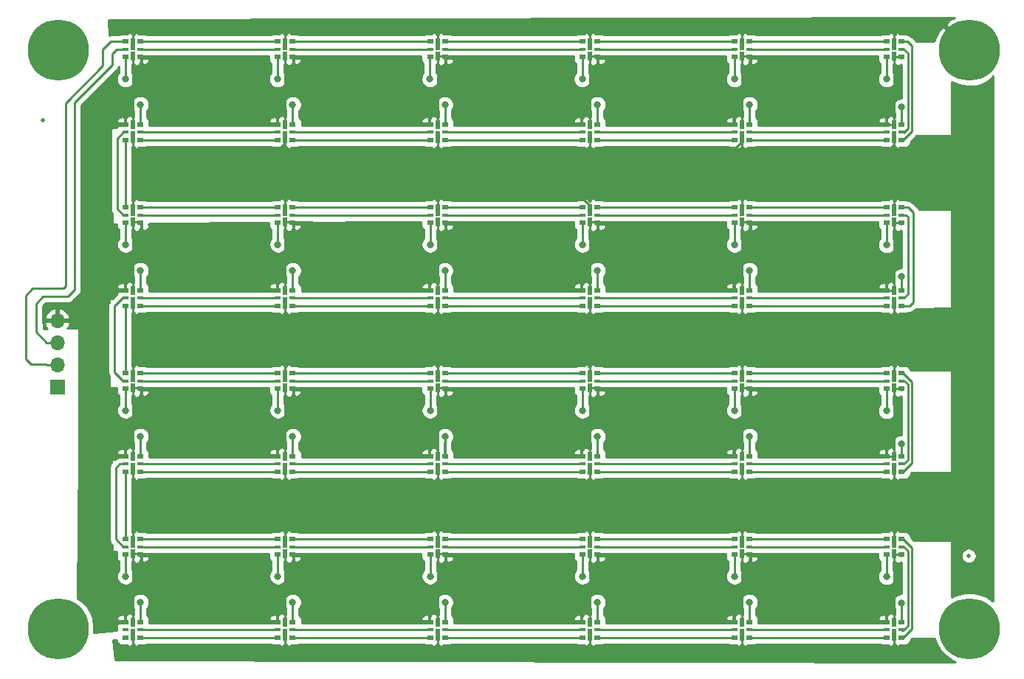
<source format=gbr>
G04 #@! TF.GenerationSoftware,KiCad,Pcbnew,(5.1.4-0-10_14)*
G04 #@! TF.CreationDate,2020-05-02T20:10:57-07:00*
G04 #@! TF.ProjectId,LED_Board_s_,4c45445f-426f-4617-9264-5f735f2e6b69,rev?*
G04 #@! TF.SameCoordinates,Original*
G04 #@! TF.FileFunction,Copper,L1,Top*
G04 #@! TF.FilePolarity,Positive*
%FSLAX46Y46*%
G04 Gerber Fmt 4.6, Leading zero omitted, Abs format (unit mm)*
G04 Created by KiCad (PCBNEW (5.1.4-0-10_14)) date 2020-05-02 20:10:57*
%MOMM*%
%LPD*%
G04 APERTURE LIST*
%ADD10C,7.000000*%
%ADD11C,0.500000*%
%ADD12O,1.700000X1.700000*%
%ADD13R,1.700000X1.700000*%
%ADD14C,0.800000*%
%ADD15R,0.500000X1.480000*%
%ADD16R,0.500000X1.000000*%
%ADD17R,0.800000X0.500000*%
%ADD18R,0.800000X0.300000*%
%ADD19C,0.250000*%
%ADD20C,0.254000*%
G04 APERTURE END LIST*
D10*
X124460001Y-25909999D03*
D11*
X124410000Y-83960000D03*
X18210000Y-33890000D03*
D12*
X19870000Y-56940000D03*
X19870000Y-59480000D03*
X19870000Y-62020000D03*
D13*
X19870000Y-64560000D03*
D10*
X124460001Y-92310001D03*
D14*
X21816154Y-90453846D03*
X19959999Y-89685001D03*
X18103844Y-90453846D03*
X17334999Y-92310001D03*
X18103844Y-94166156D03*
X19959999Y-94935001D03*
X21816154Y-94166156D03*
X22584999Y-92310001D03*
D10*
X19959999Y-92310001D03*
X19959999Y-25909999D03*
D15*
X28560000Y-93037500D03*
D16*
X28560000Y-91617500D03*
D17*
X29410000Y-91547500D03*
X29410000Y-93347500D03*
D18*
X29410000Y-92447500D03*
D17*
X27710000Y-93347500D03*
D18*
X27710000Y-92447500D03*
D17*
X27710000Y-91547500D03*
D15*
X46020000Y-93037500D03*
D16*
X46020000Y-91617500D03*
D17*
X46870000Y-91547500D03*
X46870000Y-93347500D03*
D18*
X46870000Y-92447500D03*
D17*
X45170000Y-93347500D03*
D18*
X45170000Y-92447500D03*
D17*
X45170000Y-91547500D03*
D15*
X63480000Y-93037500D03*
D16*
X63480000Y-91617500D03*
D17*
X64330000Y-91547500D03*
X64330000Y-93347500D03*
D18*
X64330000Y-92447500D03*
D17*
X62630000Y-93347500D03*
D18*
X62630000Y-92447500D03*
D17*
X62630000Y-91547500D03*
D15*
X80940000Y-93037500D03*
D16*
X80940000Y-91617500D03*
D17*
X81790000Y-91547500D03*
X81790000Y-93347500D03*
D18*
X81790000Y-92447500D03*
D17*
X80090000Y-93347500D03*
D18*
X80090000Y-92447500D03*
D17*
X80090000Y-91547500D03*
D15*
X98400000Y-93037500D03*
D16*
X98400000Y-91617500D03*
D17*
X99250000Y-91547500D03*
X99250000Y-93347500D03*
D18*
X99250000Y-92447500D03*
D17*
X97550000Y-93347500D03*
D18*
X97550000Y-92447500D03*
D17*
X97550000Y-91547500D03*
D15*
X115860000Y-93037500D03*
D16*
X115860000Y-91617500D03*
D17*
X116710000Y-91547500D03*
X116710000Y-93347500D03*
D18*
X116710000Y-92447500D03*
D17*
X115010000Y-93347500D03*
D18*
X115010000Y-92447500D03*
D17*
X115010000Y-91547500D03*
D15*
X115860000Y-82332500D03*
D16*
X115860000Y-83752500D03*
D17*
X115010000Y-83822500D03*
X115010000Y-82022500D03*
D18*
X115010000Y-82922500D03*
D17*
X116710000Y-82022500D03*
D18*
X116710000Y-82922500D03*
D17*
X116710000Y-83822500D03*
D15*
X98400000Y-82332500D03*
D16*
X98400000Y-83752500D03*
D17*
X97550000Y-83822500D03*
X97550000Y-82022500D03*
D18*
X97550000Y-82922500D03*
D17*
X99250000Y-82022500D03*
D18*
X99250000Y-82922500D03*
D17*
X99250000Y-83822500D03*
D15*
X80940000Y-82332500D03*
D16*
X80940000Y-83752500D03*
D17*
X80090000Y-83822500D03*
X80090000Y-82022500D03*
D18*
X80090000Y-82922500D03*
D17*
X81790000Y-82022500D03*
D18*
X81790000Y-82922500D03*
D17*
X81790000Y-83822500D03*
D15*
X63480000Y-82332500D03*
D16*
X63480000Y-83752500D03*
D17*
X62630000Y-83822500D03*
X62630000Y-82022500D03*
D18*
X62630000Y-82922500D03*
D17*
X64330000Y-82022500D03*
D18*
X64330000Y-82922500D03*
D17*
X64330000Y-83822500D03*
D15*
X46020000Y-82332500D03*
D16*
X46020000Y-83752500D03*
D17*
X45170000Y-83822500D03*
X45170000Y-82022500D03*
D18*
X45170000Y-82922500D03*
D17*
X46870000Y-82022500D03*
D18*
X46870000Y-82922500D03*
D17*
X46870000Y-83822500D03*
D15*
X28560000Y-82332500D03*
D16*
X28560000Y-83752500D03*
D17*
X27710000Y-83822500D03*
X27710000Y-82022500D03*
D18*
X27710000Y-82922500D03*
D17*
X29410000Y-82022500D03*
D18*
X29410000Y-82922500D03*
D17*
X29410000Y-83822500D03*
D15*
X28560000Y-73987500D03*
D16*
X28560000Y-72567500D03*
D17*
X29410000Y-72497500D03*
X29410000Y-74297500D03*
D18*
X29410000Y-73397500D03*
D17*
X27710000Y-74297500D03*
D18*
X27710000Y-73397500D03*
D17*
X27710000Y-72497500D03*
D15*
X46020000Y-73987500D03*
D16*
X46020000Y-72567500D03*
D17*
X46870000Y-72497500D03*
X46870000Y-74297500D03*
D18*
X46870000Y-73397500D03*
D17*
X45170000Y-74297500D03*
D18*
X45170000Y-73397500D03*
D17*
X45170000Y-72497500D03*
D15*
X63480000Y-73987500D03*
D16*
X63480000Y-72567500D03*
D17*
X64330000Y-72497500D03*
X64330000Y-74297500D03*
D18*
X64330000Y-73397500D03*
D17*
X62630000Y-74297500D03*
D18*
X62630000Y-73397500D03*
D17*
X62630000Y-72497500D03*
D15*
X80940000Y-73987500D03*
D16*
X80940000Y-72567500D03*
D17*
X81790000Y-72497500D03*
X81790000Y-74297500D03*
D18*
X81790000Y-73397500D03*
D17*
X80090000Y-74297500D03*
D18*
X80090000Y-73397500D03*
D17*
X80090000Y-72497500D03*
D15*
X98400000Y-73987500D03*
D16*
X98400000Y-72567500D03*
D17*
X99250000Y-72497500D03*
X99250000Y-74297500D03*
D18*
X99250000Y-73397500D03*
D17*
X97550000Y-74297500D03*
D18*
X97550000Y-73397500D03*
D17*
X97550000Y-72497500D03*
D15*
X115860000Y-73987500D03*
D16*
X115860000Y-72567500D03*
D17*
X116710000Y-72497500D03*
X116710000Y-74297500D03*
D18*
X116710000Y-73397500D03*
D17*
X115010000Y-74297500D03*
D18*
X115010000Y-73397500D03*
D17*
X115010000Y-72497500D03*
D15*
X115860000Y-63282500D03*
D16*
X115860000Y-64702500D03*
D17*
X115010000Y-64772500D03*
X115010000Y-62972500D03*
D18*
X115010000Y-63872500D03*
D17*
X116710000Y-62972500D03*
D18*
X116710000Y-63872500D03*
D17*
X116710000Y-64772500D03*
D15*
X98400000Y-63282500D03*
D16*
X98400000Y-64702500D03*
D17*
X97550000Y-64772500D03*
X97550000Y-62972500D03*
D18*
X97550000Y-63872500D03*
D17*
X99250000Y-62972500D03*
D18*
X99250000Y-63872500D03*
D17*
X99250000Y-64772500D03*
D15*
X80940000Y-63282500D03*
D16*
X80940000Y-64702500D03*
D17*
X80090000Y-64772500D03*
X80090000Y-62972500D03*
D18*
X80090000Y-63872500D03*
D17*
X81790000Y-62972500D03*
D18*
X81790000Y-63872500D03*
D17*
X81790000Y-64772500D03*
D15*
X63480000Y-63282500D03*
D16*
X63480000Y-64702500D03*
D17*
X62630000Y-64772500D03*
X62630000Y-62972500D03*
D18*
X62630000Y-63872500D03*
D17*
X64330000Y-62972500D03*
D18*
X64330000Y-63872500D03*
D17*
X64330000Y-64772500D03*
D15*
X46020000Y-63282500D03*
D16*
X46020000Y-64702500D03*
D17*
X45170000Y-64772500D03*
X45170000Y-62972500D03*
D18*
X45170000Y-63872500D03*
D17*
X46870000Y-62972500D03*
D18*
X46870000Y-63872500D03*
D17*
X46870000Y-64772500D03*
D15*
X28560000Y-63282500D03*
D16*
X28560000Y-64702500D03*
D17*
X27710000Y-64772500D03*
X27710000Y-62972500D03*
D18*
X27710000Y-63872500D03*
D17*
X29410000Y-62972500D03*
D18*
X29410000Y-63872500D03*
D17*
X29410000Y-64772500D03*
D15*
X28560000Y-54937500D03*
D16*
X28560000Y-53517500D03*
D17*
X29410000Y-53447500D03*
X29410000Y-55247500D03*
D18*
X29410000Y-54347500D03*
D17*
X27710000Y-55247500D03*
D18*
X27710000Y-54347500D03*
D17*
X27710000Y-53447500D03*
D15*
X46020000Y-54937500D03*
D16*
X46020000Y-53517500D03*
D17*
X46870000Y-53447500D03*
X46870000Y-55247500D03*
D18*
X46870000Y-54347500D03*
D17*
X45170000Y-55247500D03*
D18*
X45170000Y-54347500D03*
D17*
X45170000Y-53447500D03*
D15*
X63480000Y-54937500D03*
D16*
X63480000Y-53517500D03*
D17*
X64330000Y-53447500D03*
X64330000Y-55247500D03*
D18*
X64330000Y-54347500D03*
D17*
X62630000Y-55247500D03*
D18*
X62630000Y-54347500D03*
D17*
X62630000Y-53447500D03*
D15*
X80940000Y-54937500D03*
D16*
X80940000Y-53517500D03*
D17*
X81790000Y-53447500D03*
X81790000Y-55247500D03*
D18*
X81790000Y-54347500D03*
D17*
X80090000Y-55247500D03*
D18*
X80090000Y-54347500D03*
D17*
X80090000Y-53447500D03*
D15*
X98400000Y-54937500D03*
D16*
X98400000Y-53517500D03*
D17*
X99250000Y-53447500D03*
X99250000Y-55247500D03*
D18*
X99250000Y-54347500D03*
D17*
X97550000Y-55247500D03*
D18*
X97550000Y-54347500D03*
D17*
X97550000Y-53447500D03*
D15*
X115860000Y-54937500D03*
D16*
X115860000Y-53517500D03*
D17*
X116710000Y-53447500D03*
X116710000Y-55247500D03*
D18*
X116710000Y-54347500D03*
D17*
X115010000Y-55247500D03*
D18*
X115010000Y-54347500D03*
D17*
X115010000Y-53447500D03*
D15*
X115860000Y-44232500D03*
D16*
X115860000Y-45652500D03*
D17*
X115010000Y-45722500D03*
X115010000Y-43922500D03*
D18*
X115010000Y-44822500D03*
D17*
X116710000Y-43922500D03*
D18*
X116710000Y-44822500D03*
D17*
X116710000Y-45722500D03*
D15*
X98400000Y-44232500D03*
D16*
X98400000Y-45652500D03*
D17*
X97550000Y-45722500D03*
X97550000Y-43922500D03*
D18*
X97550000Y-44822500D03*
D17*
X99250000Y-43922500D03*
D18*
X99250000Y-44822500D03*
D17*
X99250000Y-45722500D03*
D15*
X80940000Y-44232500D03*
D16*
X80940000Y-45652500D03*
D17*
X80090000Y-45722500D03*
X80090000Y-43922500D03*
D18*
X80090000Y-44822500D03*
D17*
X81790000Y-43922500D03*
D18*
X81790000Y-44822500D03*
D17*
X81790000Y-45722500D03*
D15*
X63480000Y-44232500D03*
D16*
X63480000Y-45652500D03*
D17*
X62630000Y-45722500D03*
X62630000Y-43922500D03*
D18*
X62630000Y-44822500D03*
D17*
X64330000Y-43922500D03*
D18*
X64330000Y-44822500D03*
D17*
X64330000Y-45722500D03*
D15*
X46020000Y-44232500D03*
D16*
X46020000Y-45652500D03*
D17*
X45170000Y-45722500D03*
X45170000Y-43922500D03*
D18*
X45170000Y-44822500D03*
D17*
X46870000Y-43922500D03*
D18*
X46870000Y-44822500D03*
D17*
X46870000Y-45722500D03*
D15*
X28560000Y-44232500D03*
D16*
X28560000Y-45652500D03*
D17*
X27710000Y-45722500D03*
X27710000Y-43922500D03*
D18*
X27710000Y-44822500D03*
D17*
X29410000Y-43922500D03*
D18*
X29410000Y-44822500D03*
D17*
X29410000Y-45722500D03*
D15*
X28560000Y-35887500D03*
D16*
X28560000Y-34467500D03*
D17*
X29410000Y-34397500D03*
X29410000Y-36197500D03*
D18*
X29410000Y-35297500D03*
D17*
X27710000Y-36197500D03*
D18*
X27710000Y-35297500D03*
D17*
X27710000Y-34397500D03*
D15*
X46020000Y-35887500D03*
D16*
X46020000Y-34467500D03*
D17*
X46870000Y-34397500D03*
X46870000Y-36197500D03*
D18*
X46870000Y-35297500D03*
D17*
X45170000Y-36197500D03*
D18*
X45170000Y-35297500D03*
D17*
X45170000Y-34397500D03*
D15*
X63480000Y-35887500D03*
D16*
X63480000Y-34467500D03*
D17*
X64330000Y-34397500D03*
X64330000Y-36197500D03*
D18*
X64330000Y-35297500D03*
D17*
X62630000Y-36197500D03*
D18*
X62630000Y-35297500D03*
D17*
X62630000Y-34397500D03*
D15*
X80940000Y-35887500D03*
D16*
X80940000Y-34467500D03*
D17*
X81790000Y-34397500D03*
X81790000Y-36197500D03*
D18*
X81790000Y-35297500D03*
D17*
X80090000Y-36197500D03*
D18*
X80090000Y-35297500D03*
D17*
X80090000Y-34397500D03*
D15*
X98400000Y-35887500D03*
D16*
X98400000Y-34467500D03*
D17*
X99250000Y-34397500D03*
X99250000Y-36197500D03*
D18*
X99250000Y-35297500D03*
D17*
X97550000Y-36197500D03*
D18*
X97550000Y-35297500D03*
D17*
X97550000Y-34397500D03*
D15*
X115860000Y-35887500D03*
D16*
X115860000Y-34467500D03*
D17*
X116710000Y-34397500D03*
X116710000Y-36197500D03*
D18*
X116710000Y-35297500D03*
D17*
X115010000Y-36197500D03*
D18*
X115010000Y-35297500D03*
D17*
X115010000Y-34397500D03*
D15*
X115860000Y-25182500D03*
D16*
X115860000Y-26602500D03*
D17*
X115010000Y-26672500D03*
X115010000Y-24872500D03*
D18*
X115010000Y-25772500D03*
D17*
X116710000Y-24872500D03*
D18*
X116710000Y-25772500D03*
D17*
X116710000Y-26672500D03*
D15*
X98400000Y-25182500D03*
D16*
X98400000Y-26602500D03*
D17*
X97550000Y-26672500D03*
X97550000Y-24872500D03*
D18*
X97550000Y-25772500D03*
D17*
X99250000Y-24872500D03*
D18*
X99250000Y-25772500D03*
D17*
X99250000Y-26672500D03*
D15*
X80940000Y-25182500D03*
D16*
X80940000Y-26602500D03*
D17*
X80090000Y-26672500D03*
X80090000Y-24872500D03*
D18*
X80090000Y-25772500D03*
D17*
X81790000Y-24872500D03*
D18*
X81790000Y-25772500D03*
D17*
X81790000Y-26672500D03*
D15*
X63480000Y-25182500D03*
D16*
X63480000Y-26602500D03*
D17*
X62630000Y-26672500D03*
X62630000Y-24872500D03*
D18*
X62630000Y-25772500D03*
D17*
X64330000Y-24872500D03*
D18*
X64330000Y-25772500D03*
D17*
X64330000Y-26672500D03*
D15*
X46020000Y-25182500D03*
D16*
X46020000Y-26602500D03*
D17*
X45170000Y-26672500D03*
X45170000Y-24872500D03*
D18*
X45170000Y-25772500D03*
D17*
X46870000Y-24872500D03*
D18*
X46870000Y-25772500D03*
D17*
X46870000Y-26672500D03*
D15*
X28560000Y-25182500D03*
D16*
X28560000Y-26602500D03*
D17*
X27710000Y-26672500D03*
X27710000Y-24872500D03*
D18*
X27710000Y-25772500D03*
D17*
X29410000Y-24872500D03*
D18*
X29410000Y-25772500D03*
D17*
X29410000Y-26672500D03*
D14*
X27900000Y-23150000D03*
X31400000Y-23150000D03*
X34900000Y-23150000D03*
X38400000Y-23150000D03*
X41900000Y-23150000D03*
X45400000Y-23150000D03*
X48900000Y-23150000D03*
X52400000Y-23150000D03*
X55900000Y-23150000D03*
X59400000Y-23150000D03*
X62900000Y-23150000D03*
X66400000Y-23150000D03*
X69900000Y-23150000D03*
X73400000Y-23150000D03*
X76900000Y-23150000D03*
X80400000Y-23150000D03*
X83900000Y-23150000D03*
X87400000Y-23150000D03*
X90900000Y-23150000D03*
X94400000Y-23150000D03*
X97900000Y-23150000D03*
X101400000Y-23150000D03*
X104900000Y-23150000D03*
X108400000Y-23150000D03*
X111900000Y-23150000D03*
X115400000Y-23150000D03*
X118900000Y-23150000D03*
X27520000Y-95250000D03*
X31020000Y-95250000D03*
X34520000Y-95250000D03*
X38020000Y-95250000D03*
X41520000Y-95250000D03*
X45020000Y-95250000D03*
X48520000Y-95250000D03*
X52020000Y-95250000D03*
X55520000Y-95250000D03*
X59020000Y-95250000D03*
X62520000Y-95250000D03*
X66020000Y-95250000D03*
X69520000Y-95250000D03*
X73020000Y-95250000D03*
X76520000Y-95250000D03*
X80020000Y-95250000D03*
X83520000Y-95250000D03*
X87020000Y-95250000D03*
X90520000Y-95250000D03*
X94020000Y-95250000D03*
X97520000Y-95250000D03*
X101020000Y-95250000D03*
X104520000Y-95250000D03*
X108020000Y-95250000D03*
X111520000Y-95250000D03*
X115020000Y-95250000D03*
X118520000Y-95250000D03*
X33430000Y-38650000D03*
X43930000Y-38650000D03*
X61430000Y-38650000D03*
X40430000Y-38650000D03*
X54430000Y-38650000D03*
X47430000Y-38650000D03*
X36930000Y-38650000D03*
X57930000Y-38650000D03*
X50930000Y-38650000D03*
X29930000Y-38650000D03*
X124430000Y-41650000D03*
X113930000Y-41650000D03*
X110430000Y-41650000D03*
X106930000Y-41650000D03*
X120930000Y-41650000D03*
X117430000Y-41650000D03*
X99930000Y-41650000D03*
X89430000Y-41650000D03*
X85930000Y-41650000D03*
X82430000Y-41650000D03*
X92930000Y-41650000D03*
X103430000Y-41650000D03*
X96430000Y-41650000D03*
X89430000Y-38650000D03*
X103430000Y-38650000D03*
X61430000Y-41650000D03*
X113930000Y-38650000D03*
X92930000Y-38650000D03*
X54430000Y-41650000D03*
X99930000Y-38650000D03*
X75430000Y-38650000D03*
X68430000Y-38650000D03*
X50930000Y-41650000D03*
X33430000Y-41650000D03*
X64930000Y-38650000D03*
X117430000Y-38650000D03*
X43930000Y-41650000D03*
X29930000Y-41650000D03*
X106930000Y-38650000D03*
X110430000Y-38650000D03*
X78930000Y-38650000D03*
X40430000Y-41650000D03*
X47430000Y-41650000D03*
X71930000Y-38650000D03*
X36930000Y-41650000D03*
X85930000Y-38650000D03*
X124430000Y-38650000D03*
X96430000Y-38650000D03*
X57930000Y-41650000D03*
X120930000Y-38650000D03*
X82430000Y-38650000D03*
X75430000Y-41650000D03*
X68430000Y-41650000D03*
X71930000Y-41650000D03*
X78930000Y-41650000D03*
X64930000Y-41650000D03*
X33720000Y-57950000D03*
X44220000Y-57950000D03*
X61720000Y-57950000D03*
X40720000Y-57950000D03*
X54720000Y-57950000D03*
X47720000Y-57950000D03*
X37220000Y-57950000D03*
X58220000Y-57950000D03*
X51220000Y-57950000D03*
X30220000Y-57950000D03*
X124720000Y-60950000D03*
X114220000Y-60950000D03*
X110720000Y-60950000D03*
X107220000Y-60950000D03*
X121220000Y-60950000D03*
X117720000Y-60950000D03*
X100220000Y-60950000D03*
X89720000Y-60950000D03*
X86220000Y-60950000D03*
X82720000Y-60950000D03*
X93220000Y-60950000D03*
X103720000Y-60950000D03*
X96720000Y-60950000D03*
X89720000Y-57950000D03*
X103720000Y-57950000D03*
X61720000Y-60950000D03*
X114220000Y-57950000D03*
X93220000Y-57950000D03*
X54720000Y-60950000D03*
X100220000Y-57950000D03*
X75720000Y-57950000D03*
X68720000Y-57950000D03*
X51220000Y-60950000D03*
X33720000Y-60950000D03*
X65220000Y-57950000D03*
X117720000Y-57950000D03*
X44220000Y-60950000D03*
X30220000Y-60950000D03*
X107220000Y-57950000D03*
X110720000Y-57950000D03*
X79220000Y-57950000D03*
X40720000Y-60950000D03*
X47720000Y-60950000D03*
X72220000Y-57950000D03*
X37220000Y-60950000D03*
X86220000Y-57950000D03*
X124720000Y-57950000D03*
X96720000Y-57950000D03*
X58220000Y-60950000D03*
X121220000Y-57950000D03*
X82720000Y-57950000D03*
X75720000Y-60950000D03*
X68720000Y-60950000D03*
X72220000Y-60950000D03*
X79220000Y-60950000D03*
X65220000Y-60950000D03*
X34590000Y-76670000D03*
X45090000Y-76670000D03*
X62590000Y-76670000D03*
X41590000Y-76670000D03*
X55590000Y-76670000D03*
X48590000Y-76670000D03*
X38090000Y-76670000D03*
X59090000Y-76670000D03*
X52090000Y-76670000D03*
X31090000Y-76670000D03*
X125590000Y-79670000D03*
X115090000Y-79670000D03*
X111590000Y-79670000D03*
X108090000Y-79670000D03*
X122090000Y-79670000D03*
X118590000Y-79670000D03*
X101090000Y-79670000D03*
X90590000Y-79670000D03*
X87090000Y-79670000D03*
X83590000Y-79670000D03*
X94090000Y-79670000D03*
X104590000Y-79670000D03*
X97590000Y-79670000D03*
X90590000Y-76670000D03*
X104590000Y-76670000D03*
X62590000Y-79670000D03*
X115090000Y-76670000D03*
X94090000Y-76670000D03*
X55590000Y-79670000D03*
X101090000Y-76670000D03*
X76590000Y-76670000D03*
X69590000Y-76670000D03*
X52090000Y-79670000D03*
X34590000Y-79670000D03*
X66090000Y-76670000D03*
X118590000Y-76670000D03*
X45090000Y-79670000D03*
X31090000Y-79670000D03*
X108090000Y-76670000D03*
X111590000Y-76670000D03*
X80090000Y-76670000D03*
X41590000Y-79670000D03*
X48590000Y-79670000D03*
X73090000Y-76670000D03*
X38090000Y-79670000D03*
X87090000Y-76670000D03*
X125590000Y-76670000D03*
X97590000Y-76670000D03*
X59090000Y-79670000D03*
X122090000Y-76670000D03*
X83590000Y-76670000D03*
X76590000Y-79670000D03*
X69590000Y-79670000D03*
X73090000Y-79670000D03*
X80090000Y-79670000D03*
X66090000Y-79670000D03*
X116710000Y-32430000D03*
X116710000Y-51920000D03*
X116710000Y-89360000D03*
X116710000Y-71080000D03*
X29410000Y-32150000D03*
X46870000Y-32150000D03*
X64330000Y-32150000D03*
X81790000Y-32150000D03*
X99250000Y-32150000D03*
X29410000Y-51200000D03*
X46870000Y-51200000D03*
X64330000Y-51200000D03*
X81790000Y-51200000D03*
X99250000Y-51200000D03*
X29410000Y-70250000D03*
X46870000Y-70250000D03*
X64330000Y-70250000D03*
X81790000Y-70250000D03*
X99250000Y-70250000D03*
X29410000Y-89300000D03*
X46870000Y-89300000D03*
X64330000Y-89300000D03*
X81790000Y-89300000D03*
X99250000Y-89300000D03*
X27710000Y-48200000D03*
X45170000Y-48200000D03*
X62630000Y-48200000D03*
X80090000Y-48200000D03*
X97550000Y-48200000D03*
X27710000Y-67250000D03*
X45170000Y-67250000D03*
X62630000Y-67250000D03*
X80090000Y-67250000D03*
X97550000Y-67250000D03*
X27710000Y-86300000D03*
X45170000Y-86300000D03*
X62630000Y-86300000D03*
X80090000Y-86300000D03*
X97550000Y-86300000D03*
X27690000Y-29210000D03*
X45150000Y-29210000D03*
X62610000Y-29210000D03*
X80070000Y-29210000D03*
X97530000Y-29210000D03*
X114990000Y-29210000D03*
X114990000Y-48260000D03*
X114990000Y-67310000D03*
X114990000Y-86360000D03*
D19*
X63480000Y-35887500D02*
X63480000Y-39120000D01*
X80940000Y-36877500D02*
X80940000Y-35887500D01*
X46020000Y-35887500D02*
X46020000Y-36582502D01*
X28560000Y-37760000D02*
X28560000Y-36877500D01*
X80940000Y-93037500D02*
X80940000Y-95380000D01*
X98400000Y-24192500D02*
X98390000Y-24182500D01*
X98400000Y-25182500D02*
X98400000Y-24192500D01*
X98390000Y-24182500D02*
X98390000Y-23310000D01*
X98400000Y-93037500D02*
X98400000Y-94890000D01*
X115860000Y-93037500D02*
X115860000Y-95050000D01*
X63480000Y-94027500D02*
X63470000Y-94037500D01*
X63480000Y-93037500D02*
X63480000Y-94027500D01*
X46020000Y-93037500D02*
X46020000Y-95150000D01*
X28560000Y-93037500D02*
X28560000Y-94027500D01*
X28560000Y-94027500D02*
X28560000Y-95180000D01*
X46020000Y-54937500D02*
X46020000Y-63282500D01*
X98400000Y-55927500D02*
X98400000Y-63282500D01*
X98400000Y-54937500D02*
X98400000Y-55927500D01*
X115860000Y-54937500D02*
X115860000Y-63282500D01*
X115860000Y-73987500D02*
X115860000Y-82332500D01*
X98400000Y-73987500D02*
X98400000Y-82332500D01*
X63480000Y-73987500D02*
X63480000Y-82332500D01*
X46020000Y-73987500D02*
X46020000Y-82332500D01*
X28560000Y-73987500D02*
X28560000Y-82332500D01*
X80940000Y-54937500D02*
X80940000Y-62975001D01*
X63480000Y-54937500D02*
X63480000Y-63282500D01*
X28560000Y-54937500D02*
X28560000Y-63282500D01*
X80940000Y-73987500D02*
X80940000Y-82332500D01*
X28560000Y-35887500D02*
X28560000Y-44232500D01*
X46020000Y-35887500D02*
X46020000Y-44232500D01*
X63480000Y-35887500D02*
X63480000Y-44232500D01*
X46020000Y-23350000D02*
X46020000Y-24192500D01*
X45707498Y-23037498D02*
X46020000Y-23350000D01*
X46020000Y-24192500D02*
X46020000Y-25182500D01*
X29990000Y-23037498D02*
X45707498Y-23037498D01*
X63480000Y-24192500D02*
X63410000Y-24122500D01*
X63480000Y-25182500D02*
X63480000Y-24192500D01*
X80940000Y-25182500D02*
X80940000Y-24192500D01*
X115860000Y-25182500D02*
X115860000Y-23000000D01*
X115860000Y-23000000D02*
X116090000Y-23230000D01*
X115860000Y-35887500D02*
X115860000Y-44232500D01*
X98400000Y-35887500D02*
X98400000Y-44232500D01*
X28560000Y-24192500D02*
X28550000Y-24182500D01*
X28560000Y-25182500D02*
X28560000Y-24192500D01*
X116710000Y-34397500D02*
X116710000Y-32430000D01*
X116710000Y-32430000D02*
X116710000Y-32410000D01*
X116710000Y-53447500D02*
X116710000Y-52947500D01*
X116710000Y-51920000D02*
X116710000Y-51920000D01*
X116710000Y-52947500D02*
X116710000Y-51920000D01*
X116710000Y-51920000D02*
X116780000Y-51850000D01*
X116710000Y-91547500D02*
X116710000Y-89360000D01*
X116710000Y-89360000D02*
X116710000Y-89360000D01*
X116710000Y-72497500D02*
X116710000Y-71080000D01*
X116710000Y-71080000D02*
X116710000Y-71080000D01*
X81822500Y-91580000D02*
X81790000Y-91547500D01*
X81840000Y-91580000D02*
X81822500Y-91580000D01*
X46920000Y-72547500D02*
X46870000Y-72497500D01*
X46920000Y-72630000D02*
X46920000Y-72547500D01*
X64300000Y-70920000D02*
X64300000Y-72467500D01*
X44329999Y-38250001D02*
X43930000Y-38650000D01*
X46020000Y-36560000D02*
X44329999Y-38250001D01*
X46020000Y-35887500D02*
X46020000Y-36560000D01*
X63480000Y-56190000D02*
X61720000Y-57950000D01*
X63480000Y-54937500D02*
X63480000Y-56190000D01*
X80940000Y-80520000D02*
X80090000Y-79670000D01*
X80940000Y-82332500D02*
X80940000Y-80520000D01*
X98400000Y-75860000D02*
X97590000Y-76670000D01*
X98400000Y-73987500D02*
X98400000Y-75860000D01*
X115860000Y-80440000D02*
X115090000Y-79670000D01*
X115860000Y-82332500D02*
X115860000Y-80440000D01*
X78930000Y-41732500D02*
X78930000Y-41650000D01*
X80940000Y-43742500D02*
X78930000Y-41732500D01*
X80940000Y-44232500D02*
X80940000Y-43742500D01*
X96430000Y-38347500D02*
X96430000Y-38650000D01*
X98400000Y-36377500D02*
X96430000Y-38347500D01*
X98400000Y-35887500D02*
X98400000Y-36377500D01*
X114329999Y-38250001D02*
X113930000Y-38650000D01*
X115860000Y-36720000D02*
X114329999Y-38250001D01*
X115860000Y-35887500D02*
X115860000Y-36720000D01*
X115860000Y-56310000D02*
X114220000Y-57950000D01*
X115860000Y-54937500D02*
X115860000Y-56310000D01*
X63480000Y-75780000D02*
X62590000Y-76670000D01*
X63480000Y-73987500D02*
X63480000Y-75780000D01*
X46020000Y-75740000D02*
X45090000Y-76670000D01*
X46020000Y-73987500D02*
X46020000Y-75740000D01*
X28560000Y-73987500D02*
X28560000Y-76640000D01*
X28590000Y-76670000D02*
X31090000Y-76670000D01*
X28560000Y-76640000D02*
X28590000Y-76670000D01*
X80940000Y-56170000D02*
X82720000Y-57950000D01*
X80940000Y-54937500D02*
X80940000Y-56170000D01*
X46020000Y-56150000D02*
X44220000Y-57950000D01*
X46020000Y-54937500D02*
X46020000Y-56150000D01*
X28560000Y-56290000D02*
X30220000Y-57950000D01*
X28560000Y-54937500D02*
X28560000Y-56290000D01*
X29410000Y-34397500D02*
X29410000Y-32150000D01*
X29410000Y-32150000D02*
X29410000Y-32150000D01*
X46870000Y-34397500D02*
X46870000Y-32150000D01*
X64330000Y-34397500D02*
X64330000Y-32150000D01*
X81790000Y-34397500D02*
X81790000Y-32150000D01*
X99250000Y-34397500D02*
X99250000Y-32150000D01*
X29410000Y-53447500D02*
X29410000Y-51200000D01*
X46870000Y-53447500D02*
X46870000Y-51200000D01*
X64330000Y-53447500D02*
X64330000Y-51200000D01*
X81790000Y-53447500D02*
X81790000Y-51200000D01*
X99250000Y-53447500D02*
X99250000Y-51200000D01*
X29410000Y-72497500D02*
X29410000Y-70250000D01*
X46870000Y-72497500D02*
X46870000Y-70250000D01*
X64330000Y-72497500D02*
X64330000Y-70250000D01*
X81790000Y-72497500D02*
X81790000Y-70250000D01*
X99250000Y-72497500D02*
X99250000Y-70250000D01*
X29410000Y-91547500D02*
X29410000Y-89300000D01*
X46870000Y-91547500D02*
X46870000Y-89300000D01*
X64330000Y-91547500D02*
X64330000Y-89300000D01*
X81790000Y-91547500D02*
X81790000Y-89300000D01*
X99250000Y-91547500D02*
X99250000Y-89300000D01*
X27710000Y-45722500D02*
X27710000Y-48200000D01*
X27710000Y-48200000D02*
X27710000Y-48200000D01*
X45170000Y-45722500D02*
X45170000Y-48200000D01*
X62630000Y-45722500D02*
X62630000Y-48200000D01*
X80090000Y-45722500D02*
X80090000Y-48200000D01*
X97550000Y-45722500D02*
X97550000Y-48200000D01*
X27710000Y-64772500D02*
X27710000Y-67250000D01*
X45170000Y-64772500D02*
X45170000Y-67250000D01*
X62630000Y-64772500D02*
X62630000Y-67250000D01*
X80090000Y-64772500D02*
X80090000Y-67250000D01*
X97550000Y-64772500D02*
X97550000Y-67250000D01*
X27710000Y-83822500D02*
X27710000Y-86300000D01*
X45170000Y-83822500D02*
X45170000Y-86300000D01*
X62630000Y-83822500D02*
X62630000Y-86300000D01*
X80090000Y-83822500D02*
X80090000Y-86300000D01*
X97550000Y-83822500D02*
X97550000Y-86300000D01*
X27690000Y-29210000D02*
X27690000Y-29210000D01*
X27690000Y-26732500D02*
X27690000Y-29210000D01*
X45150000Y-26732500D02*
X45150000Y-29210000D01*
X62610000Y-26732500D02*
X62610000Y-29210000D01*
X80070000Y-26732500D02*
X80070000Y-29210000D01*
X97530000Y-26732500D02*
X97530000Y-29210000D01*
X114990000Y-26732500D02*
X114990000Y-29210000D01*
X45150000Y-29210000D02*
X45150000Y-29210000D01*
X62610000Y-29210000D02*
X62610000Y-29210000D01*
X80070000Y-29210000D02*
X80070000Y-29210000D01*
X97530000Y-29210000D02*
X97530000Y-29210000D01*
X114990000Y-29210000D02*
X114990000Y-29210000D01*
X114990000Y-45782500D02*
X114990000Y-48260000D01*
X114990000Y-64832500D02*
X114990000Y-67310000D01*
X114990000Y-83882500D02*
X114990000Y-86360000D01*
X114990000Y-48260000D02*
X114990000Y-48260000D01*
X114990000Y-67310000D02*
X114990000Y-67310000D01*
X114990000Y-86360000D02*
X114990000Y-86360000D01*
X28560000Y-27352500D02*
X28540000Y-27372500D01*
X28560000Y-26602500D02*
X28560000Y-27352500D01*
X46020000Y-26602500D02*
X46020000Y-27780000D01*
X46020000Y-34467500D02*
X46020000Y-26602500D01*
X28560000Y-26602500D02*
X28560000Y-34467500D01*
X63480000Y-26602500D02*
X63480000Y-34467500D01*
X80940000Y-26602500D02*
X80940000Y-34467500D01*
X98400000Y-26602500D02*
X98400000Y-34467500D01*
X115860000Y-26602500D02*
X115860000Y-34467500D01*
X115860000Y-45652500D02*
X115860000Y-53517500D01*
X28560000Y-64702500D02*
X28560000Y-72567500D01*
X46020000Y-65452500D02*
X46020000Y-72567500D01*
X46020000Y-64702500D02*
X46020000Y-65452500D01*
X115860000Y-84502500D02*
X115860000Y-91617500D01*
X115860000Y-83752500D02*
X115860000Y-84502500D01*
X98400000Y-83752500D02*
X98400000Y-91617500D01*
X63480000Y-83752500D02*
X63480000Y-91617500D01*
X46020000Y-84502500D02*
X46020000Y-91617500D01*
X46020000Y-83752500D02*
X46020000Y-84502500D01*
X28560000Y-83752500D02*
X28560000Y-91617500D01*
X98400000Y-45652500D02*
X98400000Y-53517500D01*
X80940000Y-45652500D02*
X80940000Y-53517500D01*
X63480000Y-64702500D02*
X63480000Y-72567500D01*
X80940000Y-91617500D02*
X80940000Y-88340000D01*
X80940000Y-83752500D02*
X80940000Y-86590000D01*
X115860000Y-64702500D02*
X115860000Y-72912499D01*
X115930000Y-83822500D02*
X115860000Y-83752500D01*
X116710000Y-83822500D02*
X115930000Y-83822500D01*
X115930000Y-64772500D02*
X115860000Y-64702500D01*
X116710000Y-64772500D02*
X115930000Y-64772500D01*
X115930000Y-45722500D02*
X115860000Y-45652500D01*
X116710000Y-45722500D02*
X115930000Y-45722500D01*
X115930000Y-26672500D02*
X115860000Y-26602500D01*
X116710000Y-26672500D02*
X115930000Y-26672500D01*
X28560000Y-45652500D02*
X28560000Y-53517500D01*
X46020000Y-45652500D02*
X46020000Y-53517500D01*
X63480000Y-52747500D02*
X63480000Y-53517500D01*
X63480000Y-45652500D02*
X63480000Y-52747500D01*
X29340000Y-64702500D02*
X29410000Y-64772500D01*
X28560000Y-64702500D02*
X29340000Y-64702500D01*
X63480000Y-64702500D02*
X64867500Y-64702500D01*
X80940000Y-64702500D02*
X80940000Y-72567500D01*
X98400000Y-64702500D02*
X98400000Y-72567500D01*
X99180000Y-64702500D02*
X99250000Y-64772500D01*
X98400000Y-64702500D02*
X99180000Y-64702500D01*
X99180000Y-83752500D02*
X99250000Y-83822500D01*
X98400000Y-83752500D02*
X99180000Y-83752500D01*
X115790000Y-72497500D02*
X115860000Y-72567500D01*
X115010000Y-72497500D02*
X115790000Y-72497500D01*
X115080000Y-53517500D02*
X115010000Y-53447500D01*
X115860000Y-53517500D02*
X115080000Y-53517500D01*
X115080000Y-34467500D02*
X115010000Y-34397500D01*
X115860000Y-34467500D02*
X115080000Y-34467500D01*
X64260000Y-26602500D02*
X64330000Y-26672500D01*
X63480000Y-26602500D02*
X64260000Y-26602500D01*
X81720000Y-26602500D02*
X81790000Y-26672500D01*
X80940000Y-26602500D02*
X81720000Y-26602500D01*
X80940000Y-64702500D02*
X83112500Y-64702500D01*
X63480000Y-83752500D02*
X64757500Y-83752500D01*
X46020000Y-45652500D02*
X49112500Y-45652500D01*
X81720000Y-45652500D02*
X81790000Y-45722500D01*
X80940000Y-45652500D02*
X81720000Y-45652500D01*
X99180000Y-45652500D02*
X99250000Y-45722500D01*
X98400000Y-45652500D02*
X99180000Y-45652500D01*
X29340000Y-45652500D02*
X29410000Y-45722500D01*
X28560000Y-45652500D02*
X29340000Y-45652500D01*
X98400000Y-26602500D02*
X99717500Y-26602500D01*
X29340000Y-83752500D02*
X29410000Y-83822500D01*
X28560000Y-83752500D02*
X29340000Y-83752500D01*
X26047500Y-24872500D02*
X27710000Y-24872500D01*
X25090000Y-25830000D02*
X26047500Y-24872500D01*
X20835001Y-31954999D02*
X25090000Y-27700000D01*
X25090000Y-27700000D02*
X25090000Y-25830000D01*
X20835001Y-52954999D02*
X20835001Y-31954999D01*
X16230000Y-54050000D02*
X17050000Y-53230000D01*
X20560000Y-53230000D02*
X20835001Y-52954999D01*
X17050000Y-53230000D02*
X20560000Y-53230000D01*
X16870000Y-61990000D02*
X16230000Y-61350000D01*
X18667919Y-62020000D02*
X18637919Y-61990000D01*
X16230000Y-61350000D02*
X16230000Y-54050000D01*
X18637919Y-61990000D02*
X16870000Y-61990000D01*
X19870000Y-62020000D02*
X18667919Y-62020000D01*
X26717500Y-25772500D02*
X27710000Y-25772500D01*
X26190000Y-26300000D02*
X26717500Y-25772500D01*
X17430000Y-58242081D02*
X17430000Y-54990000D01*
X17430000Y-54990000D02*
X18250000Y-54170000D01*
X18250000Y-54170000D02*
X21120000Y-54170000D01*
X19870000Y-59480000D02*
X18667919Y-59480000D01*
X18667919Y-59480000D02*
X17430000Y-58242081D01*
X21120000Y-54170000D02*
X21120000Y-54160000D01*
X21900000Y-53380000D02*
X21900000Y-31900000D01*
X21120000Y-54160000D02*
X21900000Y-53380000D01*
X26190000Y-27610000D02*
X26190000Y-26300000D01*
X21900000Y-31900000D02*
X26190000Y-27610000D01*
X29410000Y-24872500D02*
X45170000Y-24872500D01*
X29410000Y-25772500D02*
X45170000Y-25772500D01*
X46870000Y-24872500D02*
X62630000Y-24872500D01*
X46870000Y-25772500D02*
X62630000Y-25772500D01*
X64330000Y-24872500D02*
X80090000Y-24872500D01*
X64330000Y-25772500D02*
X80090000Y-25772500D01*
X81790000Y-24872500D02*
X97550000Y-24872500D01*
X81790000Y-25772500D02*
X97550000Y-25772500D01*
X99250000Y-24872500D02*
X115010000Y-24872500D01*
X99250000Y-25772500D02*
X115010000Y-25772500D01*
X116860000Y-36197500D02*
X116710000Y-36197500D01*
X117885011Y-35172489D02*
X116860000Y-36197500D01*
X117885011Y-25397511D02*
X117885011Y-35172489D01*
X117360000Y-24872500D02*
X117885011Y-25397511D01*
X116710000Y-24872500D02*
X117360000Y-24872500D01*
X117435001Y-26247501D02*
X117435001Y-33887499D01*
X116960000Y-25772500D02*
X117435001Y-26247501D01*
X116710000Y-25772500D02*
X116960000Y-25772500D01*
X117435001Y-34822499D02*
X116917500Y-35340000D01*
X117435001Y-33887499D02*
X117435001Y-34822499D01*
X115010000Y-36197500D02*
X99250000Y-36197500D01*
X115010000Y-35297500D02*
X99267501Y-35297500D01*
X99267501Y-35297500D02*
X99250000Y-35297500D01*
X97550000Y-36197500D02*
X81790000Y-36197500D01*
X97550000Y-35297500D02*
X81790000Y-35297500D01*
X80090000Y-36197500D02*
X64330000Y-36197500D01*
X80090000Y-35297500D02*
X64330000Y-35297500D01*
X62630000Y-36197500D02*
X46870000Y-36197500D01*
X62630000Y-35297500D02*
X46870000Y-35297500D01*
X45170000Y-36197500D02*
X29410000Y-36197500D01*
X45170000Y-35297500D02*
X29410000Y-35297500D01*
X27710000Y-36197500D02*
X27710000Y-43922500D01*
X27460000Y-35297500D02*
X26750000Y-36007500D01*
X27710000Y-35297500D02*
X27460000Y-35297500D01*
X27460000Y-44822500D02*
X27710000Y-44822500D01*
X26750000Y-44112500D02*
X27460000Y-44822500D01*
X26750000Y-36007500D02*
X26750000Y-44112500D01*
X29410000Y-43922500D02*
X45170000Y-43922500D01*
X29410000Y-44822500D02*
X45170000Y-44822500D01*
X46870000Y-43922500D02*
X62630000Y-43922500D01*
X46870000Y-44822500D02*
X62630000Y-44822500D01*
X64330000Y-43922500D02*
X80090000Y-43922500D01*
X64330000Y-44822500D02*
X80090000Y-44822500D01*
X82440000Y-43922500D02*
X97550000Y-43922500D01*
X81790000Y-43922500D02*
X82440000Y-43922500D01*
X81790000Y-44822500D02*
X97550000Y-44822500D01*
X99250000Y-43922500D02*
X115010000Y-43922500D01*
X99250000Y-44822500D02*
X115010000Y-44822500D01*
X117602500Y-55247500D02*
X116710000Y-55247500D01*
X118040000Y-44510000D02*
X118040000Y-54810000D01*
X118040000Y-54810000D02*
X117602500Y-55247500D01*
X117452500Y-43922500D02*
X118040000Y-44510000D01*
X116710000Y-43922500D02*
X117452500Y-43922500D01*
X116710000Y-44822500D02*
X117197500Y-44822500D01*
X117435001Y-53872499D02*
X116960000Y-54347500D01*
X117435001Y-45060001D02*
X117435001Y-53872499D01*
X116960000Y-54347500D02*
X116710000Y-54347500D01*
X117197500Y-44822500D02*
X117435001Y-45060001D01*
X114360000Y-55247500D02*
X99250000Y-55247500D01*
X115010000Y-55247500D02*
X114360000Y-55247500D01*
X115010000Y-54347500D02*
X99250000Y-54347500D01*
X96900000Y-55247500D02*
X81790000Y-55247500D01*
X97550000Y-55247500D02*
X96900000Y-55247500D01*
X97550000Y-54347500D02*
X81790000Y-54347500D01*
X80090000Y-55247500D02*
X64330000Y-55247500D01*
X80090000Y-54347500D02*
X64472500Y-54347500D01*
X64472500Y-54347500D02*
X64330000Y-54347500D01*
X61980000Y-55247500D02*
X46870000Y-55247500D01*
X62630000Y-55247500D02*
X61980000Y-55247500D01*
X46870000Y-54347500D02*
X62630000Y-54347500D01*
X45170000Y-55247500D02*
X29410000Y-55247500D01*
X29410000Y-54347500D02*
X45170000Y-54347500D01*
X27710000Y-55247500D02*
X27710000Y-62972500D01*
X27374998Y-54347500D02*
X26450000Y-55272498D01*
X27710000Y-54347500D02*
X27374998Y-54347500D01*
X27460000Y-63872500D02*
X27710000Y-63872500D01*
X26450000Y-62862500D02*
X27460000Y-63872500D01*
X26450000Y-55272498D02*
X26450000Y-62862500D01*
X29410000Y-62972500D02*
X45170000Y-62972500D01*
X29410000Y-63872500D02*
X45170000Y-63872500D01*
X46870000Y-62972500D02*
X62630000Y-62972500D01*
X46870000Y-63872500D02*
X62630000Y-63872500D01*
X64330000Y-62972500D02*
X80090000Y-62972500D01*
X64330000Y-63872500D02*
X80090000Y-63872500D01*
X81790000Y-62972500D02*
X97550000Y-62972500D01*
X81790000Y-63872500D02*
X97550000Y-63872500D01*
X99250000Y-62972500D02*
X115010000Y-62972500D01*
X99250000Y-63872500D02*
X115010000Y-63872500D01*
X117885011Y-73272489D02*
X116860000Y-74297500D01*
X117885011Y-63997511D02*
X117885011Y-73272489D01*
X116860000Y-74297500D02*
X116710000Y-74297500D01*
X116860000Y-62972500D02*
X117885011Y-63997511D01*
X116710000Y-62972500D02*
X116860000Y-62972500D01*
X117435001Y-72922499D02*
X116960000Y-73397500D01*
X117435001Y-64262499D02*
X117435001Y-72922499D01*
X117045002Y-63872500D02*
X117435001Y-64262499D01*
X116960000Y-73397500D02*
X116710000Y-73397500D01*
X116710000Y-63872500D02*
X117045002Y-63872500D01*
X115010000Y-74297500D02*
X99250000Y-74297500D01*
X115010000Y-73397500D02*
X99250000Y-73397500D01*
X81790000Y-74297500D02*
X97550000Y-74297500D01*
X97550000Y-73397500D02*
X81790000Y-73397500D01*
X79440000Y-74297500D02*
X64330000Y-74297500D01*
X80090000Y-74297500D02*
X79440000Y-74297500D01*
X80090000Y-73397500D02*
X64330000Y-73397500D01*
X46870000Y-74297500D02*
X62630000Y-74297500D01*
X62630000Y-73397500D02*
X46870000Y-73397500D01*
X29410000Y-74297500D02*
X45170000Y-74297500D01*
X29410000Y-73397500D02*
X45170000Y-73397500D01*
X27710000Y-74297500D02*
X27710000Y-82022500D01*
X27060000Y-73397500D02*
X26590000Y-73867500D01*
X27710000Y-73397500D02*
X27060000Y-73397500D01*
X27460000Y-82922500D02*
X27710000Y-82922500D01*
X26590000Y-82052500D02*
X27460000Y-82922500D01*
X26590000Y-73867500D02*
X26590000Y-82052500D01*
X29410000Y-82022500D02*
X45170000Y-82022500D01*
X29410000Y-82922500D02*
X45170000Y-82922500D01*
X46870000Y-82022500D02*
X62630000Y-82022500D01*
X46870000Y-82922500D02*
X62630000Y-82922500D01*
X64330000Y-82022500D02*
X80090000Y-82022500D01*
X64330000Y-82922500D02*
X80090000Y-82922500D01*
X81790000Y-82022500D02*
X97550000Y-82022500D01*
X82440000Y-82922500D02*
X97550000Y-82922500D01*
X81790000Y-82922500D02*
X82440000Y-82922500D01*
X99250000Y-82022500D02*
X115010000Y-82022500D01*
X99250000Y-82922500D02*
X115010000Y-82922500D01*
X116860000Y-93347500D02*
X116710000Y-93347500D01*
X117885011Y-83047511D02*
X117885011Y-92322489D01*
X116860000Y-82022500D02*
X117885011Y-83047511D01*
X117885011Y-92322489D02*
X116860000Y-93347500D01*
X116710000Y-82022500D02*
X116860000Y-82022500D01*
X117435001Y-91972499D02*
X116877500Y-92530000D01*
X117435001Y-83397501D02*
X117435001Y-91972499D01*
X116960000Y-82922500D02*
X117435001Y-83397501D01*
X116710000Y-82922500D02*
X116960000Y-82922500D01*
X116792500Y-92530000D02*
X116710000Y-92447500D01*
X116877500Y-92530000D02*
X116792500Y-92530000D01*
X99250000Y-93347500D02*
X115010000Y-93347500D01*
X99250000Y-92447500D02*
X115010000Y-92447500D01*
X82440000Y-93347500D02*
X97550000Y-93347500D01*
X81790000Y-93347500D02*
X82440000Y-93347500D01*
X81790000Y-92447500D02*
X97550000Y-92447500D01*
X64330000Y-93347500D02*
X80090000Y-93347500D01*
X64330000Y-92447500D02*
X80090000Y-92447500D01*
X46870000Y-93347500D02*
X62630000Y-93347500D01*
X46870000Y-92447500D02*
X62630000Y-92447500D01*
X29410000Y-93347500D02*
X45170000Y-93347500D01*
X29410000Y-92447500D02*
X45170000Y-92447500D01*
D20*
G36*
X44131928Y-26922500D02*
G01*
X44144188Y-27046982D01*
X44180498Y-27166680D01*
X44239463Y-27276994D01*
X44318815Y-27373685D01*
X44390000Y-27432105D01*
X44390001Y-28506288D01*
X44346063Y-28550226D01*
X44232795Y-28719744D01*
X44154774Y-28908102D01*
X44115000Y-29108061D01*
X44115000Y-29311939D01*
X44154774Y-29511898D01*
X44232795Y-29700256D01*
X44346063Y-29869774D01*
X44490226Y-30013937D01*
X44659744Y-30127205D01*
X44848102Y-30205226D01*
X45048061Y-30245000D01*
X45251939Y-30245000D01*
X45451898Y-30205226D01*
X45640256Y-30127205D01*
X45809774Y-30013937D01*
X45953937Y-29869774D01*
X46067205Y-29700256D01*
X46145226Y-29511898D01*
X46185000Y-29311939D01*
X46185000Y-29108061D01*
X46145226Y-28908102D01*
X46067205Y-28719744D01*
X45953937Y-28550226D01*
X45910000Y-28506289D01*
X45910000Y-27460784D01*
X45924494Y-27453037D01*
X46020744Y-27374047D01*
X46028906Y-27383555D01*
X46127328Y-27460749D01*
X46143000Y-27468685D01*
X46143000Y-27578750D01*
X46301750Y-27737500D01*
X46406609Y-27725777D01*
X46525579Y-27687150D01*
X46634728Y-27626055D01*
X46729860Y-27544840D01*
X46807320Y-27446626D01*
X46864131Y-27335188D01*
X46898111Y-27214808D01*
X46907952Y-27090112D01*
X46905000Y-26888250D01*
X46812250Y-26795500D01*
X46997000Y-26795500D01*
X46997000Y-27398750D01*
X47155750Y-27557500D01*
X47255886Y-27560416D01*
X47380608Y-27550912D01*
X47501080Y-27517259D01*
X47612672Y-27460749D01*
X47711094Y-27383555D01*
X47792566Y-27288643D01*
X47853956Y-27179660D01*
X47892905Y-27060794D01*
X47905000Y-26954250D01*
X47746250Y-26795500D01*
X46997000Y-26795500D01*
X46812250Y-26795500D01*
X46746250Y-26729500D01*
X46723000Y-26729500D01*
X46723000Y-26560572D01*
X47270000Y-26560572D01*
X47382420Y-26549500D01*
X47746250Y-26549500D01*
X47763250Y-26532500D01*
X61591928Y-26532500D01*
X61591928Y-26922500D01*
X61604188Y-27046982D01*
X61640498Y-27166680D01*
X61699463Y-27276994D01*
X61778815Y-27373685D01*
X61850000Y-27432105D01*
X61850001Y-28506288D01*
X61806063Y-28550226D01*
X61692795Y-28719744D01*
X61614774Y-28908102D01*
X61575000Y-29108061D01*
X61575000Y-29311939D01*
X61614774Y-29511898D01*
X61692795Y-29700256D01*
X61806063Y-29869774D01*
X61950226Y-30013937D01*
X62119744Y-30127205D01*
X62308102Y-30205226D01*
X62508061Y-30245000D01*
X62711939Y-30245000D01*
X62911898Y-30205226D01*
X63100256Y-30127205D01*
X63269774Y-30013937D01*
X63413937Y-29869774D01*
X63527205Y-29700256D01*
X63605226Y-29511898D01*
X63645000Y-29311939D01*
X63645000Y-29108061D01*
X63605226Y-28908102D01*
X63527205Y-28719744D01*
X63413937Y-28550226D01*
X63370000Y-28506289D01*
X63370000Y-27460784D01*
X63384494Y-27453037D01*
X63480744Y-27374047D01*
X63488906Y-27383555D01*
X63587328Y-27460749D01*
X63603000Y-27468685D01*
X63603000Y-27578750D01*
X63761750Y-27737500D01*
X63866609Y-27725777D01*
X63985579Y-27687150D01*
X64094728Y-27626055D01*
X64189860Y-27544840D01*
X64267320Y-27446626D01*
X64324131Y-27335188D01*
X64358111Y-27214808D01*
X64367952Y-27090112D01*
X64365000Y-26888250D01*
X64272250Y-26795500D01*
X64457000Y-26795500D01*
X64457000Y-27398750D01*
X64615750Y-27557500D01*
X64715886Y-27560416D01*
X64840608Y-27550912D01*
X64961080Y-27517259D01*
X65072672Y-27460749D01*
X65171094Y-27383555D01*
X65252566Y-27288643D01*
X65313956Y-27179660D01*
X65352905Y-27060794D01*
X65365000Y-26954250D01*
X65206250Y-26795500D01*
X64457000Y-26795500D01*
X64272250Y-26795500D01*
X64206250Y-26729500D01*
X64183000Y-26729500D01*
X64183000Y-26560572D01*
X64730000Y-26560572D01*
X64842420Y-26549500D01*
X65206250Y-26549500D01*
X65223250Y-26532500D01*
X79051928Y-26532500D01*
X79051928Y-26922500D01*
X79064188Y-27046982D01*
X79100498Y-27166680D01*
X79159463Y-27276994D01*
X79238815Y-27373685D01*
X79310000Y-27432105D01*
X79310001Y-28506288D01*
X79266063Y-28550226D01*
X79152795Y-28719744D01*
X79074774Y-28908102D01*
X79035000Y-29108061D01*
X79035000Y-29311939D01*
X79074774Y-29511898D01*
X79152795Y-29700256D01*
X79266063Y-29869774D01*
X79410226Y-30013937D01*
X79579744Y-30127205D01*
X79768102Y-30205226D01*
X79968061Y-30245000D01*
X80171939Y-30245000D01*
X80371898Y-30205226D01*
X80560256Y-30127205D01*
X80729774Y-30013937D01*
X80873937Y-29869774D01*
X80987205Y-29700256D01*
X81065226Y-29511898D01*
X81105000Y-29311939D01*
X81105000Y-29108061D01*
X81065226Y-28908102D01*
X80987205Y-28719744D01*
X80873937Y-28550226D01*
X80830000Y-28506289D01*
X80830000Y-27460784D01*
X80844494Y-27453037D01*
X80940744Y-27374047D01*
X80948906Y-27383555D01*
X81047328Y-27460749D01*
X81063000Y-27468685D01*
X81063000Y-27578750D01*
X81221750Y-27737500D01*
X81326609Y-27725777D01*
X81445579Y-27687150D01*
X81554728Y-27626055D01*
X81649860Y-27544840D01*
X81727320Y-27446626D01*
X81784131Y-27335188D01*
X81818111Y-27214808D01*
X81827952Y-27090112D01*
X81825000Y-26888250D01*
X81732250Y-26795500D01*
X81917000Y-26795500D01*
X81917000Y-27398750D01*
X82075750Y-27557500D01*
X82175886Y-27560416D01*
X82300608Y-27550912D01*
X82421080Y-27517259D01*
X82532672Y-27460749D01*
X82631094Y-27383555D01*
X82712566Y-27288643D01*
X82773956Y-27179660D01*
X82812905Y-27060794D01*
X82825000Y-26954250D01*
X82666250Y-26795500D01*
X81917000Y-26795500D01*
X81732250Y-26795500D01*
X81666250Y-26729500D01*
X81643000Y-26729500D01*
X81643000Y-26560572D01*
X82190000Y-26560572D01*
X82302420Y-26549500D01*
X82666250Y-26549500D01*
X82683250Y-26532500D01*
X96511928Y-26532500D01*
X96511928Y-26922500D01*
X96524188Y-27046982D01*
X96560498Y-27166680D01*
X96619463Y-27276994D01*
X96698815Y-27373685D01*
X96770000Y-27432105D01*
X96770001Y-28506288D01*
X96726063Y-28550226D01*
X96612795Y-28719744D01*
X96534774Y-28908102D01*
X96495000Y-29108061D01*
X96495000Y-29311939D01*
X96534774Y-29511898D01*
X96612795Y-29700256D01*
X96726063Y-29869774D01*
X96870226Y-30013937D01*
X97039744Y-30127205D01*
X97228102Y-30205226D01*
X97428061Y-30245000D01*
X97631939Y-30245000D01*
X97831898Y-30205226D01*
X98020256Y-30127205D01*
X98189774Y-30013937D01*
X98333937Y-29869774D01*
X98447205Y-29700256D01*
X98525226Y-29511898D01*
X98565000Y-29311939D01*
X98565000Y-29108061D01*
X98525226Y-28908102D01*
X98447205Y-28719744D01*
X98333937Y-28550226D01*
X98290000Y-28506289D01*
X98290000Y-27460784D01*
X98304494Y-27453037D01*
X98400744Y-27374047D01*
X98408906Y-27383555D01*
X98507328Y-27460749D01*
X98523000Y-27468685D01*
X98523000Y-27578750D01*
X98681750Y-27737500D01*
X98786609Y-27725777D01*
X98905579Y-27687150D01*
X99014728Y-27626055D01*
X99109860Y-27544840D01*
X99187320Y-27446626D01*
X99244131Y-27335188D01*
X99278111Y-27214808D01*
X99287952Y-27090112D01*
X99285000Y-26888250D01*
X99192250Y-26795500D01*
X99377000Y-26795500D01*
X99377000Y-27398750D01*
X99535750Y-27557500D01*
X99635886Y-27560416D01*
X99760608Y-27550912D01*
X99881080Y-27517259D01*
X99992672Y-27460749D01*
X100091094Y-27383555D01*
X100172566Y-27288643D01*
X100233956Y-27179660D01*
X100272905Y-27060794D01*
X100285000Y-26954250D01*
X100126250Y-26795500D01*
X99377000Y-26795500D01*
X99192250Y-26795500D01*
X99126250Y-26729500D01*
X99103000Y-26729500D01*
X99103000Y-26560572D01*
X99650000Y-26560572D01*
X99762420Y-26549500D01*
X100126250Y-26549500D01*
X100143250Y-26532500D01*
X113971928Y-26532500D01*
X113971928Y-26922500D01*
X113984188Y-27046982D01*
X114020498Y-27166680D01*
X114079463Y-27276994D01*
X114158815Y-27373685D01*
X114230000Y-27432105D01*
X114230001Y-28506288D01*
X114186063Y-28550226D01*
X114072795Y-28719744D01*
X113994774Y-28908102D01*
X113955000Y-29108061D01*
X113955000Y-29311939D01*
X113994774Y-29511898D01*
X114072795Y-29700256D01*
X114186063Y-29869774D01*
X114330226Y-30013937D01*
X114499744Y-30127205D01*
X114688102Y-30205226D01*
X114888061Y-30245000D01*
X115091939Y-30245000D01*
X115291898Y-30205226D01*
X115480256Y-30127205D01*
X115649774Y-30013937D01*
X115793937Y-29869774D01*
X115907205Y-29700256D01*
X115985226Y-29511898D01*
X116025000Y-29311939D01*
X116025000Y-29108061D01*
X115985226Y-28908102D01*
X115907205Y-28719744D01*
X115793937Y-28550226D01*
X115750000Y-28506289D01*
X115750000Y-27460784D01*
X115764494Y-27453037D01*
X115860744Y-27374047D01*
X115868906Y-27383555D01*
X115967328Y-27460749D01*
X115983000Y-27468685D01*
X115983000Y-27578750D01*
X116141750Y-27737500D01*
X116246609Y-27725777D01*
X116365579Y-27687150D01*
X116474728Y-27626055D01*
X116569860Y-27544840D01*
X116582998Y-27528182D01*
X116582998Y-27557500D01*
X116675001Y-27557500D01*
X116675002Y-31395000D01*
X116608061Y-31395000D01*
X116408102Y-31434774D01*
X116219744Y-31512795D01*
X116050226Y-31626063D01*
X115906063Y-31770226D01*
X115792795Y-31939744D01*
X115714774Y-32128102D01*
X115675000Y-32328061D01*
X115675000Y-32531939D01*
X115714774Y-32731898D01*
X115792795Y-32920256D01*
X115906063Y-33089774D01*
X115950001Y-33133712D01*
X115950000Y-33621481D01*
X115859256Y-33695953D01*
X115851094Y-33686445D01*
X115752672Y-33609251D01*
X115737000Y-33601315D01*
X115737000Y-33491250D01*
X115578250Y-33332500D01*
X115473391Y-33344223D01*
X115354421Y-33382850D01*
X115245272Y-33443945D01*
X115150140Y-33525160D01*
X115072680Y-33623374D01*
X115015869Y-33734812D01*
X114981889Y-33855192D01*
X114972048Y-33979888D01*
X114975000Y-34181750D01*
X115133750Y-34340500D01*
X115157000Y-34340500D01*
X115157000Y-34509428D01*
X114610000Y-34509428D01*
X114497580Y-34520500D01*
X114133750Y-34520500D01*
X114116750Y-34537500D01*
X100288072Y-34537500D01*
X100288072Y-34147500D01*
X100284946Y-34115750D01*
X113975000Y-34115750D01*
X114133750Y-34274500D01*
X114883000Y-34274500D01*
X114883000Y-33671250D01*
X114724250Y-33512500D01*
X114624114Y-33509584D01*
X114499392Y-33519088D01*
X114378920Y-33552741D01*
X114267328Y-33609251D01*
X114168906Y-33686445D01*
X114087434Y-33781357D01*
X114026044Y-33890340D01*
X113987095Y-34009206D01*
X113975000Y-34115750D01*
X100284946Y-34115750D01*
X100275812Y-34023018D01*
X100239502Y-33903320D01*
X100180537Y-33793006D01*
X100101185Y-33696315D01*
X100010000Y-33621482D01*
X100010000Y-32853711D01*
X100053937Y-32809774D01*
X100167205Y-32640256D01*
X100245226Y-32451898D01*
X100285000Y-32251939D01*
X100285000Y-32048061D01*
X100245226Y-31848102D01*
X100167205Y-31659744D01*
X100053937Y-31490226D01*
X99909774Y-31346063D01*
X99740256Y-31232795D01*
X99551898Y-31154774D01*
X99351939Y-31115000D01*
X99148061Y-31115000D01*
X98948102Y-31154774D01*
X98759744Y-31232795D01*
X98590226Y-31346063D01*
X98446063Y-31490226D01*
X98332795Y-31659744D01*
X98254774Y-31848102D01*
X98215000Y-32048061D01*
X98215000Y-32251939D01*
X98254774Y-32451898D01*
X98332795Y-32640256D01*
X98446063Y-32809774D01*
X98490001Y-32853712D01*
X98490000Y-33621481D01*
X98399256Y-33695953D01*
X98391094Y-33686445D01*
X98292672Y-33609251D01*
X98277000Y-33601315D01*
X98277000Y-33491250D01*
X98118250Y-33332500D01*
X98013391Y-33344223D01*
X97894421Y-33382850D01*
X97785272Y-33443945D01*
X97690140Y-33525160D01*
X97612680Y-33623374D01*
X97555869Y-33734812D01*
X97521889Y-33855192D01*
X97512048Y-33979888D01*
X97515000Y-34181750D01*
X97673750Y-34340500D01*
X97697000Y-34340500D01*
X97697000Y-34509428D01*
X97150000Y-34509428D01*
X97037580Y-34520500D01*
X96673750Y-34520500D01*
X96656750Y-34537500D01*
X82828072Y-34537500D01*
X82828072Y-34147500D01*
X82824946Y-34115750D01*
X96515000Y-34115750D01*
X96673750Y-34274500D01*
X97423000Y-34274500D01*
X97423000Y-33671250D01*
X97264250Y-33512500D01*
X97164114Y-33509584D01*
X97039392Y-33519088D01*
X96918920Y-33552741D01*
X96807328Y-33609251D01*
X96708906Y-33686445D01*
X96627434Y-33781357D01*
X96566044Y-33890340D01*
X96527095Y-34009206D01*
X96515000Y-34115750D01*
X82824946Y-34115750D01*
X82815812Y-34023018D01*
X82779502Y-33903320D01*
X82720537Y-33793006D01*
X82641185Y-33696315D01*
X82550000Y-33621482D01*
X82550000Y-32853711D01*
X82593937Y-32809774D01*
X82707205Y-32640256D01*
X82785226Y-32451898D01*
X82825000Y-32251939D01*
X82825000Y-32048061D01*
X82785226Y-31848102D01*
X82707205Y-31659744D01*
X82593937Y-31490226D01*
X82449774Y-31346063D01*
X82280256Y-31232795D01*
X82091898Y-31154774D01*
X81891939Y-31115000D01*
X81688061Y-31115000D01*
X81488102Y-31154774D01*
X81299744Y-31232795D01*
X81130226Y-31346063D01*
X80986063Y-31490226D01*
X80872795Y-31659744D01*
X80794774Y-31848102D01*
X80755000Y-32048061D01*
X80755000Y-32251939D01*
X80794774Y-32451898D01*
X80872795Y-32640256D01*
X80986063Y-32809774D01*
X81030001Y-32853712D01*
X81030000Y-33621481D01*
X80939256Y-33695953D01*
X80931094Y-33686445D01*
X80832672Y-33609251D01*
X80817000Y-33601315D01*
X80817000Y-33491250D01*
X80658250Y-33332500D01*
X80553391Y-33344223D01*
X80434421Y-33382850D01*
X80325272Y-33443945D01*
X80230140Y-33525160D01*
X80152680Y-33623374D01*
X80095869Y-33734812D01*
X80061889Y-33855192D01*
X80052048Y-33979888D01*
X80055000Y-34181750D01*
X80213750Y-34340500D01*
X80237000Y-34340500D01*
X80237000Y-34509428D01*
X79690000Y-34509428D01*
X79577580Y-34520500D01*
X79213750Y-34520500D01*
X79196750Y-34537500D01*
X65368072Y-34537500D01*
X65368072Y-34147500D01*
X65364946Y-34115750D01*
X79055000Y-34115750D01*
X79213750Y-34274500D01*
X79963000Y-34274500D01*
X79963000Y-33671250D01*
X79804250Y-33512500D01*
X79704114Y-33509584D01*
X79579392Y-33519088D01*
X79458920Y-33552741D01*
X79347328Y-33609251D01*
X79248906Y-33686445D01*
X79167434Y-33781357D01*
X79106044Y-33890340D01*
X79067095Y-34009206D01*
X79055000Y-34115750D01*
X65364946Y-34115750D01*
X65355812Y-34023018D01*
X65319502Y-33903320D01*
X65260537Y-33793006D01*
X65181185Y-33696315D01*
X65090000Y-33621482D01*
X65090000Y-32853711D01*
X65133937Y-32809774D01*
X65247205Y-32640256D01*
X65325226Y-32451898D01*
X65365000Y-32251939D01*
X65365000Y-32048061D01*
X65325226Y-31848102D01*
X65247205Y-31659744D01*
X65133937Y-31490226D01*
X64989774Y-31346063D01*
X64820256Y-31232795D01*
X64631898Y-31154774D01*
X64431939Y-31115000D01*
X64228061Y-31115000D01*
X64028102Y-31154774D01*
X63839744Y-31232795D01*
X63670226Y-31346063D01*
X63526063Y-31490226D01*
X63412795Y-31659744D01*
X63334774Y-31848102D01*
X63295000Y-32048061D01*
X63295000Y-32251939D01*
X63334774Y-32451898D01*
X63412795Y-32640256D01*
X63526063Y-32809774D01*
X63570001Y-32853712D01*
X63570000Y-33621481D01*
X63479256Y-33695953D01*
X63471094Y-33686445D01*
X63372672Y-33609251D01*
X63357000Y-33601315D01*
X63357000Y-33491250D01*
X63198250Y-33332500D01*
X63093391Y-33344223D01*
X62974421Y-33382850D01*
X62865272Y-33443945D01*
X62770140Y-33525160D01*
X62692680Y-33623374D01*
X62635869Y-33734812D01*
X62601889Y-33855192D01*
X62592048Y-33979888D01*
X62595000Y-34181750D01*
X62753750Y-34340500D01*
X62777000Y-34340500D01*
X62777000Y-34509428D01*
X62230000Y-34509428D01*
X62117580Y-34520500D01*
X61753750Y-34520500D01*
X61736750Y-34537500D01*
X47908072Y-34537500D01*
X47908072Y-34147500D01*
X47904946Y-34115750D01*
X61595000Y-34115750D01*
X61753750Y-34274500D01*
X62503000Y-34274500D01*
X62503000Y-33671250D01*
X62344250Y-33512500D01*
X62244114Y-33509584D01*
X62119392Y-33519088D01*
X61998920Y-33552741D01*
X61887328Y-33609251D01*
X61788906Y-33686445D01*
X61707434Y-33781357D01*
X61646044Y-33890340D01*
X61607095Y-34009206D01*
X61595000Y-34115750D01*
X47904946Y-34115750D01*
X47895812Y-34023018D01*
X47859502Y-33903320D01*
X47800537Y-33793006D01*
X47721185Y-33696315D01*
X47630000Y-33621482D01*
X47630000Y-32853711D01*
X47673937Y-32809774D01*
X47787205Y-32640256D01*
X47865226Y-32451898D01*
X47905000Y-32251939D01*
X47905000Y-32048061D01*
X47865226Y-31848102D01*
X47787205Y-31659744D01*
X47673937Y-31490226D01*
X47529774Y-31346063D01*
X47360256Y-31232795D01*
X47171898Y-31154774D01*
X46971939Y-31115000D01*
X46768061Y-31115000D01*
X46568102Y-31154774D01*
X46379744Y-31232795D01*
X46210226Y-31346063D01*
X46066063Y-31490226D01*
X45952795Y-31659744D01*
X45874774Y-31848102D01*
X45835000Y-32048061D01*
X45835000Y-32251939D01*
X45874774Y-32451898D01*
X45952795Y-32640256D01*
X46066063Y-32809774D01*
X46110001Y-32853712D01*
X46110000Y-33621481D01*
X46019256Y-33695953D01*
X46011094Y-33686445D01*
X45912672Y-33609251D01*
X45897000Y-33601315D01*
X45897000Y-33491250D01*
X45738250Y-33332500D01*
X45633391Y-33344223D01*
X45514421Y-33382850D01*
X45405272Y-33443945D01*
X45310140Y-33525160D01*
X45232680Y-33623374D01*
X45175869Y-33734812D01*
X45141889Y-33855192D01*
X45132048Y-33979888D01*
X45135000Y-34181750D01*
X45293750Y-34340500D01*
X45317000Y-34340500D01*
X45317000Y-34509428D01*
X44770000Y-34509428D01*
X44657580Y-34520500D01*
X44293750Y-34520500D01*
X44276750Y-34537500D01*
X30448072Y-34537500D01*
X30448072Y-34147500D01*
X30444946Y-34115750D01*
X44135000Y-34115750D01*
X44293750Y-34274500D01*
X45043000Y-34274500D01*
X45043000Y-33671250D01*
X44884250Y-33512500D01*
X44784114Y-33509584D01*
X44659392Y-33519088D01*
X44538920Y-33552741D01*
X44427328Y-33609251D01*
X44328906Y-33686445D01*
X44247434Y-33781357D01*
X44186044Y-33890340D01*
X44147095Y-34009206D01*
X44135000Y-34115750D01*
X30444946Y-34115750D01*
X30435812Y-34023018D01*
X30399502Y-33903320D01*
X30340537Y-33793006D01*
X30261185Y-33696315D01*
X30170000Y-33621482D01*
X30170000Y-32853711D01*
X30213937Y-32809774D01*
X30327205Y-32640256D01*
X30405226Y-32451898D01*
X30445000Y-32251939D01*
X30445000Y-32048061D01*
X30405226Y-31848102D01*
X30327205Y-31659744D01*
X30213937Y-31490226D01*
X30069774Y-31346063D01*
X29900256Y-31232795D01*
X29711898Y-31154774D01*
X29511939Y-31115000D01*
X29308061Y-31115000D01*
X29108102Y-31154774D01*
X28919744Y-31232795D01*
X28750226Y-31346063D01*
X28606063Y-31490226D01*
X28492795Y-31659744D01*
X28414774Y-31848102D01*
X28375000Y-32048061D01*
X28375000Y-32251939D01*
X28414774Y-32451898D01*
X28492795Y-32640256D01*
X28606063Y-32809774D01*
X28650001Y-32853712D01*
X28650000Y-33621481D01*
X28559256Y-33695953D01*
X28551094Y-33686445D01*
X28452672Y-33609251D01*
X28437000Y-33601315D01*
X28437000Y-33491250D01*
X28278250Y-33332500D01*
X28173391Y-33344223D01*
X28054421Y-33382850D01*
X27945272Y-33443945D01*
X27850140Y-33525160D01*
X27772680Y-33623374D01*
X27715869Y-33734812D01*
X27681889Y-33855192D01*
X27672048Y-33979888D01*
X27675000Y-34181750D01*
X27833750Y-34340500D01*
X27857000Y-34340500D01*
X27857000Y-34509428D01*
X27310000Y-34509428D01*
X27197580Y-34520500D01*
X26833750Y-34520500D01*
X26675000Y-34679250D01*
X26687095Y-34785794D01*
X26696360Y-34814070D01*
X26166083Y-34815586D01*
X26141314Y-34818097D01*
X26117510Y-34825392D01*
X26095587Y-34837191D01*
X26076387Y-34853040D01*
X26060648Y-34872330D01*
X26048975Y-34894320D01*
X26041816Y-34918165D01*
X26039458Y-34944319D01*
X26049846Y-35705167D01*
X26044454Y-35715254D01*
X26000997Y-35858515D01*
X25990000Y-35970168D01*
X25990000Y-35970178D01*
X25986324Y-36007500D01*
X25990000Y-36044822D01*
X25990001Y-44075168D01*
X25986324Y-44112500D01*
X25990001Y-44149833D01*
X25997042Y-44221315D01*
X26000998Y-44261485D01*
X26044454Y-44404746D01*
X26115026Y-44536776D01*
X26171360Y-44605419D01*
X26186566Y-45719149D01*
X26189344Y-45743890D01*
X26196896Y-45767613D01*
X26208930Y-45789407D01*
X26224986Y-45808435D01*
X26244445Y-45823965D01*
X26266560Y-45835400D01*
X26290480Y-45842301D01*
X26314582Y-45844411D01*
X26671928Y-45841519D01*
X26671928Y-45972500D01*
X26684188Y-46096982D01*
X26720498Y-46216680D01*
X26779463Y-46326994D01*
X26858815Y-46423685D01*
X26950000Y-46498519D01*
X26950001Y-47496288D01*
X26906063Y-47540226D01*
X26792795Y-47709744D01*
X26714774Y-47898102D01*
X26675000Y-48098061D01*
X26675000Y-48301939D01*
X26714774Y-48501898D01*
X26792795Y-48690256D01*
X26906063Y-48859774D01*
X27050226Y-49003937D01*
X27219744Y-49117205D01*
X27408102Y-49195226D01*
X27608061Y-49235000D01*
X27811939Y-49235000D01*
X28011898Y-49195226D01*
X28200256Y-49117205D01*
X28369774Y-49003937D01*
X28513937Y-48859774D01*
X28627205Y-48690256D01*
X28705226Y-48501898D01*
X28745000Y-48301939D01*
X28745000Y-48098061D01*
X28705226Y-47898102D01*
X28627205Y-47709744D01*
X28513937Y-47540226D01*
X28470000Y-47496289D01*
X28470000Y-46498518D01*
X28560744Y-46424047D01*
X28568906Y-46433555D01*
X28667328Y-46510749D01*
X28683000Y-46518685D01*
X28683000Y-46628750D01*
X28841750Y-46787500D01*
X28946609Y-46775777D01*
X29065579Y-46737150D01*
X29174728Y-46676055D01*
X29269860Y-46594840D01*
X29347320Y-46496626D01*
X29404131Y-46385188D01*
X29438111Y-46264808D01*
X29447952Y-46140112D01*
X29445000Y-45938250D01*
X29326781Y-45820031D01*
X29557000Y-45818168D01*
X29557000Y-45845500D01*
X29537000Y-45845500D01*
X29537000Y-46448750D01*
X29695750Y-46607500D01*
X29795886Y-46610416D01*
X29920608Y-46600912D01*
X30041080Y-46567259D01*
X30152672Y-46510749D01*
X30251094Y-46433555D01*
X30332566Y-46338643D01*
X30393956Y-46229660D01*
X30432905Y-46110794D01*
X30445000Y-46004250D01*
X30290252Y-45849502D01*
X30445000Y-45849502D01*
X30445000Y-45810980D01*
X44131928Y-45700202D01*
X44131928Y-45972500D01*
X44144188Y-46096982D01*
X44180498Y-46216680D01*
X44239463Y-46326994D01*
X44318815Y-46423685D01*
X44410000Y-46498519D01*
X44410001Y-47496288D01*
X44366063Y-47540226D01*
X44252795Y-47709744D01*
X44174774Y-47898102D01*
X44135000Y-48098061D01*
X44135000Y-48301939D01*
X44174774Y-48501898D01*
X44252795Y-48690256D01*
X44366063Y-48859774D01*
X44510226Y-49003937D01*
X44679744Y-49117205D01*
X44868102Y-49195226D01*
X45068061Y-49235000D01*
X45271939Y-49235000D01*
X45471898Y-49195226D01*
X45660256Y-49117205D01*
X45829774Y-49003937D01*
X45973937Y-48859774D01*
X46087205Y-48690256D01*
X46165226Y-48501898D01*
X46205000Y-48301939D01*
X46205000Y-48098061D01*
X46165226Y-47898102D01*
X46087205Y-47709744D01*
X45973937Y-47540226D01*
X45930000Y-47496289D01*
X45930000Y-46498518D01*
X46020744Y-46424047D01*
X46028906Y-46433555D01*
X46127328Y-46510749D01*
X46143000Y-46518685D01*
X46143000Y-46628750D01*
X46301750Y-46787500D01*
X46406609Y-46775777D01*
X46525579Y-46737150D01*
X46634728Y-46676055D01*
X46729860Y-46594840D01*
X46807320Y-46496626D01*
X46864131Y-46385188D01*
X46898111Y-46264808D01*
X46907952Y-46140112D01*
X46905000Y-45938250D01*
X46812250Y-45845500D01*
X46997000Y-45845500D01*
X46997000Y-46448750D01*
X47155750Y-46607500D01*
X47255886Y-46610416D01*
X47380608Y-46600912D01*
X47501080Y-46567259D01*
X47612672Y-46510749D01*
X47711094Y-46433555D01*
X47792566Y-46338643D01*
X47853956Y-46229660D01*
X47892905Y-46110794D01*
X47905000Y-46004250D01*
X47746250Y-45845500D01*
X46997000Y-45845500D01*
X46812250Y-45845500D01*
X46746252Y-45779502D01*
X46905000Y-45779502D01*
X46905000Y-45677757D01*
X58674199Y-45582500D01*
X61591928Y-45582500D01*
X61591928Y-45972500D01*
X61604188Y-46096982D01*
X61640498Y-46216680D01*
X61699463Y-46326994D01*
X61778815Y-46423685D01*
X61870000Y-46498519D01*
X61870001Y-47496288D01*
X61826063Y-47540226D01*
X61712795Y-47709744D01*
X61634774Y-47898102D01*
X61595000Y-48098061D01*
X61595000Y-48301939D01*
X61634774Y-48501898D01*
X61712795Y-48690256D01*
X61826063Y-48859774D01*
X61970226Y-49003937D01*
X62139744Y-49117205D01*
X62328102Y-49195226D01*
X62528061Y-49235000D01*
X62731939Y-49235000D01*
X62931898Y-49195226D01*
X63120256Y-49117205D01*
X63289774Y-49003937D01*
X63433937Y-48859774D01*
X63547205Y-48690256D01*
X63625226Y-48501898D01*
X63665000Y-48301939D01*
X63665000Y-48098061D01*
X63625226Y-47898102D01*
X63547205Y-47709744D01*
X63433937Y-47540226D01*
X63390000Y-47496289D01*
X63390000Y-46498518D01*
X63480744Y-46424047D01*
X63488906Y-46433555D01*
X63587328Y-46510749D01*
X63603000Y-46518685D01*
X63603000Y-46628750D01*
X63761750Y-46787500D01*
X63866609Y-46775777D01*
X63985579Y-46737150D01*
X64094728Y-46676055D01*
X64189860Y-46594840D01*
X64267320Y-46496626D01*
X64324131Y-46385188D01*
X64358111Y-46264808D01*
X64367952Y-46140112D01*
X64365000Y-45938250D01*
X64272250Y-45845500D01*
X64457000Y-45845500D01*
X64457000Y-46448750D01*
X64615750Y-46607500D01*
X64715886Y-46610416D01*
X64840608Y-46600912D01*
X64961080Y-46567259D01*
X65072672Y-46510749D01*
X65171094Y-46433555D01*
X65252566Y-46338643D01*
X65313956Y-46229660D01*
X65352905Y-46110794D01*
X65365000Y-46004250D01*
X65206250Y-45845500D01*
X64457000Y-45845500D01*
X64272250Y-45845500D01*
X64206250Y-45779500D01*
X64183000Y-45779500D01*
X64183000Y-45610572D01*
X64730000Y-45610572D01*
X64842420Y-45599500D01*
X65206250Y-45599500D01*
X65223250Y-45582500D01*
X79051928Y-45582500D01*
X79051928Y-45972500D01*
X79064188Y-46096982D01*
X79100498Y-46216680D01*
X79159463Y-46326994D01*
X79238815Y-46423685D01*
X79330000Y-46498519D01*
X79330001Y-47496288D01*
X79286063Y-47540226D01*
X79172795Y-47709744D01*
X79094774Y-47898102D01*
X79055000Y-48098061D01*
X79055000Y-48301939D01*
X79094774Y-48501898D01*
X79172795Y-48690256D01*
X79286063Y-48859774D01*
X79430226Y-49003937D01*
X79599744Y-49117205D01*
X79788102Y-49195226D01*
X79988061Y-49235000D01*
X80191939Y-49235000D01*
X80391898Y-49195226D01*
X80580256Y-49117205D01*
X80749774Y-49003937D01*
X80893937Y-48859774D01*
X81007205Y-48690256D01*
X81085226Y-48501898D01*
X81125000Y-48301939D01*
X81125000Y-48098061D01*
X81085226Y-47898102D01*
X81007205Y-47709744D01*
X80893937Y-47540226D01*
X80850000Y-47496289D01*
X80850000Y-46498518D01*
X80940744Y-46424047D01*
X80948906Y-46433555D01*
X81047328Y-46510749D01*
X81063000Y-46518685D01*
X81063000Y-46628750D01*
X81221750Y-46787500D01*
X81326609Y-46775777D01*
X81445579Y-46737150D01*
X81554728Y-46676055D01*
X81649860Y-46594840D01*
X81727320Y-46496626D01*
X81784131Y-46385188D01*
X81818111Y-46264808D01*
X81827952Y-46140112D01*
X81825000Y-45938250D01*
X81732250Y-45845500D01*
X81917000Y-45845500D01*
X81917000Y-46448750D01*
X82075750Y-46607500D01*
X82175886Y-46610416D01*
X82300608Y-46600912D01*
X82421080Y-46567259D01*
X82532672Y-46510749D01*
X82631094Y-46433555D01*
X82712566Y-46338643D01*
X82773956Y-46229660D01*
X82812905Y-46110794D01*
X82825000Y-46004250D01*
X82666250Y-45845500D01*
X81917000Y-45845500D01*
X81732250Y-45845500D01*
X81666250Y-45779500D01*
X81643000Y-45779500D01*
X81643000Y-45610572D01*
X82190000Y-45610572D01*
X82302420Y-45599500D01*
X82666250Y-45599500D01*
X82683250Y-45582500D01*
X96511928Y-45582500D01*
X96511928Y-45972500D01*
X96524188Y-46096982D01*
X96560498Y-46216680D01*
X96619463Y-46326994D01*
X96698815Y-46423685D01*
X96790000Y-46498519D01*
X96790001Y-47496288D01*
X96746063Y-47540226D01*
X96632795Y-47709744D01*
X96554774Y-47898102D01*
X96515000Y-48098061D01*
X96515000Y-48301939D01*
X96554774Y-48501898D01*
X96632795Y-48690256D01*
X96746063Y-48859774D01*
X96890226Y-49003937D01*
X97059744Y-49117205D01*
X97248102Y-49195226D01*
X97448061Y-49235000D01*
X97651939Y-49235000D01*
X97851898Y-49195226D01*
X98040256Y-49117205D01*
X98209774Y-49003937D01*
X98353937Y-48859774D01*
X98467205Y-48690256D01*
X98545226Y-48501898D01*
X98585000Y-48301939D01*
X98585000Y-48098061D01*
X98545226Y-47898102D01*
X98467205Y-47709744D01*
X98353937Y-47540226D01*
X98310000Y-47496289D01*
X98310000Y-46498518D01*
X98400744Y-46424047D01*
X98408906Y-46433555D01*
X98507328Y-46510749D01*
X98523000Y-46518685D01*
X98523000Y-46628750D01*
X98681750Y-46787500D01*
X98786609Y-46775777D01*
X98905579Y-46737150D01*
X99014728Y-46676055D01*
X99109860Y-46594840D01*
X99187320Y-46496626D01*
X99244131Y-46385188D01*
X99278111Y-46264808D01*
X99287952Y-46140112D01*
X99285000Y-45938250D01*
X99192250Y-45845500D01*
X99377000Y-45845500D01*
X99377000Y-46448750D01*
X99535750Y-46607500D01*
X99635886Y-46610416D01*
X99760608Y-46600912D01*
X99881080Y-46567259D01*
X99992672Y-46510749D01*
X100091094Y-46433555D01*
X100172566Y-46338643D01*
X100233956Y-46229660D01*
X100272905Y-46110794D01*
X100285000Y-46004250D01*
X100126250Y-45845500D01*
X99377000Y-45845500D01*
X99192250Y-45845500D01*
X99126250Y-45779500D01*
X99103000Y-45779500D01*
X99103000Y-45610572D01*
X99650000Y-45610572D01*
X99762420Y-45599500D01*
X100126250Y-45599500D01*
X100143250Y-45582500D01*
X113971928Y-45582500D01*
X113971928Y-45972500D01*
X113984188Y-46096982D01*
X114020498Y-46216680D01*
X114079463Y-46326994D01*
X114158815Y-46423685D01*
X114230000Y-46482105D01*
X114230001Y-47556288D01*
X114186063Y-47600226D01*
X114072795Y-47769744D01*
X113994774Y-47958102D01*
X113955000Y-48158061D01*
X113955000Y-48361939D01*
X113994774Y-48561898D01*
X114072795Y-48750256D01*
X114186063Y-48919774D01*
X114330226Y-49063937D01*
X114499744Y-49177205D01*
X114688102Y-49255226D01*
X114888061Y-49295000D01*
X115091939Y-49295000D01*
X115291898Y-49255226D01*
X115480256Y-49177205D01*
X115649774Y-49063937D01*
X115793937Y-48919774D01*
X115907205Y-48750256D01*
X115985226Y-48561898D01*
X116025000Y-48361939D01*
X116025000Y-48158061D01*
X115985226Y-47958102D01*
X115907205Y-47769744D01*
X115793937Y-47600226D01*
X115750000Y-47556289D01*
X115750000Y-46510784D01*
X115764494Y-46503037D01*
X115860744Y-46424047D01*
X115868906Y-46433555D01*
X115967328Y-46510749D01*
X115983000Y-46518685D01*
X115983000Y-46628750D01*
X116141750Y-46787500D01*
X116246609Y-46775777D01*
X116365579Y-46737150D01*
X116474728Y-46676055D01*
X116569860Y-46594840D01*
X116582998Y-46578182D01*
X116582998Y-46607500D01*
X116675001Y-46607500D01*
X116675002Y-50885000D01*
X116608061Y-50885000D01*
X116408102Y-50924774D01*
X116219744Y-51002795D01*
X116050226Y-51116063D01*
X115906063Y-51260226D01*
X115792795Y-51429744D01*
X115714774Y-51618102D01*
X115675000Y-51818061D01*
X115675000Y-52021939D01*
X115714774Y-52221898D01*
X115781298Y-52382500D01*
X115732998Y-52382500D01*
X115732998Y-52537248D01*
X115578250Y-52382500D01*
X115473391Y-52394223D01*
X115354421Y-52432850D01*
X115245272Y-52493945D01*
X115150140Y-52575160D01*
X115072680Y-52673374D01*
X115015869Y-52784812D01*
X114981889Y-52905192D01*
X114972048Y-53029888D01*
X114975000Y-53231750D01*
X115133750Y-53390500D01*
X115157000Y-53390500D01*
X115157000Y-53559428D01*
X114610000Y-53559428D01*
X114497580Y-53570500D01*
X114133750Y-53570500D01*
X114116750Y-53587500D01*
X100288072Y-53587500D01*
X100288072Y-53197500D01*
X100284946Y-53165750D01*
X113975000Y-53165750D01*
X114133750Y-53324500D01*
X114883000Y-53324500D01*
X114883000Y-52721250D01*
X114724250Y-52562500D01*
X114624114Y-52559584D01*
X114499392Y-52569088D01*
X114378920Y-52602741D01*
X114267328Y-52659251D01*
X114168906Y-52736445D01*
X114087434Y-52831357D01*
X114026044Y-52940340D01*
X113987095Y-53059206D01*
X113975000Y-53165750D01*
X100284946Y-53165750D01*
X100275812Y-53073018D01*
X100239502Y-52953320D01*
X100180537Y-52843006D01*
X100101185Y-52746315D01*
X100010000Y-52671482D01*
X100010000Y-51903711D01*
X100053937Y-51859774D01*
X100167205Y-51690256D01*
X100245226Y-51501898D01*
X100285000Y-51301939D01*
X100285000Y-51098061D01*
X100245226Y-50898102D01*
X100167205Y-50709744D01*
X100053937Y-50540226D01*
X99909774Y-50396063D01*
X99740256Y-50282795D01*
X99551898Y-50204774D01*
X99351939Y-50165000D01*
X99148061Y-50165000D01*
X98948102Y-50204774D01*
X98759744Y-50282795D01*
X98590226Y-50396063D01*
X98446063Y-50540226D01*
X98332795Y-50709744D01*
X98254774Y-50898102D01*
X98215000Y-51098061D01*
X98215000Y-51301939D01*
X98254774Y-51501898D01*
X98332795Y-51690256D01*
X98446063Y-51859774D01*
X98490001Y-51903712D01*
X98490000Y-52671481D01*
X98399256Y-52745953D01*
X98391094Y-52736445D01*
X98292672Y-52659251D01*
X98277000Y-52651315D01*
X98277000Y-52541250D01*
X98118250Y-52382500D01*
X98013391Y-52394223D01*
X97894421Y-52432850D01*
X97785272Y-52493945D01*
X97690140Y-52575160D01*
X97612680Y-52673374D01*
X97555869Y-52784812D01*
X97521889Y-52905192D01*
X97512048Y-53029888D01*
X97515000Y-53231750D01*
X97673750Y-53390500D01*
X97697000Y-53390500D01*
X97697000Y-53559428D01*
X97150000Y-53559428D01*
X97037580Y-53570500D01*
X96673750Y-53570500D01*
X96656750Y-53587500D01*
X82828072Y-53587500D01*
X82828072Y-53197500D01*
X82824946Y-53165750D01*
X96515000Y-53165750D01*
X96673750Y-53324500D01*
X97423000Y-53324500D01*
X97423000Y-52721250D01*
X97264250Y-52562500D01*
X97164114Y-52559584D01*
X97039392Y-52569088D01*
X96918920Y-52602741D01*
X96807328Y-52659251D01*
X96708906Y-52736445D01*
X96627434Y-52831357D01*
X96566044Y-52940340D01*
X96527095Y-53059206D01*
X96515000Y-53165750D01*
X82824946Y-53165750D01*
X82815812Y-53073018D01*
X82779502Y-52953320D01*
X82720537Y-52843006D01*
X82641185Y-52746315D01*
X82550000Y-52671482D01*
X82550000Y-51903711D01*
X82593937Y-51859774D01*
X82707205Y-51690256D01*
X82785226Y-51501898D01*
X82825000Y-51301939D01*
X82825000Y-51098061D01*
X82785226Y-50898102D01*
X82707205Y-50709744D01*
X82593937Y-50540226D01*
X82449774Y-50396063D01*
X82280256Y-50282795D01*
X82091898Y-50204774D01*
X81891939Y-50165000D01*
X81688061Y-50165000D01*
X81488102Y-50204774D01*
X81299744Y-50282795D01*
X81130226Y-50396063D01*
X80986063Y-50540226D01*
X80872795Y-50709744D01*
X80794774Y-50898102D01*
X80755000Y-51098061D01*
X80755000Y-51301939D01*
X80794774Y-51501898D01*
X80872795Y-51690256D01*
X80986063Y-51859774D01*
X81030001Y-51903712D01*
X81030000Y-52671481D01*
X80939256Y-52745953D01*
X80931094Y-52736445D01*
X80832672Y-52659251D01*
X80817000Y-52651315D01*
X80817000Y-52541250D01*
X80658250Y-52382500D01*
X80553391Y-52394223D01*
X80434421Y-52432850D01*
X80325272Y-52493945D01*
X80230140Y-52575160D01*
X80152680Y-52673374D01*
X80095869Y-52784812D01*
X80061889Y-52905192D01*
X80052048Y-53029888D01*
X80055000Y-53231750D01*
X80213750Y-53390500D01*
X80237000Y-53390500D01*
X80237000Y-53559428D01*
X79690000Y-53559428D01*
X79577580Y-53570500D01*
X79213750Y-53570500D01*
X79196750Y-53587500D01*
X65368072Y-53587500D01*
X65368072Y-53197500D01*
X65364946Y-53165750D01*
X79055000Y-53165750D01*
X79213750Y-53324500D01*
X79963000Y-53324500D01*
X79963000Y-52721250D01*
X79804250Y-52562500D01*
X79704114Y-52559584D01*
X79579392Y-52569088D01*
X79458920Y-52602741D01*
X79347328Y-52659251D01*
X79248906Y-52736445D01*
X79167434Y-52831357D01*
X79106044Y-52940340D01*
X79067095Y-53059206D01*
X79055000Y-53165750D01*
X65364946Y-53165750D01*
X65355812Y-53073018D01*
X65319502Y-52953320D01*
X65260537Y-52843006D01*
X65181185Y-52746315D01*
X65090000Y-52671482D01*
X65090000Y-51903711D01*
X65133937Y-51859774D01*
X65247205Y-51690256D01*
X65325226Y-51501898D01*
X65365000Y-51301939D01*
X65365000Y-51098061D01*
X65325226Y-50898102D01*
X65247205Y-50709744D01*
X65133937Y-50540226D01*
X64989774Y-50396063D01*
X64820256Y-50282795D01*
X64631898Y-50204774D01*
X64431939Y-50165000D01*
X64228061Y-50165000D01*
X64028102Y-50204774D01*
X63839744Y-50282795D01*
X63670226Y-50396063D01*
X63526063Y-50540226D01*
X63412795Y-50709744D01*
X63334774Y-50898102D01*
X63295000Y-51098061D01*
X63295000Y-51301939D01*
X63334774Y-51501898D01*
X63412795Y-51690256D01*
X63526063Y-51859774D01*
X63570001Y-51903712D01*
X63570000Y-52671481D01*
X63479256Y-52745953D01*
X63471094Y-52736445D01*
X63372672Y-52659251D01*
X63357000Y-52651315D01*
X63357000Y-52541250D01*
X63198250Y-52382500D01*
X63093391Y-52394223D01*
X62974421Y-52432850D01*
X62865272Y-52493945D01*
X62770140Y-52575160D01*
X62692680Y-52673374D01*
X62635869Y-52784812D01*
X62601889Y-52905192D01*
X62592048Y-53029888D01*
X62595000Y-53231750D01*
X62753750Y-53390500D01*
X62777000Y-53390500D01*
X62777000Y-53559428D01*
X62230000Y-53559428D01*
X62117580Y-53570500D01*
X61753750Y-53570500D01*
X61736750Y-53587500D01*
X47908072Y-53587500D01*
X47908072Y-53197500D01*
X47904946Y-53165750D01*
X61595000Y-53165750D01*
X61753750Y-53324500D01*
X62503000Y-53324500D01*
X62503000Y-52721250D01*
X62344250Y-52562500D01*
X62244114Y-52559584D01*
X62119392Y-52569088D01*
X61998920Y-52602741D01*
X61887328Y-52659251D01*
X61788906Y-52736445D01*
X61707434Y-52831357D01*
X61646044Y-52940340D01*
X61607095Y-53059206D01*
X61595000Y-53165750D01*
X47904946Y-53165750D01*
X47895812Y-53073018D01*
X47859502Y-52953320D01*
X47800537Y-52843006D01*
X47721185Y-52746315D01*
X47630000Y-52671482D01*
X47630000Y-51903711D01*
X47673937Y-51859774D01*
X47787205Y-51690256D01*
X47865226Y-51501898D01*
X47905000Y-51301939D01*
X47905000Y-51098061D01*
X47865226Y-50898102D01*
X47787205Y-50709744D01*
X47673937Y-50540226D01*
X47529774Y-50396063D01*
X47360256Y-50282795D01*
X47171898Y-50204774D01*
X46971939Y-50165000D01*
X46768061Y-50165000D01*
X46568102Y-50204774D01*
X46379744Y-50282795D01*
X46210226Y-50396063D01*
X46066063Y-50540226D01*
X45952795Y-50709744D01*
X45874774Y-50898102D01*
X45835000Y-51098061D01*
X45835000Y-51301939D01*
X45874774Y-51501898D01*
X45952795Y-51690256D01*
X46066063Y-51859774D01*
X46110001Y-51903712D01*
X46110000Y-52671481D01*
X46019256Y-52745953D01*
X46011094Y-52736445D01*
X45912672Y-52659251D01*
X45897000Y-52651315D01*
X45897000Y-52541250D01*
X45738250Y-52382500D01*
X45633391Y-52394223D01*
X45514421Y-52432850D01*
X45405272Y-52493945D01*
X45310140Y-52575160D01*
X45232680Y-52673374D01*
X45175869Y-52784812D01*
X45141889Y-52905192D01*
X45132048Y-53029888D01*
X45135000Y-53231750D01*
X45293750Y-53390500D01*
X45317000Y-53390500D01*
X45317000Y-53559428D01*
X44770000Y-53559428D01*
X44657580Y-53570500D01*
X44293750Y-53570500D01*
X44276750Y-53587500D01*
X30448072Y-53587500D01*
X30448072Y-53197500D01*
X30444946Y-53165750D01*
X44135000Y-53165750D01*
X44293750Y-53324500D01*
X45043000Y-53324500D01*
X45043000Y-52721250D01*
X44884250Y-52562500D01*
X44784114Y-52559584D01*
X44659392Y-52569088D01*
X44538920Y-52602741D01*
X44427328Y-52659251D01*
X44328906Y-52736445D01*
X44247434Y-52831357D01*
X44186044Y-52940340D01*
X44147095Y-53059206D01*
X44135000Y-53165750D01*
X30444946Y-53165750D01*
X30435812Y-53073018D01*
X30399502Y-52953320D01*
X30340537Y-52843006D01*
X30261185Y-52746315D01*
X30170000Y-52671482D01*
X30170000Y-51903711D01*
X30213937Y-51859774D01*
X30327205Y-51690256D01*
X30405226Y-51501898D01*
X30445000Y-51301939D01*
X30445000Y-51098061D01*
X30405226Y-50898102D01*
X30327205Y-50709744D01*
X30213937Y-50540226D01*
X30069774Y-50396063D01*
X29900256Y-50282795D01*
X29711898Y-50204774D01*
X29511939Y-50165000D01*
X29308061Y-50165000D01*
X29108102Y-50204774D01*
X28919744Y-50282795D01*
X28750226Y-50396063D01*
X28606063Y-50540226D01*
X28492795Y-50709744D01*
X28414774Y-50898102D01*
X28375000Y-51098061D01*
X28375000Y-51301939D01*
X28414774Y-51501898D01*
X28492795Y-51690256D01*
X28606063Y-51859774D01*
X28650001Y-51903712D01*
X28650000Y-52671481D01*
X28559256Y-52745953D01*
X28551094Y-52736445D01*
X28452672Y-52659251D01*
X28437000Y-52651315D01*
X28437000Y-52541250D01*
X28278250Y-52382500D01*
X28173391Y-52394223D01*
X28054421Y-52432850D01*
X27945272Y-52493945D01*
X27850140Y-52575160D01*
X27772680Y-52673374D01*
X27715869Y-52784812D01*
X27681889Y-52905192D01*
X27672048Y-53029888D01*
X27675000Y-53231750D01*
X27833750Y-53390500D01*
X27857000Y-53390500D01*
X27857000Y-53559428D01*
X27310000Y-53559428D01*
X27197580Y-53570500D01*
X26833750Y-53570500D01*
X26675000Y-53729250D01*
X26687095Y-53835794D01*
X26717898Y-53929799D01*
X26224955Y-54422742D01*
X25972370Y-54423000D01*
X25947596Y-54425466D01*
X25923779Y-54432717D01*
X25901835Y-54444476D01*
X25882606Y-54460289D01*
X25866831Y-54479551D01*
X25855118Y-54501519D01*
X25847915Y-54525351D01*
X25845500Y-54549681D01*
X25844842Y-54811892D01*
X25815026Y-54848222D01*
X25744455Y-54980251D01*
X25744454Y-54980252D01*
X25700997Y-55123513D01*
X25690000Y-55235166D01*
X25690000Y-55235176D01*
X25686324Y-55272498D01*
X25690000Y-55309820D01*
X25690001Y-62825168D01*
X25686324Y-62862500D01*
X25690001Y-62899833D01*
X25700998Y-63011486D01*
X25714180Y-63054942D01*
X25744454Y-63154746D01*
X25815026Y-63286776D01*
X25823543Y-63297154D01*
X25820500Y-64509681D01*
X25822878Y-64534464D01*
X25830046Y-64558306D01*
X25841727Y-64580292D01*
X25857472Y-64599577D01*
X25876678Y-64615419D01*
X25898605Y-64627210D01*
X25922411Y-64634497D01*
X25948566Y-64636996D01*
X26671928Y-64630924D01*
X26671928Y-65022500D01*
X26684188Y-65146982D01*
X26720498Y-65266680D01*
X26779463Y-65376994D01*
X26858815Y-65473685D01*
X26950000Y-65548519D01*
X26950001Y-66546288D01*
X26906063Y-66590226D01*
X26792795Y-66759744D01*
X26714774Y-66948102D01*
X26675000Y-67148061D01*
X26675000Y-67351939D01*
X26714774Y-67551898D01*
X26792795Y-67740256D01*
X26906063Y-67909774D01*
X27050226Y-68053937D01*
X27219744Y-68167205D01*
X27408102Y-68245226D01*
X27608061Y-68285000D01*
X27811939Y-68285000D01*
X28011898Y-68245226D01*
X28200256Y-68167205D01*
X28369774Y-68053937D01*
X28513937Y-67909774D01*
X28627205Y-67740256D01*
X28705226Y-67551898D01*
X28745000Y-67351939D01*
X28745000Y-67148061D01*
X28705226Y-66948102D01*
X28627205Y-66759744D01*
X28513937Y-66590226D01*
X28470000Y-66546289D01*
X28470000Y-65548518D01*
X28560744Y-65474047D01*
X28568906Y-65483555D01*
X28667328Y-65560749D01*
X28683000Y-65568685D01*
X28683000Y-65678750D01*
X28841750Y-65837500D01*
X28946609Y-65825777D01*
X29065579Y-65787150D01*
X29174728Y-65726055D01*
X29269860Y-65644840D01*
X29347320Y-65546626D01*
X29404131Y-65435188D01*
X29438111Y-65314808D01*
X29447952Y-65190112D01*
X29445000Y-64988250D01*
X29352250Y-64895500D01*
X29537000Y-64895500D01*
X29537000Y-65498750D01*
X29695750Y-65657500D01*
X29795886Y-65660416D01*
X29920608Y-65650912D01*
X30041080Y-65617259D01*
X30152672Y-65560749D01*
X30251094Y-65483555D01*
X30332566Y-65388643D01*
X30393956Y-65279660D01*
X30432905Y-65160794D01*
X30445000Y-65054250D01*
X30286250Y-64895500D01*
X29537000Y-64895500D01*
X29352250Y-64895500D01*
X29286250Y-64829500D01*
X29263000Y-64829500D01*
X29263000Y-64660572D01*
X29810000Y-64660572D01*
X29922420Y-64649500D01*
X30286250Y-64649500D01*
X30303250Y-64632500D01*
X44131928Y-64632500D01*
X44131928Y-65022500D01*
X44144188Y-65146982D01*
X44180498Y-65266680D01*
X44239463Y-65376994D01*
X44318815Y-65473685D01*
X44410000Y-65548519D01*
X44410001Y-66546288D01*
X44366063Y-66590226D01*
X44252795Y-66759744D01*
X44174774Y-66948102D01*
X44135000Y-67148061D01*
X44135000Y-67351939D01*
X44174774Y-67551898D01*
X44252795Y-67740256D01*
X44366063Y-67909774D01*
X44510226Y-68053937D01*
X44679744Y-68167205D01*
X44868102Y-68245226D01*
X45068061Y-68285000D01*
X45271939Y-68285000D01*
X45471898Y-68245226D01*
X45660256Y-68167205D01*
X45829774Y-68053937D01*
X45973937Y-67909774D01*
X46087205Y-67740256D01*
X46165226Y-67551898D01*
X46205000Y-67351939D01*
X46205000Y-67148061D01*
X46165226Y-66948102D01*
X46087205Y-66759744D01*
X45973937Y-66590226D01*
X45930000Y-66546289D01*
X45930000Y-65548518D01*
X46020744Y-65474047D01*
X46028906Y-65483555D01*
X46127328Y-65560749D01*
X46143000Y-65568685D01*
X46143000Y-65678750D01*
X46301750Y-65837500D01*
X46406609Y-65825777D01*
X46525579Y-65787150D01*
X46634728Y-65726055D01*
X46729860Y-65644840D01*
X46807320Y-65546626D01*
X46864131Y-65435188D01*
X46898111Y-65314808D01*
X46907952Y-65190112D01*
X46905000Y-64988250D01*
X46812250Y-64895500D01*
X46997000Y-64895500D01*
X46997000Y-65498750D01*
X47155750Y-65657500D01*
X47255886Y-65660416D01*
X47380608Y-65650912D01*
X47501080Y-65617259D01*
X47612672Y-65560749D01*
X47711094Y-65483555D01*
X47792566Y-65388643D01*
X47853956Y-65279660D01*
X47892905Y-65160794D01*
X47905000Y-65054250D01*
X47746250Y-64895500D01*
X46997000Y-64895500D01*
X46812250Y-64895500D01*
X46746250Y-64829500D01*
X46723000Y-64829500D01*
X46723000Y-64660572D01*
X47270000Y-64660572D01*
X47382420Y-64649500D01*
X47746250Y-64649500D01*
X47763250Y-64632500D01*
X61591928Y-64632500D01*
X61591928Y-65022500D01*
X61604188Y-65146982D01*
X61640498Y-65266680D01*
X61699463Y-65376994D01*
X61778815Y-65473685D01*
X61870000Y-65548519D01*
X61870001Y-66546288D01*
X61826063Y-66590226D01*
X61712795Y-66759744D01*
X61634774Y-66948102D01*
X61595000Y-67148061D01*
X61595000Y-67351939D01*
X61634774Y-67551898D01*
X61712795Y-67740256D01*
X61826063Y-67909774D01*
X61970226Y-68053937D01*
X62139744Y-68167205D01*
X62328102Y-68245226D01*
X62528061Y-68285000D01*
X62731939Y-68285000D01*
X62931898Y-68245226D01*
X63120256Y-68167205D01*
X63289774Y-68053937D01*
X63433937Y-67909774D01*
X63547205Y-67740256D01*
X63625226Y-67551898D01*
X63665000Y-67351939D01*
X63665000Y-67148061D01*
X63625226Y-66948102D01*
X63547205Y-66759744D01*
X63433937Y-66590226D01*
X63390000Y-66546289D01*
X63390000Y-65548518D01*
X63480744Y-65474047D01*
X63488906Y-65483555D01*
X63587328Y-65560749D01*
X63603000Y-65568685D01*
X63603000Y-65678750D01*
X63761750Y-65837500D01*
X63866609Y-65825777D01*
X63985579Y-65787150D01*
X64094728Y-65726055D01*
X64189860Y-65644840D01*
X64267320Y-65546626D01*
X64324131Y-65435188D01*
X64358111Y-65314808D01*
X64367952Y-65190112D01*
X64365000Y-64988250D01*
X64272250Y-64895500D01*
X64457000Y-64895500D01*
X64457000Y-65498750D01*
X64615750Y-65657500D01*
X64715886Y-65660416D01*
X64840608Y-65650912D01*
X64961080Y-65617259D01*
X65072672Y-65560749D01*
X65171094Y-65483555D01*
X65252566Y-65388643D01*
X65313956Y-65279660D01*
X65352905Y-65160794D01*
X65365000Y-65054250D01*
X65206250Y-64895500D01*
X64457000Y-64895500D01*
X64272250Y-64895500D01*
X64206250Y-64829500D01*
X64183000Y-64829500D01*
X64183000Y-64660572D01*
X64730000Y-64660572D01*
X64842420Y-64649500D01*
X65206250Y-64649500D01*
X65223250Y-64632500D01*
X79051928Y-64632500D01*
X79051928Y-65022500D01*
X79064188Y-65146982D01*
X79100498Y-65266680D01*
X79159463Y-65376994D01*
X79238815Y-65473685D01*
X79330000Y-65548519D01*
X79330001Y-66546288D01*
X79286063Y-66590226D01*
X79172795Y-66759744D01*
X79094774Y-66948102D01*
X79055000Y-67148061D01*
X79055000Y-67351939D01*
X79094774Y-67551898D01*
X79172795Y-67740256D01*
X79286063Y-67909774D01*
X79430226Y-68053937D01*
X79599744Y-68167205D01*
X79788102Y-68245226D01*
X79988061Y-68285000D01*
X80191939Y-68285000D01*
X80391898Y-68245226D01*
X80580256Y-68167205D01*
X80749774Y-68053937D01*
X80893937Y-67909774D01*
X81007205Y-67740256D01*
X81085226Y-67551898D01*
X81125000Y-67351939D01*
X81125000Y-67148061D01*
X81085226Y-66948102D01*
X81007205Y-66759744D01*
X80893937Y-66590226D01*
X80850000Y-66546289D01*
X80850000Y-65548518D01*
X80940744Y-65474047D01*
X80948906Y-65483555D01*
X81047328Y-65560749D01*
X81063000Y-65568685D01*
X81063000Y-65678750D01*
X81221750Y-65837500D01*
X81326609Y-65825777D01*
X81445579Y-65787150D01*
X81554728Y-65726055D01*
X81649860Y-65644840D01*
X81727320Y-65546626D01*
X81784131Y-65435188D01*
X81818111Y-65314808D01*
X81827952Y-65190112D01*
X81825000Y-64988250D01*
X81732250Y-64895500D01*
X81917000Y-64895500D01*
X81917000Y-65498750D01*
X82075750Y-65657500D01*
X82175886Y-65660416D01*
X82300608Y-65650912D01*
X82421080Y-65617259D01*
X82532672Y-65560749D01*
X82631094Y-65483555D01*
X82712566Y-65388643D01*
X82773956Y-65279660D01*
X82812905Y-65160794D01*
X82825000Y-65054250D01*
X82666250Y-64895500D01*
X81917000Y-64895500D01*
X81732250Y-64895500D01*
X81666250Y-64829500D01*
X81643000Y-64829500D01*
X81643000Y-64660572D01*
X82190000Y-64660572D01*
X82302420Y-64649500D01*
X82666250Y-64649500D01*
X82683250Y-64632500D01*
X96511928Y-64632500D01*
X96511928Y-65022500D01*
X96524188Y-65146982D01*
X96560498Y-65266680D01*
X96619463Y-65376994D01*
X96698815Y-65473685D01*
X96790000Y-65548519D01*
X96790001Y-66546288D01*
X96746063Y-66590226D01*
X96632795Y-66759744D01*
X96554774Y-66948102D01*
X96515000Y-67148061D01*
X96515000Y-67351939D01*
X96554774Y-67551898D01*
X96632795Y-67740256D01*
X96746063Y-67909774D01*
X96890226Y-68053937D01*
X97059744Y-68167205D01*
X97248102Y-68245226D01*
X97448061Y-68285000D01*
X97651939Y-68285000D01*
X97851898Y-68245226D01*
X98040256Y-68167205D01*
X98209774Y-68053937D01*
X98353937Y-67909774D01*
X98467205Y-67740256D01*
X98545226Y-67551898D01*
X98585000Y-67351939D01*
X98585000Y-67148061D01*
X98545226Y-66948102D01*
X98467205Y-66759744D01*
X98353937Y-66590226D01*
X98310000Y-66546289D01*
X98310000Y-65548518D01*
X98400744Y-65474047D01*
X98408906Y-65483555D01*
X98507328Y-65560749D01*
X98523000Y-65568685D01*
X98523000Y-65678750D01*
X98681750Y-65837500D01*
X98786609Y-65825777D01*
X98905579Y-65787150D01*
X99014728Y-65726055D01*
X99109860Y-65644840D01*
X99187320Y-65546626D01*
X99244131Y-65435188D01*
X99278111Y-65314808D01*
X99287952Y-65190112D01*
X99285000Y-64988250D01*
X99192250Y-64895500D01*
X99377000Y-64895500D01*
X99377000Y-65498750D01*
X99535750Y-65657500D01*
X99635886Y-65660416D01*
X99760608Y-65650912D01*
X99881080Y-65617259D01*
X99992672Y-65560749D01*
X100091094Y-65483555D01*
X100172566Y-65388643D01*
X100233956Y-65279660D01*
X100272905Y-65160794D01*
X100285000Y-65054250D01*
X100126250Y-64895500D01*
X99377000Y-64895500D01*
X99192250Y-64895500D01*
X99126250Y-64829500D01*
X99103000Y-64829500D01*
X99103000Y-64660572D01*
X99650000Y-64660572D01*
X99762420Y-64649500D01*
X100126250Y-64649500D01*
X100143250Y-64632500D01*
X113971928Y-64632500D01*
X113971928Y-65022500D01*
X113984188Y-65146982D01*
X114020498Y-65266680D01*
X114079463Y-65376994D01*
X114158815Y-65473685D01*
X114230000Y-65532105D01*
X114230001Y-66606288D01*
X114186063Y-66650226D01*
X114072795Y-66819744D01*
X113994774Y-67008102D01*
X113955000Y-67208061D01*
X113955000Y-67411939D01*
X113994774Y-67611898D01*
X114072795Y-67800256D01*
X114186063Y-67969774D01*
X114330226Y-68113937D01*
X114499744Y-68227205D01*
X114688102Y-68305226D01*
X114888061Y-68345000D01*
X115091939Y-68345000D01*
X115291898Y-68305226D01*
X115480256Y-68227205D01*
X115649774Y-68113937D01*
X115793937Y-67969774D01*
X115907205Y-67800256D01*
X115985226Y-67611898D01*
X116025000Y-67411939D01*
X116025000Y-67208061D01*
X115985226Y-67008102D01*
X115907205Y-66819744D01*
X115793937Y-66650226D01*
X115750000Y-66606289D01*
X115750000Y-65560784D01*
X115764494Y-65553037D01*
X115860744Y-65474047D01*
X115868906Y-65483555D01*
X115967328Y-65560749D01*
X115983000Y-65568685D01*
X115983000Y-65678750D01*
X116141750Y-65837500D01*
X116246609Y-65825777D01*
X116365579Y-65787150D01*
X116474728Y-65726055D01*
X116569860Y-65644840D01*
X116582998Y-65628182D01*
X116582998Y-65657500D01*
X116675001Y-65657500D01*
X116675002Y-70045000D01*
X116608061Y-70045000D01*
X116408102Y-70084774D01*
X116219744Y-70162795D01*
X116050226Y-70276063D01*
X115906063Y-70420226D01*
X115792795Y-70589744D01*
X115714774Y-70778102D01*
X115675000Y-70978061D01*
X115675000Y-71181939D01*
X115714774Y-71381898D01*
X115735734Y-71432500D01*
X115732998Y-71432500D01*
X115732998Y-71587248D01*
X115578250Y-71432500D01*
X115473391Y-71444223D01*
X115354421Y-71482850D01*
X115245272Y-71543945D01*
X115150140Y-71625160D01*
X115072680Y-71723374D01*
X115015869Y-71834812D01*
X114981889Y-71955192D01*
X114972048Y-72079888D01*
X114975000Y-72281750D01*
X115133750Y-72440500D01*
X115157000Y-72440500D01*
X115157000Y-72609428D01*
X114610000Y-72609428D01*
X114497580Y-72620500D01*
X114133750Y-72620500D01*
X114116750Y-72637500D01*
X100288072Y-72637500D01*
X100288072Y-72247500D01*
X100284946Y-72215750D01*
X113975000Y-72215750D01*
X114133750Y-72374500D01*
X114883000Y-72374500D01*
X114883000Y-71771250D01*
X114724250Y-71612500D01*
X114624114Y-71609584D01*
X114499392Y-71619088D01*
X114378920Y-71652741D01*
X114267328Y-71709251D01*
X114168906Y-71786445D01*
X114087434Y-71881357D01*
X114026044Y-71990340D01*
X113987095Y-72109206D01*
X113975000Y-72215750D01*
X100284946Y-72215750D01*
X100275812Y-72123018D01*
X100239502Y-72003320D01*
X100180537Y-71893006D01*
X100101185Y-71796315D01*
X100010000Y-71721482D01*
X100010000Y-70953711D01*
X100053937Y-70909774D01*
X100167205Y-70740256D01*
X100245226Y-70551898D01*
X100285000Y-70351939D01*
X100285000Y-70148061D01*
X100245226Y-69948102D01*
X100167205Y-69759744D01*
X100053937Y-69590226D01*
X99909774Y-69446063D01*
X99740256Y-69332795D01*
X99551898Y-69254774D01*
X99351939Y-69215000D01*
X99148061Y-69215000D01*
X98948102Y-69254774D01*
X98759744Y-69332795D01*
X98590226Y-69446063D01*
X98446063Y-69590226D01*
X98332795Y-69759744D01*
X98254774Y-69948102D01*
X98215000Y-70148061D01*
X98215000Y-70351939D01*
X98254774Y-70551898D01*
X98332795Y-70740256D01*
X98446063Y-70909774D01*
X98490001Y-70953712D01*
X98490000Y-71721481D01*
X98399256Y-71795953D01*
X98391094Y-71786445D01*
X98292672Y-71709251D01*
X98277000Y-71701315D01*
X98277000Y-71591250D01*
X98118250Y-71432500D01*
X98013391Y-71444223D01*
X97894421Y-71482850D01*
X97785272Y-71543945D01*
X97690140Y-71625160D01*
X97612680Y-71723374D01*
X97555869Y-71834812D01*
X97521889Y-71955192D01*
X97512048Y-72079888D01*
X97515000Y-72281750D01*
X97673750Y-72440500D01*
X97697000Y-72440500D01*
X97697000Y-72609428D01*
X97150000Y-72609428D01*
X97037580Y-72620500D01*
X96673750Y-72620500D01*
X96656750Y-72637500D01*
X82828072Y-72637500D01*
X82828072Y-72247500D01*
X82824946Y-72215750D01*
X96515000Y-72215750D01*
X96673750Y-72374500D01*
X97423000Y-72374500D01*
X97423000Y-71771250D01*
X97264250Y-71612500D01*
X97164114Y-71609584D01*
X97039392Y-71619088D01*
X96918920Y-71652741D01*
X96807328Y-71709251D01*
X96708906Y-71786445D01*
X96627434Y-71881357D01*
X96566044Y-71990340D01*
X96527095Y-72109206D01*
X96515000Y-72215750D01*
X82824946Y-72215750D01*
X82815812Y-72123018D01*
X82779502Y-72003320D01*
X82720537Y-71893006D01*
X82641185Y-71796315D01*
X82550000Y-71721482D01*
X82550000Y-70953711D01*
X82593937Y-70909774D01*
X82707205Y-70740256D01*
X82785226Y-70551898D01*
X82825000Y-70351939D01*
X82825000Y-70148061D01*
X82785226Y-69948102D01*
X82707205Y-69759744D01*
X82593937Y-69590226D01*
X82449774Y-69446063D01*
X82280256Y-69332795D01*
X82091898Y-69254774D01*
X81891939Y-69215000D01*
X81688061Y-69215000D01*
X81488102Y-69254774D01*
X81299744Y-69332795D01*
X81130226Y-69446063D01*
X80986063Y-69590226D01*
X80872795Y-69759744D01*
X80794774Y-69948102D01*
X80755000Y-70148061D01*
X80755000Y-70351939D01*
X80794774Y-70551898D01*
X80872795Y-70740256D01*
X80986063Y-70909774D01*
X81030001Y-70953712D01*
X81030000Y-71721481D01*
X80939256Y-71795953D01*
X80931094Y-71786445D01*
X80832672Y-71709251D01*
X80817000Y-71701315D01*
X80817000Y-71591250D01*
X80658250Y-71432500D01*
X80553391Y-71444223D01*
X80434421Y-71482850D01*
X80325272Y-71543945D01*
X80230140Y-71625160D01*
X80152680Y-71723374D01*
X80095869Y-71834812D01*
X80061889Y-71955192D01*
X80052048Y-72079888D01*
X80055000Y-72281750D01*
X80213750Y-72440500D01*
X80237000Y-72440500D01*
X80237000Y-72609428D01*
X79690000Y-72609428D01*
X79577580Y-72620500D01*
X79213750Y-72620500D01*
X79196750Y-72637500D01*
X65368072Y-72637500D01*
X65368072Y-72247500D01*
X65364946Y-72215750D01*
X79055000Y-72215750D01*
X79213750Y-72374500D01*
X79963000Y-72374500D01*
X79963000Y-71771250D01*
X79804250Y-71612500D01*
X79704114Y-71609584D01*
X79579392Y-71619088D01*
X79458920Y-71652741D01*
X79347328Y-71709251D01*
X79248906Y-71786445D01*
X79167434Y-71881357D01*
X79106044Y-71990340D01*
X79067095Y-72109206D01*
X79055000Y-72215750D01*
X65364946Y-72215750D01*
X65355812Y-72123018D01*
X65319502Y-72003320D01*
X65260537Y-71893006D01*
X65181185Y-71796315D01*
X65090000Y-71721482D01*
X65090000Y-70953711D01*
X65133937Y-70909774D01*
X65247205Y-70740256D01*
X65325226Y-70551898D01*
X65365000Y-70351939D01*
X65365000Y-70148061D01*
X65325226Y-69948102D01*
X65247205Y-69759744D01*
X65133937Y-69590226D01*
X64989774Y-69446063D01*
X64820256Y-69332795D01*
X64631898Y-69254774D01*
X64431939Y-69215000D01*
X64228061Y-69215000D01*
X64028102Y-69254774D01*
X63839744Y-69332795D01*
X63670226Y-69446063D01*
X63526063Y-69590226D01*
X63412795Y-69759744D01*
X63334774Y-69948102D01*
X63295000Y-70148061D01*
X63295000Y-70351939D01*
X63334774Y-70551898D01*
X63412795Y-70740256D01*
X63526063Y-70909774D01*
X63540000Y-70923711D01*
X63540001Y-71746101D01*
X63479256Y-71795953D01*
X63471094Y-71786445D01*
X63372672Y-71709251D01*
X63357000Y-71701315D01*
X63357000Y-71591250D01*
X63198250Y-71432500D01*
X63093391Y-71444223D01*
X62974421Y-71482850D01*
X62865272Y-71543945D01*
X62770140Y-71625160D01*
X62692680Y-71723374D01*
X62635869Y-71834812D01*
X62601889Y-71955192D01*
X62592048Y-72079888D01*
X62595000Y-72281750D01*
X62753750Y-72440500D01*
X62777000Y-72440500D01*
X62777000Y-72609428D01*
X62230000Y-72609428D01*
X62117580Y-72620500D01*
X61753750Y-72620500D01*
X61736750Y-72637500D01*
X47908072Y-72637500D01*
X47908072Y-72247500D01*
X47904946Y-72215750D01*
X61595000Y-72215750D01*
X61753750Y-72374500D01*
X62503000Y-72374500D01*
X62503000Y-71771250D01*
X62344250Y-71612500D01*
X62244114Y-71609584D01*
X62119392Y-71619088D01*
X61998920Y-71652741D01*
X61887328Y-71709251D01*
X61788906Y-71786445D01*
X61707434Y-71881357D01*
X61646044Y-71990340D01*
X61607095Y-72109206D01*
X61595000Y-72215750D01*
X47904946Y-72215750D01*
X47895812Y-72123018D01*
X47859502Y-72003320D01*
X47800537Y-71893006D01*
X47721185Y-71796315D01*
X47630000Y-71721482D01*
X47630000Y-70953711D01*
X47673937Y-70909774D01*
X47787205Y-70740256D01*
X47865226Y-70551898D01*
X47905000Y-70351939D01*
X47905000Y-70148061D01*
X47865226Y-69948102D01*
X47787205Y-69759744D01*
X47673937Y-69590226D01*
X47529774Y-69446063D01*
X47360256Y-69332795D01*
X47171898Y-69254774D01*
X46971939Y-69215000D01*
X46768061Y-69215000D01*
X46568102Y-69254774D01*
X46379744Y-69332795D01*
X46210226Y-69446063D01*
X46066063Y-69590226D01*
X45952795Y-69759744D01*
X45874774Y-69948102D01*
X45835000Y-70148061D01*
X45835000Y-70351939D01*
X45874774Y-70551898D01*
X45952795Y-70740256D01*
X46066063Y-70909774D01*
X46110001Y-70953712D01*
X46110000Y-71721481D01*
X46019256Y-71795953D01*
X46011094Y-71786445D01*
X45912672Y-71709251D01*
X45897000Y-71701315D01*
X45897000Y-71591250D01*
X45738250Y-71432500D01*
X45633391Y-71444223D01*
X45514421Y-71482850D01*
X45405272Y-71543945D01*
X45310140Y-71625160D01*
X45232680Y-71723374D01*
X45175869Y-71834812D01*
X45141889Y-71955192D01*
X45132048Y-72079888D01*
X45135000Y-72281750D01*
X45293750Y-72440500D01*
X45317000Y-72440500D01*
X45317000Y-72609428D01*
X44770000Y-72609428D01*
X44657580Y-72620500D01*
X44293750Y-72620500D01*
X44276750Y-72637500D01*
X30448072Y-72637500D01*
X30448072Y-72247500D01*
X30444946Y-72215750D01*
X44135000Y-72215750D01*
X44293750Y-72374500D01*
X45043000Y-72374500D01*
X45043000Y-71771250D01*
X44884250Y-71612500D01*
X44784114Y-71609584D01*
X44659392Y-71619088D01*
X44538920Y-71652741D01*
X44427328Y-71709251D01*
X44328906Y-71786445D01*
X44247434Y-71881357D01*
X44186044Y-71990340D01*
X44147095Y-72109206D01*
X44135000Y-72215750D01*
X30444946Y-72215750D01*
X30435812Y-72123018D01*
X30399502Y-72003320D01*
X30340537Y-71893006D01*
X30261185Y-71796315D01*
X30170000Y-71721482D01*
X30170000Y-70953711D01*
X30213937Y-70909774D01*
X30327205Y-70740256D01*
X30405226Y-70551898D01*
X30445000Y-70351939D01*
X30445000Y-70148061D01*
X30405226Y-69948102D01*
X30327205Y-69759744D01*
X30213937Y-69590226D01*
X30069774Y-69446063D01*
X29900256Y-69332795D01*
X29711898Y-69254774D01*
X29511939Y-69215000D01*
X29308061Y-69215000D01*
X29108102Y-69254774D01*
X28919744Y-69332795D01*
X28750226Y-69446063D01*
X28606063Y-69590226D01*
X28492795Y-69759744D01*
X28414774Y-69948102D01*
X28375000Y-70148061D01*
X28375000Y-70351939D01*
X28414774Y-70551898D01*
X28492795Y-70740256D01*
X28606063Y-70909774D01*
X28650001Y-70953712D01*
X28650000Y-71721481D01*
X28559256Y-71795953D01*
X28551094Y-71786445D01*
X28452672Y-71709251D01*
X28437000Y-71701315D01*
X28437000Y-71591250D01*
X28278250Y-71432500D01*
X28173391Y-71444223D01*
X28054421Y-71482850D01*
X27945272Y-71543945D01*
X27850140Y-71625160D01*
X27772680Y-71723374D01*
X27715869Y-71834812D01*
X27681889Y-71955192D01*
X27672048Y-72079888D01*
X27675000Y-72281750D01*
X27833750Y-72440500D01*
X27857000Y-72440500D01*
X27857000Y-72609428D01*
X27310000Y-72609428D01*
X27197580Y-72620500D01*
X26833750Y-72620500D01*
X26756030Y-72698220D01*
X26635724Y-72762526D01*
X26525969Y-72852600D01*
X26199801Y-72851918D01*
X26175020Y-72854307D01*
X26151180Y-72861484D01*
X26129199Y-72873174D01*
X26109921Y-72888928D01*
X26094087Y-72908140D01*
X26082305Y-72930072D01*
X26075028Y-72953881D01*
X26072548Y-72980652D01*
X26076981Y-73305355D01*
X26049999Y-73327499D01*
X26012402Y-73373312D01*
X25955026Y-73443224D01*
X25899289Y-73547500D01*
X25884454Y-73575254D01*
X25840997Y-73718515D01*
X25830000Y-73830168D01*
X25830000Y-73830178D01*
X25826324Y-73867500D01*
X25830000Y-73904822D01*
X25830001Y-82015168D01*
X25826324Y-82052500D01*
X25840998Y-82201485D01*
X25884454Y-82344746D01*
X25955026Y-82476776D01*
X26026201Y-82563502D01*
X26050000Y-82592501D01*
X26078998Y-82616299D01*
X26205835Y-82743136D01*
X26213476Y-83302816D01*
X26216254Y-83327557D01*
X26223806Y-83351280D01*
X26235840Y-83373074D01*
X26251896Y-83392102D01*
X26271355Y-83407632D01*
X26293470Y-83419067D01*
X26317390Y-83425968D01*
X26340826Y-83428081D01*
X26690538Y-83427084D01*
X26684188Y-83448018D01*
X26671928Y-83572500D01*
X26671928Y-84072500D01*
X26684188Y-84196982D01*
X26720498Y-84316680D01*
X26779463Y-84426994D01*
X26858815Y-84523685D01*
X26950000Y-84598519D01*
X26950001Y-85596288D01*
X26906063Y-85640226D01*
X26792795Y-85809744D01*
X26714774Y-85998102D01*
X26675000Y-86198061D01*
X26675000Y-86401939D01*
X26714774Y-86601898D01*
X26792795Y-86790256D01*
X26906063Y-86959774D01*
X27050226Y-87103937D01*
X27219744Y-87217205D01*
X27408102Y-87295226D01*
X27608061Y-87335000D01*
X27811939Y-87335000D01*
X28011898Y-87295226D01*
X28200256Y-87217205D01*
X28369774Y-87103937D01*
X28513937Y-86959774D01*
X28627205Y-86790256D01*
X28705226Y-86601898D01*
X28745000Y-86401939D01*
X28745000Y-86198061D01*
X28705226Y-85998102D01*
X28627205Y-85809744D01*
X28513937Y-85640226D01*
X28470000Y-85596289D01*
X28470000Y-84598518D01*
X28560744Y-84524047D01*
X28568906Y-84533555D01*
X28667328Y-84610749D01*
X28683000Y-84618685D01*
X28683000Y-84728750D01*
X28841750Y-84887500D01*
X28946609Y-84875777D01*
X29065579Y-84837150D01*
X29174728Y-84776055D01*
X29269860Y-84694840D01*
X29347320Y-84596626D01*
X29404131Y-84485188D01*
X29438111Y-84364808D01*
X29447952Y-84240112D01*
X29445000Y-84038250D01*
X29352250Y-83945500D01*
X29537000Y-83945500D01*
X29537000Y-84548750D01*
X29695750Y-84707500D01*
X29795886Y-84710416D01*
X29920608Y-84700912D01*
X30041080Y-84667259D01*
X30152672Y-84610749D01*
X30251094Y-84533555D01*
X30332566Y-84438643D01*
X30393956Y-84329660D01*
X30432905Y-84210794D01*
X30445000Y-84104250D01*
X30286250Y-83945500D01*
X29537000Y-83945500D01*
X29352250Y-83945500D01*
X29286250Y-83879500D01*
X29263000Y-83879500D01*
X29263000Y-83710572D01*
X29810000Y-83710572D01*
X29922420Y-83699500D01*
X30286250Y-83699500D01*
X30303250Y-83682500D01*
X44131928Y-83682500D01*
X44131928Y-84072500D01*
X44144188Y-84196982D01*
X44180498Y-84316680D01*
X44239463Y-84426994D01*
X44318815Y-84523685D01*
X44410000Y-84598519D01*
X44410001Y-85596288D01*
X44366063Y-85640226D01*
X44252795Y-85809744D01*
X44174774Y-85998102D01*
X44135000Y-86198061D01*
X44135000Y-86401939D01*
X44174774Y-86601898D01*
X44252795Y-86790256D01*
X44366063Y-86959774D01*
X44510226Y-87103937D01*
X44679744Y-87217205D01*
X44868102Y-87295226D01*
X45068061Y-87335000D01*
X45271939Y-87335000D01*
X45471898Y-87295226D01*
X45660256Y-87217205D01*
X45829774Y-87103937D01*
X45973937Y-86959774D01*
X46087205Y-86790256D01*
X46165226Y-86601898D01*
X46205000Y-86401939D01*
X46205000Y-86198061D01*
X46165226Y-85998102D01*
X46087205Y-85809744D01*
X45973937Y-85640226D01*
X45930000Y-85596289D01*
X45930000Y-84598518D01*
X46020744Y-84524047D01*
X46028906Y-84533555D01*
X46127328Y-84610749D01*
X46143000Y-84618685D01*
X46143000Y-84728750D01*
X46301750Y-84887500D01*
X46406609Y-84875777D01*
X46525579Y-84837150D01*
X46634728Y-84776055D01*
X46729860Y-84694840D01*
X46807320Y-84596626D01*
X46864131Y-84485188D01*
X46898111Y-84364808D01*
X46907952Y-84240112D01*
X46905000Y-84038250D01*
X46812250Y-83945500D01*
X46997000Y-83945500D01*
X46997000Y-84548750D01*
X47155750Y-84707500D01*
X47255886Y-84710416D01*
X47380608Y-84700912D01*
X47501080Y-84667259D01*
X47612672Y-84610749D01*
X47711094Y-84533555D01*
X47792566Y-84438643D01*
X47853956Y-84329660D01*
X47892905Y-84210794D01*
X47905000Y-84104250D01*
X47746250Y-83945500D01*
X46997000Y-83945500D01*
X46812250Y-83945500D01*
X46746250Y-83879500D01*
X46723000Y-83879500D01*
X46723000Y-83710572D01*
X47270000Y-83710572D01*
X47382420Y-83699500D01*
X47746250Y-83699500D01*
X47763250Y-83682500D01*
X61591928Y-83682500D01*
X61591928Y-84072500D01*
X61604188Y-84196982D01*
X61640498Y-84316680D01*
X61699463Y-84426994D01*
X61778815Y-84523685D01*
X61870000Y-84598519D01*
X61870001Y-85596288D01*
X61826063Y-85640226D01*
X61712795Y-85809744D01*
X61634774Y-85998102D01*
X61595000Y-86198061D01*
X61595000Y-86401939D01*
X61634774Y-86601898D01*
X61712795Y-86790256D01*
X61826063Y-86959774D01*
X61970226Y-87103937D01*
X62139744Y-87217205D01*
X62328102Y-87295226D01*
X62528061Y-87335000D01*
X62731939Y-87335000D01*
X62931898Y-87295226D01*
X63120256Y-87217205D01*
X63289774Y-87103937D01*
X63433937Y-86959774D01*
X63547205Y-86790256D01*
X63625226Y-86601898D01*
X63665000Y-86401939D01*
X63665000Y-86198061D01*
X63625226Y-85998102D01*
X63547205Y-85809744D01*
X63433937Y-85640226D01*
X63390000Y-85596289D01*
X63390000Y-84598518D01*
X63480744Y-84524047D01*
X63488906Y-84533555D01*
X63587328Y-84610749D01*
X63603000Y-84618685D01*
X63603000Y-84728750D01*
X63761750Y-84887500D01*
X63866609Y-84875777D01*
X63985579Y-84837150D01*
X64094728Y-84776055D01*
X64189860Y-84694840D01*
X64267320Y-84596626D01*
X64324131Y-84485188D01*
X64358111Y-84364808D01*
X64367952Y-84240112D01*
X64365000Y-84038250D01*
X64272250Y-83945500D01*
X64457000Y-83945500D01*
X64457000Y-84548750D01*
X64615750Y-84707500D01*
X64715886Y-84710416D01*
X64840608Y-84700912D01*
X64961080Y-84667259D01*
X65072672Y-84610749D01*
X65171094Y-84533555D01*
X65252566Y-84438643D01*
X65313956Y-84329660D01*
X65352905Y-84210794D01*
X65365000Y-84104250D01*
X65206250Y-83945500D01*
X64457000Y-83945500D01*
X64272250Y-83945500D01*
X64206250Y-83879500D01*
X64183000Y-83879500D01*
X64183000Y-83710572D01*
X64730000Y-83710572D01*
X64842420Y-83699500D01*
X65206250Y-83699500D01*
X65223250Y-83682500D01*
X79051928Y-83682500D01*
X79051928Y-84072500D01*
X79064188Y-84196982D01*
X79100498Y-84316680D01*
X79159463Y-84426994D01*
X79238815Y-84523685D01*
X79330000Y-84598519D01*
X79330001Y-85596288D01*
X79286063Y-85640226D01*
X79172795Y-85809744D01*
X79094774Y-85998102D01*
X79055000Y-86198061D01*
X79055000Y-86401939D01*
X79094774Y-86601898D01*
X79172795Y-86790256D01*
X79286063Y-86959774D01*
X79430226Y-87103937D01*
X79599744Y-87217205D01*
X79788102Y-87295226D01*
X79988061Y-87335000D01*
X80191939Y-87335000D01*
X80391898Y-87295226D01*
X80580256Y-87217205D01*
X80749774Y-87103937D01*
X80893937Y-86959774D01*
X81007205Y-86790256D01*
X81085226Y-86601898D01*
X81125000Y-86401939D01*
X81125000Y-86198061D01*
X81085226Y-85998102D01*
X81007205Y-85809744D01*
X80893937Y-85640226D01*
X80850000Y-85596289D01*
X80850000Y-84598518D01*
X80940744Y-84524047D01*
X80948906Y-84533555D01*
X81047328Y-84610749D01*
X81063000Y-84618685D01*
X81063000Y-84728750D01*
X81221750Y-84887500D01*
X81326609Y-84875777D01*
X81445579Y-84837150D01*
X81554728Y-84776055D01*
X81649860Y-84694840D01*
X81727320Y-84596626D01*
X81784131Y-84485188D01*
X81818111Y-84364808D01*
X81827952Y-84240112D01*
X81825000Y-84038250D01*
X81732250Y-83945500D01*
X81917000Y-83945500D01*
X81917000Y-84548750D01*
X82075750Y-84707500D01*
X82175886Y-84710416D01*
X82300608Y-84700912D01*
X82421080Y-84667259D01*
X82532672Y-84610749D01*
X82631094Y-84533555D01*
X82712566Y-84438643D01*
X82773956Y-84329660D01*
X82812905Y-84210794D01*
X82825000Y-84104250D01*
X82666250Y-83945500D01*
X81917000Y-83945500D01*
X81732250Y-83945500D01*
X81666250Y-83879500D01*
X81643000Y-83879500D01*
X81643000Y-83710572D01*
X82190000Y-83710572D01*
X82302420Y-83699500D01*
X82666250Y-83699500D01*
X82683250Y-83682500D01*
X96511928Y-83682500D01*
X96511928Y-84072500D01*
X96524188Y-84196982D01*
X96560498Y-84316680D01*
X96619463Y-84426994D01*
X96698815Y-84523685D01*
X96790000Y-84598519D01*
X96790001Y-85596288D01*
X96746063Y-85640226D01*
X96632795Y-85809744D01*
X96554774Y-85998102D01*
X96515000Y-86198061D01*
X96515000Y-86401939D01*
X96554774Y-86601898D01*
X96632795Y-86790256D01*
X96746063Y-86959774D01*
X96890226Y-87103937D01*
X97059744Y-87217205D01*
X97248102Y-87295226D01*
X97448061Y-87335000D01*
X97651939Y-87335000D01*
X97851898Y-87295226D01*
X98040256Y-87217205D01*
X98209774Y-87103937D01*
X98353937Y-86959774D01*
X98467205Y-86790256D01*
X98545226Y-86601898D01*
X98585000Y-86401939D01*
X98585000Y-86198061D01*
X98545226Y-85998102D01*
X98467205Y-85809744D01*
X98353937Y-85640226D01*
X98310000Y-85596289D01*
X98310000Y-84598518D01*
X98400744Y-84524047D01*
X98408906Y-84533555D01*
X98507328Y-84610749D01*
X98523000Y-84618685D01*
X98523000Y-84728750D01*
X98681750Y-84887500D01*
X98786609Y-84875777D01*
X98905579Y-84837150D01*
X99014728Y-84776055D01*
X99109860Y-84694840D01*
X99187320Y-84596626D01*
X99244131Y-84485188D01*
X99278111Y-84364808D01*
X99287952Y-84240112D01*
X99285000Y-84038250D01*
X99192250Y-83945500D01*
X99377000Y-83945500D01*
X99377000Y-84548750D01*
X99535750Y-84707500D01*
X99635886Y-84710416D01*
X99760608Y-84700912D01*
X99881080Y-84667259D01*
X99992672Y-84610749D01*
X100091094Y-84533555D01*
X100172566Y-84438643D01*
X100233956Y-84329660D01*
X100272905Y-84210794D01*
X100285000Y-84104250D01*
X100126250Y-83945500D01*
X99377000Y-83945500D01*
X99192250Y-83945500D01*
X99126250Y-83879500D01*
X99103000Y-83879500D01*
X99103000Y-83710572D01*
X99650000Y-83710572D01*
X99762420Y-83699500D01*
X100126250Y-83699500D01*
X100143250Y-83682500D01*
X113971928Y-83682500D01*
X113971928Y-84072500D01*
X113984188Y-84196982D01*
X114020498Y-84316680D01*
X114079463Y-84426994D01*
X114158815Y-84523685D01*
X114230000Y-84582105D01*
X114230001Y-85656288D01*
X114186063Y-85700226D01*
X114072795Y-85869744D01*
X113994774Y-86058102D01*
X113955000Y-86258061D01*
X113955000Y-86461939D01*
X113994774Y-86661898D01*
X114072795Y-86850256D01*
X114186063Y-87019774D01*
X114330226Y-87163937D01*
X114499744Y-87277205D01*
X114688102Y-87355226D01*
X114888061Y-87395000D01*
X115091939Y-87395000D01*
X115291898Y-87355226D01*
X115480256Y-87277205D01*
X115649774Y-87163937D01*
X115793937Y-87019774D01*
X115907205Y-86850256D01*
X115985226Y-86661898D01*
X116025000Y-86461939D01*
X116025000Y-86258061D01*
X115985226Y-86058102D01*
X115907205Y-85869744D01*
X115793937Y-85700226D01*
X115750000Y-85656289D01*
X115750000Y-84610784D01*
X115764494Y-84603037D01*
X115860744Y-84524047D01*
X115868906Y-84533555D01*
X115967328Y-84610749D01*
X115983000Y-84618685D01*
X115983000Y-84728750D01*
X116141750Y-84887500D01*
X116246609Y-84875777D01*
X116365579Y-84837150D01*
X116474728Y-84776055D01*
X116569860Y-84694840D01*
X116582998Y-84678182D01*
X116582998Y-84707500D01*
X116675001Y-84707500D01*
X116675002Y-88325000D01*
X116608061Y-88325000D01*
X116408102Y-88364774D01*
X116219744Y-88442795D01*
X116050226Y-88556063D01*
X115906063Y-88700226D01*
X115792795Y-88869744D01*
X115714774Y-89058102D01*
X115675000Y-89258061D01*
X115675000Y-89461939D01*
X115714774Y-89661898D01*
X115792795Y-89850256D01*
X115906063Y-90019774D01*
X115950001Y-90063712D01*
X115950000Y-90771481D01*
X115859256Y-90845953D01*
X115851094Y-90836445D01*
X115752672Y-90759251D01*
X115737000Y-90751315D01*
X115737000Y-90641250D01*
X115578250Y-90482500D01*
X115473391Y-90494223D01*
X115354421Y-90532850D01*
X115245272Y-90593945D01*
X115150140Y-90675160D01*
X115072680Y-90773374D01*
X115015869Y-90884812D01*
X114981889Y-91005192D01*
X114972048Y-91129888D01*
X114975000Y-91331750D01*
X115133750Y-91490500D01*
X115157000Y-91490500D01*
X115157000Y-91659428D01*
X114610000Y-91659428D01*
X114497580Y-91670500D01*
X114133750Y-91670500D01*
X114116750Y-91687500D01*
X100288072Y-91687500D01*
X100288072Y-91297500D01*
X100284946Y-91265750D01*
X113975000Y-91265750D01*
X114133750Y-91424500D01*
X114883000Y-91424500D01*
X114883000Y-90821250D01*
X114724250Y-90662500D01*
X114624114Y-90659584D01*
X114499392Y-90669088D01*
X114378920Y-90702741D01*
X114267328Y-90759251D01*
X114168906Y-90836445D01*
X114087434Y-90931357D01*
X114026044Y-91040340D01*
X113987095Y-91159206D01*
X113975000Y-91265750D01*
X100284946Y-91265750D01*
X100275812Y-91173018D01*
X100239502Y-91053320D01*
X100180537Y-90943006D01*
X100101185Y-90846315D01*
X100010000Y-90771482D01*
X100010000Y-90003711D01*
X100053937Y-89959774D01*
X100167205Y-89790256D01*
X100245226Y-89601898D01*
X100285000Y-89401939D01*
X100285000Y-89198061D01*
X100245226Y-88998102D01*
X100167205Y-88809744D01*
X100053937Y-88640226D01*
X99909774Y-88496063D01*
X99740256Y-88382795D01*
X99551898Y-88304774D01*
X99351939Y-88265000D01*
X99148061Y-88265000D01*
X98948102Y-88304774D01*
X98759744Y-88382795D01*
X98590226Y-88496063D01*
X98446063Y-88640226D01*
X98332795Y-88809744D01*
X98254774Y-88998102D01*
X98215000Y-89198061D01*
X98215000Y-89401939D01*
X98254774Y-89601898D01*
X98332795Y-89790256D01*
X98446063Y-89959774D01*
X98490001Y-90003712D01*
X98490000Y-90771481D01*
X98399256Y-90845953D01*
X98391094Y-90836445D01*
X98292672Y-90759251D01*
X98277000Y-90751315D01*
X98277000Y-90641250D01*
X98118250Y-90482500D01*
X98013391Y-90494223D01*
X97894421Y-90532850D01*
X97785272Y-90593945D01*
X97690140Y-90675160D01*
X97612680Y-90773374D01*
X97555869Y-90884812D01*
X97521889Y-91005192D01*
X97512048Y-91129888D01*
X97515000Y-91331750D01*
X97673750Y-91490500D01*
X97697000Y-91490500D01*
X97697000Y-91659428D01*
X97150000Y-91659428D01*
X97037580Y-91670500D01*
X96673750Y-91670500D01*
X96656750Y-91687500D01*
X82828072Y-91687500D01*
X82828072Y-91297500D01*
X82824946Y-91265750D01*
X96515000Y-91265750D01*
X96673750Y-91424500D01*
X97423000Y-91424500D01*
X97423000Y-90821250D01*
X97264250Y-90662500D01*
X97164114Y-90659584D01*
X97039392Y-90669088D01*
X96918920Y-90702741D01*
X96807328Y-90759251D01*
X96708906Y-90836445D01*
X96627434Y-90931357D01*
X96566044Y-91040340D01*
X96527095Y-91159206D01*
X96515000Y-91265750D01*
X82824946Y-91265750D01*
X82815812Y-91173018D01*
X82779502Y-91053320D01*
X82720537Y-90943006D01*
X82641185Y-90846315D01*
X82550000Y-90771482D01*
X82550000Y-90003711D01*
X82593937Y-89959774D01*
X82707205Y-89790256D01*
X82785226Y-89601898D01*
X82825000Y-89401939D01*
X82825000Y-89198061D01*
X82785226Y-88998102D01*
X82707205Y-88809744D01*
X82593937Y-88640226D01*
X82449774Y-88496063D01*
X82280256Y-88382795D01*
X82091898Y-88304774D01*
X81891939Y-88265000D01*
X81688061Y-88265000D01*
X81488102Y-88304774D01*
X81299744Y-88382795D01*
X81130226Y-88496063D01*
X80986063Y-88640226D01*
X80872795Y-88809744D01*
X80794774Y-88998102D01*
X80755000Y-89198061D01*
X80755000Y-89401939D01*
X80794774Y-89601898D01*
X80872795Y-89790256D01*
X80986063Y-89959774D01*
X81030001Y-90003712D01*
X81030000Y-90771481D01*
X80939256Y-90845953D01*
X80931094Y-90836445D01*
X80832672Y-90759251D01*
X80817000Y-90751315D01*
X80817000Y-90641250D01*
X80658250Y-90482500D01*
X80553391Y-90494223D01*
X80434421Y-90532850D01*
X80325272Y-90593945D01*
X80230140Y-90675160D01*
X80152680Y-90773374D01*
X80095869Y-90884812D01*
X80061889Y-91005192D01*
X80052048Y-91129888D01*
X80055000Y-91331750D01*
X80213750Y-91490500D01*
X80237000Y-91490500D01*
X80237000Y-91659428D01*
X79690000Y-91659428D01*
X79577580Y-91670500D01*
X79213750Y-91670500D01*
X79196750Y-91687500D01*
X65368072Y-91687500D01*
X65368072Y-91297500D01*
X65364946Y-91265750D01*
X79055000Y-91265750D01*
X79213750Y-91424500D01*
X79963000Y-91424500D01*
X79963000Y-90821250D01*
X79804250Y-90662500D01*
X79704114Y-90659584D01*
X79579392Y-90669088D01*
X79458920Y-90702741D01*
X79347328Y-90759251D01*
X79248906Y-90836445D01*
X79167434Y-90931357D01*
X79106044Y-91040340D01*
X79067095Y-91159206D01*
X79055000Y-91265750D01*
X65364946Y-91265750D01*
X65355812Y-91173018D01*
X65319502Y-91053320D01*
X65260537Y-90943006D01*
X65181185Y-90846315D01*
X65090000Y-90771482D01*
X65090000Y-90003711D01*
X65133937Y-89959774D01*
X65247205Y-89790256D01*
X65325226Y-89601898D01*
X65365000Y-89401939D01*
X65365000Y-89198061D01*
X65325226Y-88998102D01*
X65247205Y-88809744D01*
X65133937Y-88640226D01*
X64989774Y-88496063D01*
X64820256Y-88382795D01*
X64631898Y-88304774D01*
X64431939Y-88265000D01*
X64228061Y-88265000D01*
X64028102Y-88304774D01*
X63839744Y-88382795D01*
X63670226Y-88496063D01*
X63526063Y-88640226D01*
X63412795Y-88809744D01*
X63334774Y-88998102D01*
X63295000Y-89198061D01*
X63295000Y-89401939D01*
X63334774Y-89601898D01*
X63412795Y-89790256D01*
X63526063Y-89959774D01*
X63570001Y-90003712D01*
X63570000Y-90771481D01*
X63479256Y-90845953D01*
X63471094Y-90836445D01*
X63372672Y-90759251D01*
X63357000Y-90751315D01*
X63357000Y-90641250D01*
X63198250Y-90482500D01*
X63093391Y-90494223D01*
X62974421Y-90532850D01*
X62865272Y-90593945D01*
X62770140Y-90675160D01*
X62692680Y-90773374D01*
X62635869Y-90884812D01*
X62601889Y-91005192D01*
X62592048Y-91129888D01*
X62595000Y-91331750D01*
X62753750Y-91490500D01*
X62777000Y-91490500D01*
X62777000Y-91659428D01*
X62230000Y-91659428D01*
X62117580Y-91670500D01*
X61753750Y-91670500D01*
X61736750Y-91687500D01*
X47908072Y-91687500D01*
X47908072Y-91297500D01*
X47904946Y-91265750D01*
X61595000Y-91265750D01*
X61753750Y-91424500D01*
X62503000Y-91424500D01*
X62503000Y-90821250D01*
X62344250Y-90662500D01*
X62244114Y-90659584D01*
X62119392Y-90669088D01*
X61998920Y-90702741D01*
X61887328Y-90759251D01*
X61788906Y-90836445D01*
X61707434Y-90931357D01*
X61646044Y-91040340D01*
X61607095Y-91159206D01*
X61595000Y-91265750D01*
X47904946Y-91265750D01*
X47895812Y-91173018D01*
X47859502Y-91053320D01*
X47800537Y-90943006D01*
X47721185Y-90846315D01*
X47630000Y-90771482D01*
X47630000Y-90003711D01*
X47673937Y-89959774D01*
X47787205Y-89790256D01*
X47865226Y-89601898D01*
X47905000Y-89401939D01*
X47905000Y-89198061D01*
X47865226Y-88998102D01*
X47787205Y-88809744D01*
X47673937Y-88640226D01*
X47529774Y-88496063D01*
X47360256Y-88382795D01*
X47171898Y-88304774D01*
X46971939Y-88265000D01*
X46768061Y-88265000D01*
X46568102Y-88304774D01*
X46379744Y-88382795D01*
X46210226Y-88496063D01*
X46066063Y-88640226D01*
X45952795Y-88809744D01*
X45874774Y-88998102D01*
X45835000Y-89198061D01*
X45835000Y-89401939D01*
X45874774Y-89601898D01*
X45952795Y-89790256D01*
X46066063Y-89959774D01*
X46110001Y-90003712D01*
X46110000Y-90771481D01*
X46019256Y-90845953D01*
X46011094Y-90836445D01*
X45912672Y-90759251D01*
X45897000Y-90751315D01*
X45897000Y-90641250D01*
X45738250Y-90482500D01*
X45633391Y-90494223D01*
X45514421Y-90532850D01*
X45405272Y-90593945D01*
X45310140Y-90675160D01*
X45232680Y-90773374D01*
X45175869Y-90884812D01*
X45141889Y-91005192D01*
X45132048Y-91129888D01*
X45135000Y-91331750D01*
X45293750Y-91490500D01*
X45317000Y-91490500D01*
X45317000Y-91659428D01*
X44770000Y-91659428D01*
X44657580Y-91670500D01*
X44293750Y-91670500D01*
X44276750Y-91687500D01*
X30448072Y-91687500D01*
X30448072Y-91297500D01*
X30444946Y-91265750D01*
X44135000Y-91265750D01*
X44293750Y-91424500D01*
X45043000Y-91424500D01*
X45043000Y-90821250D01*
X44884250Y-90662500D01*
X44784114Y-90659584D01*
X44659392Y-90669088D01*
X44538920Y-90702741D01*
X44427328Y-90759251D01*
X44328906Y-90836445D01*
X44247434Y-90931357D01*
X44186044Y-91040340D01*
X44147095Y-91159206D01*
X44135000Y-91265750D01*
X30444946Y-91265750D01*
X30435812Y-91173018D01*
X30399502Y-91053320D01*
X30340537Y-90943006D01*
X30261185Y-90846315D01*
X30170000Y-90771482D01*
X30170000Y-90003711D01*
X30213937Y-89959774D01*
X30327205Y-89790256D01*
X30405226Y-89601898D01*
X30445000Y-89401939D01*
X30445000Y-89198061D01*
X30405226Y-88998102D01*
X30327205Y-88809744D01*
X30213937Y-88640226D01*
X30069774Y-88496063D01*
X29900256Y-88382795D01*
X29711898Y-88304774D01*
X29511939Y-88265000D01*
X29308061Y-88265000D01*
X29108102Y-88304774D01*
X28919744Y-88382795D01*
X28750226Y-88496063D01*
X28606063Y-88640226D01*
X28492795Y-88809744D01*
X28414774Y-88998102D01*
X28375000Y-89198061D01*
X28375000Y-89401939D01*
X28414774Y-89601898D01*
X28492795Y-89790256D01*
X28606063Y-89959774D01*
X28650001Y-90003712D01*
X28650000Y-90771481D01*
X28559256Y-90845953D01*
X28551094Y-90836445D01*
X28452672Y-90759251D01*
X28437000Y-90751315D01*
X28437000Y-90641250D01*
X28278250Y-90482500D01*
X28173391Y-90494223D01*
X28054421Y-90532850D01*
X27945272Y-90593945D01*
X27850140Y-90675160D01*
X27772680Y-90773374D01*
X27715869Y-90884812D01*
X27681889Y-91005192D01*
X27672048Y-91129888D01*
X27675000Y-91331750D01*
X27833750Y-91490500D01*
X27857000Y-91490500D01*
X27857000Y-91659428D01*
X27310000Y-91659428D01*
X27197580Y-91670500D01*
X26833750Y-91670500D01*
X26675000Y-91829250D01*
X26687095Y-91935794D01*
X26723664Y-92047397D01*
X26720498Y-92053320D01*
X26684188Y-92173018D01*
X26671928Y-92297500D01*
X26671928Y-92540553D01*
X24085342Y-92765814D01*
X24094999Y-92717263D01*
X24094999Y-91902739D01*
X23968294Y-91265750D01*
X26675000Y-91265750D01*
X26833750Y-91424500D01*
X27583000Y-91424500D01*
X27583000Y-90821250D01*
X27424250Y-90662500D01*
X27324114Y-90659584D01*
X27199392Y-90669088D01*
X27078920Y-90702741D01*
X26967328Y-90759251D01*
X26868906Y-90836445D01*
X26787434Y-90931357D01*
X26726044Y-91040340D01*
X26687095Y-91159206D01*
X26675000Y-91265750D01*
X23968294Y-91265750D01*
X23936093Y-91103866D01*
X23624388Y-90351344D01*
X23171863Y-89674092D01*
X22595908Y-89098137D01*
X22235500Y-88857320D01*
X22328378Y-72215750D01*
X26675000Y-72215750D01*
X26833750Y-72374500D01*
X27583000Y-72374500D01*
X27583000Y-71771250D01*
X27424250Y-71612500D01*
X27324114Y-71609584D01*
X27199392Y-71619088D01*
X27078920Y-71652741D01*
X26967328Y-71709251D01*
X26868906Y-71786445D01*
X26787434Y-71881357D01*
X26726044Y-71990340D01*
X26687095Y-72109206D01*
X26675000Y-72215750D01*
X22328378Y-72215750D01*
X22408036Y-57942979D01*
X22405734Y-57918189D01*
X22398640Y-57894325D01*
X22387027Y-57872303D01*
X22371340Y-57852970D01*
X22352184Y-57837069D01*
X22330293Y-57825210D01*
X22306509Y-57817850D01*
X22278174Y-57815302D01*
X21039967Y-57843232D01*
X21141641Y-57706920D01*
X21266825Y-57444099D01*
X21311476Y-57296890D01*
X21190155Y-57067000D01*
X19997000Y-57067000D01*
X19997000Y-57087000D01*
X19743000Y-57087000D01*
X19743000Y-57067000D01*
X18549845Y-57067000D01*
X18428524Y-57296890D01*
X18473175Y-57444099D01*
X18598359Y-57706920D01*
X18738750Y-57895139D01*
X18292879Y-57905196D01*
X18250232Y-56583110D01*
X18428524Y-56583110D01*
X18549845Y-56813000D01*
X19743000Y-56813000D01*
X19743000Y-55619186D01*
X19997000Y-55619186D01*
X19997000Y-56813000D01*
X21190155Y-56813000D01*
X21311476Y-56583110D01*
X21266825Y-56435901D01*
X21141641Y-56173080D01*
X20967588Y-55939731D01*
X20751355Y-55744822D01*
X20501252Y-55595843D01*
X20226891Y-55498519D01*
X19997000Y-55619186D01*
X19743000Y-55619186D01*
X19513109Y-55498519D01*
X19238748Y-55595843D01*
X18988645Y-55744822D01*
X18772412Y-55939731D01*
X18598359Y-56173080D01*
X18473175Y-56435901D01*
X18428524Y-56583110D01*
X18250232Y-56583110D01*
X18208402Y-55286399D01*
X18564802Y-54930000D01*
X21082667Y-54930000D01*
X21120000Y-54933677D01*
X21157333Y-54930000D01*
X21268986Y-54919003D01*
X21412247Y-54875546D01*
X21544276Y-54804974D01*
X21660001Y-54710001D01*
X21729569Y-54625232D01*
X22411004Y-53943798D01*
X22440001Y-53920001D01*
X22534974Y-53804276D01*
X22605546Y-53672247D01*
X22649003Y-53528986D01*
X22660000Y-53417333D01*
X22660000Y-53417332D01*
X22663677Y-53380000D01*
X22660000Y-53342667D01*
X22660000Y-53165750D01*
X26675000Y-53165750D01*
X26833750Y-53324500D01*
X27583000Y-53324500D01*
X27583000Y-52721250D01*
X27424250Y-52562500D01*
X27324114Y-52559584D01*
X27199392Y-52569088D01*
X27078920Y-52602741D01*
X26967328Y-52659251D01*
X26868906Y-52736445D01*
X26787434Y-52831357D01*
X26726044Y-52940340D01*
X26687095Y-53059206D01*
X26675000Y-53165750D01*
X22660000Y-53165750D01*
X22660000Y-34115750D01*
X26675000Y-34115750D01*
X26833750Y-34274500D01*
X27583000Y-34274500D01*
X27583000Y-33671250D01*
X27424250Y-33512500D01*
X27324114Y-33509584D01*
X27199392Y-33519088D01*
X27078920Y-33552741D01*
X26967328Y-33609251D01*
X26868906Y-33686445D01*
X26787434Y-33781357D01*
X26726044Y-33890340D01*
X26687095Y-34009206D01*
X26675000Y-34115750D01*
X22660000Y-34115750D01*
X22660000Y-32214801D01*
X26701004Y-28173798D01*
X26730001Y-28150001D01*
X26824974Y-28034276D01*
X26895546Y-27902247D01*
X26930000Y-27788664D01*
X26930001Y-28506288D01*
X26886063Y-28550226D01*
X26772795Y-28719744D01*
X26694774Y-28908102D01*
X26655000Y-29108061D01*
X26655000Y-29311939D01*
X26694774Y-29511898D01*
X26772795Y-29700256D01*
X26886063Y-29869774D01*
X27030226Y-30013937D01*
X27199744Y-30127205D01*
X27388102Y-30205226D01*
X27588061Y-30245000D01*
X27791939Y-30245000D01*
X27991898Y-30205226D01*
X28180256Y-30127205D01*
X28349774Y-30013937D01*
X28493937Y-29869774D01*
X28607205Y-29700256D01*
X28685226Y-29511898D01*
X28725000Y-29311939D01*
X28725000Y-29108061D01*
X28685226Y-28908102D01*
X28607205Y-28719744D01*
X28493937Y-28550226D01*
X28450000Y-28506289D01*
X28450000Y-27460784D01*
X28464494Y-27453037D01*
X28560744Y-27374047D01*
X28568906Y-27383555D01*
X28667328Y-27460749D01*
X28683000Y-27468685D01*
X28683000Y-27578750D01*
X28841750Y-27737500D01*
X28946609Y-27725777D01*
X29065579Y-27687150D01*
X29174728Y-27626055D01*
X29269860Y-27544840D01*
X29347320Y-27446626D01*
X29404131Y-27335188D01*
X29438111Y-27214808D01*
X29447952Y-27090112D01*
X29445000Y-26888250D01*
X29352250Y-26795500D01*
X29537000Y-26795500D01*
X29537000Y-27398750D01*
X29695750Y-27557500D01*
X29795886Y-27560416D01*
X29920608Y-27550912D01*
X30041080Y-27517259D01*
X30152672Y-27460749D01*
X30251094Y-27383555D01*
X30332566Y-27288643D01*
X30393956Y-27179660D01*
X30432905Y-27060794D01*
X30445000Y-26954250D01*
X30286250Y-26795500D01*
X29537000Y-26795500D01*
X29352250Y-26795500D01*
X29286250Y-26729500D01*
X29263000Y-26729500D01*
X29263000Y-26560572D01*
X29810000Y-26560572D01*
X29922420Y-26549500D01*
X30286250Y-26549500D01*
X30303250Y-26532500D01*
X44131928Y-26532500D01*
X44131928Y-26922500D01*
X44131928Y-26922500D01*
G37*
X44131928Y-26922500D02*
X44144188Y-27046982D01*
X44180498Y-27166680D01*
X44239463Y-27276994D01*
X44318815Y-27373685D01*
X44390000Y-27432105D01*
X44390001Y-28506288D01*
X44346063Y-28550226D01*
X44232795Y-28719744D01*
X44154774Y-28908102D01*
X44115000Y-29108061D01*
X44115000Y-29311939D01*
X44154774Y-29511898D01*
X44232795Y-29700256D01*
X44346063Y-29869774D01*
X44490226Y-30013937D01*
X44659744Y-30127205D01*
X44848102Y-30205226D01*
X45048061Y-30245000D01*
X45251939Y-30245000D01*
X45451898Y-30205226D01*
X45640256Y-30127205D01*
X45809774Y-30013937D01*
X45953937Y-29869774D01*
X46067205Y-29700256D01*
X46145226Y-29511898D01*
X46185000Y-29311939D01*
X46185000Y-29108061D01*
X46145226Y-28908102D01*
X46067205Y-28719744D01*
X45953937Y-28550226D01*
X45910000Y-28506289D01*
X45910000Y-27460784D01*
X45924494Y-27453037D01*
X46020744Y-27374047D01*
X46028906Y-27383555D01*
X46127328Y-27460749D01*
X46143000Y-27468685D01*
X46143000Y-27578750D01*
X46301750Y-27737500D01*
X46406609Y-27725777D01*
X46525579Y-27687150D01*
X46634728Y-27626055D01*
X46729860Y-27544840D01*
X46807320Y-27446626D01*
X46864131Y-27335188D01*
X46898111Y-27214808D01*
X46907952Y-27090112D01*
X46905000Y-26888250D01*
X46812250Y-26795500D01*
X46997000Y-26795500D01*
X46997000Y-27398750D01*
X47155750Y-27557500D01*
X47255886Y-27560416D01*
X47380608Y-27550912D01*
X47501080Y-27517259D01*
X47612672Y-27460749D01*
X47711094Y-27383555D01*
X47792566Y-27288643D01*
X47853956Y-27179660D01*
X47892905Y-27060794D01*
X47905000Y-26954250D01*
X47746250Y-26795500D01*
X46997000Y-26795500D01*
X46812250Y-26795500D01*
X46746250Y-26729500D01*
X46723000Y-26729500D01*
X46723000Y-26560572D01*
X47270000Y-26560572D01*
X47382420Y-26549500D01*
X47746250Y-26549500D01*
X47763250Y-26532500D01*
X61591928Y-26532500D01*
X61591928Y-26922500D01*
X61604188Y-27046982D01*
X61640498Y-27166680D01*
X61699463Y-27276994D01*
X61778815Y-27373685D01*
X61850000Y-27432105D01*
X61850001Y-28506288D01*
X61806063Y-28550226D01*
X61692795Y-28719744D01*
X61614774Y-28908102D01*
X61575000Y-29108061D01*
X61575000Y-29311939D01*
X61614774Y-29511898D01*
X61692795Y-29700256D01*
X61806063Y-29869774D01*
X61950226Y-30013937D01*
X62119744Y-30127205D01*
X62308102Y-30205226D01*
X62508061Y-30245000D01*
X62711939Y-30245000D01*
X62911898Y-30205226D01*
X63100256Y-30127205D01*
X63269774Y-30013937D01*
X63413937Y-29869774D01*
X63527205Y-29700256D01*
X63605226Y-29511898D01*
X63645000Y-29311939D01*
X63645000Y-29108061D01*
X63605226Y-28908102D01*
X63527205Y-28719744D01*
X63413937Y-28550226D01*
X63370000Y-28506289D01*
X63370000Y-27460784D01*
X63384494Y-27453037D01*
X63480744Y-27374047D01*
X63488906Y-27383555D01*
X63587328Y-27460749D01*
X63603000Y-27468685D01*
X63603000Y-27578750D01*
X63761750Y-27737500D01*
X63866609Y-27725777D01*
X63985579Y-27687150D01*
X64094728Y-27626055D01*
X64189860Y-27544840D01*
X64267320Y-27446626D01*
X64324131Y-27335188D01*
X64358111Y-27214808D01*
X64367952Y-27090112D01*
X64365000Y-26888250D01*
X64272250Y-26795500D01*
X64457000Y-26795500D01*
X64457000Y-27398750D01*
X64615750Y-27557500D01*
X64715886Y-27560416D01*
X64840608Y-27550912D01*
X64961080Y-27517259D01*
X65072672Y-27460749D01*
X65171094Y-27383555D01*
X65252566Y-27288643D01*
X65313956Y-27179660D01*
X65352905Y-27060794D01*
X65365000Y-26954250D01*
X65206250Y-26795500D01*
X64457000Y-26795500D01*
X64272250Y-26795500D01*
X64206250Y-26729500D01*
X64183000Y-26729500D01*
X64183000Y-26560572D01*
X64730000Y-26560572D01*
X64842420Y-26549500D01*
X65206250Y-26549500D01*
X65223250Y-26532500D01*
X79051928Y-26532500D01*
X79051928Y-26922500D01*
X79064188Y-27046982D01*
X79100498Y-27166680D01*
X79159463Y-27276994D01*
X79238815Y-27373685D01*
X79310000Y-27432105D01*
X79310001Y-28506288D01*
X79266063Y-28550226D01*
X79152795Y-28719744D01*
X79074774Y-28908102D01*
X79035000Y-29108061D01*
X79035000Y-29311939D01*
X79074774Y-29511898D01*
X79152795Y-29700256D01*
X79266063Y-29869774D01*
X79410226Y-30013937D01*
X79579744Y-30127205D01*
X79768102Y-30205226D01*
X79968061Y-30245000D01*
X80171939Y-30245000D01*
X80371898Y-30205226D01*
X80560256Y-30127205D01*
X80729774Y-30013937D01*
X80873937Y-29869774D01*
X80987205Y-29700256D01*
X81065226Y-29511898D01*
X81105000Y-29311939D01*
X81105000Y-29108061D01*
X81065226Y-28908102D01*
X80987205Y-28719744D01*
X80873937Y-28550226D01*
X80830000Y-28506289D01*
X80830000Y-27460784D01*
X80844494Y-27453037D01*
X80940744Y-27374047D01*
X80948906Y-27383555D01*
X81047328Y-27460749D01*
X81063000Y-27468685D01*
X81063000Y-27578750D01*
X81221750Y-27737500D01*
X81326609Y-27725777D01*
X81445579Y-27687150D01*
X81554728Y-27626055D01*
X81649860Y-27544840D01*
X81727320Y-27446626D01*
X81784131Y-27335188D01*
X81818111Y-27214808D01*
X81827952Y-27090112D01*
X81825000Y-26888250D01*
X81732250Y-26795500D01*
X81917000Y-26795500D01*
X81917000Y-27398750D01*
X82075750Y-27557500D01*
X82175886Y-27560416D01*
X82300608Y-27550912D01*
X82421080Y-27517259D01*
X82532672Y-27460749D01*
X82631094Y-27383555D01*
X82712566Y-27288643D01*
X82773956Y-27179660D01*
X82812905Y-27060794D01*
X82825000Y-26954250D01*
X82666250Y-26795500D01*
X81917000Y-26795500D01*
X81732250Y-26795500D01*
X81666250Y-26729500D01*
X81643000Y-26729500D01*
X81643000Y-26560572D01*
X82190000Y-26560572D01*
X82302420Y-26549500D01*
X82666250Y-26549500D01*
X82683250Y-26532500D01*
X96511928Y-26532500D01*
X96511928Y-26922500D01*
X96524188Y-27046982D01*
X96560498Y-27166680D01*
X96619463Y-27276994D01*
X96698815Y-27373685D01*
X96770000Y-27432105D01*
X96770001Y-28506288D01*
X96726063Y-28550226D01*
X96612795Y-28719744D01*
X96534774Y-28908102D01*
X96495000Y-29108061D01*
X96495000Y-29311939D01*
X96534774Y-29511898D01*
X96612795Y-29700256D01*
X96726063Y-29869774D01*
X96870226Y-30013937D01*
X97039744Y-30127205D01*
X97228102Y-30205226D01*
X97428061Y-30245000D01*
X97631939Y-30245000D01*
X97831898Y-30205226D01*
X98020256Y-30127205D01*
X98189774Y-30013937D01*
X98333937Y-29869774D01*
X98447205Y-29700256D01*
X98525226Y-29511898D01*
X98565000Y-29311939D01*
X98565000Y-29108061D01*
X98525226Y-28908102D01*
X98447205Y-28719744D01*
X98333937Y-28550226D01*
X98290000Y-28506289D01*
X98290000Y-27460784D01*
X98304494Y-27453037D01*
X98400744Y-27374047D01*
X98408906Y-27383555D01*
X98507328Y-27460749D01*
X98523000Y-27468685D01*
X98523000Y-27578750D01*
X98681750Y-27737500D01*
X98786609Y-27725777D01*
X98905579Y-27687150D01*
X99014728Y-27626055D01*
X99109860Y-27544840D01*
X99187320Y-27446626D01*
X99244131Y-27335188D01*
X99278111Y-27214808D01*
X99287952Y-27090112D01*
X99285000Y-26888250D01*
X99192250Y-26795500D01*
X99377000Y-26795500D01*
X99377000Y-27398750D01*
X99535750Y-27557500D01*
X99635886Y-27560416D01*
X99760608Y-27550912D01*
X99881080Y-27517259D01*
X99992672Y-27460749D01*
X100091094Y-27383555D01*
X100172566Y-27288643D01*
X100233956Y-27179660D01*
X100272905Y-27060794D01*
X100285000Y-26954250D01*
X100126250Y-26795500D01*
X99377000Y-26795500D01*
X99192250Y-26795500D01*
X99126250Y-26729500D01*
X99103000Y-26729500D01*
X99103000Y-26560572D01*
X99650000Y-26560572D01*
X99762420Y-26549500D01*
X100126250Y-26549500D01*
X100143250Y-26532500D01*
X113971928Y-26532500D01*
X113971928Y-26922500D01*
X113984188Y-27046982D01*
X114020498Y-27166680D01*
X114079463Y-27276994D01*
X114158815Y-27373685D01*
X114230000Y-27432105D01*
X114230001Y-28506288D01*
X114186063Y-28550226D01*
X114072795Y-28719744D01*
X113994774Y-28908102D01*
X113955000Y-29108061D01*
X113955000Y-29311939D01*
X113994774Y-29511898D01*
X114072795Y-29700256D01*
X114186063Y-29869774D01*
X114330226Y-30013937D01*
X114499744Y-30127205D01*
X114688102Y-30205226D01*
X114888061Y-30245000D01*
X115091939Y-30245000D01*
X115291898Y-30205226D01*
X115480256Y-30127205D01*
X115649774Y-30013937D01*
X115793937Y-29869774D01*
X115907205Y-29700256D01*
X115985226Y-29511898D01*
X116025000Y-29311939D01*
X116025000Y-29108061D01*
X115985226Y-28908102D01*
X115907205Y-28719744D01*
X115793937Y-28550226D01*
X115750000Y-28506289D01*
X115750000Y-27460784D01*
X115764494Y-27453037D01*
X115860744Y-27374047D01*
X115868906Y-27383555D01*
X115967328Y-27460749D01*
X115983000Y-27468685D01*
X115983000Y-27578750D01*
X116141750Y-27737500D01*
X116246609Y-27725777D01*
X116365579Y-27687150D01*
X116474728Y-27626055D01*
X116569860Y-27544840D01*
X116582998Y-27528182D01*
X116582998Y-27557500D01*
X116675001Y-27557500D01*
X116675002Y-31395000D01*
X116608061Y-31395000D01*
X116408102Y-31434774D01*
X116219744Y-31512795D01*
X116050226Y-31626063D01*
X115906063Y-31770226D01*
X115792795Y-31939744D01*
X115714774Y-32128102D01*
X115675000Y-32328061D01*
X115675000Y-32531939D01*
X115714774Y-32731898D01*
X115792795Y-32920256D01*
X115906063Y-33089774D01*
X115950001Y-33133712D01*
X115950000Y-33621481D01*
X115859256Y-33695953D01*
X115851094Y-33686445D01*
X115752672Y-33609251D01*
X115737000Y-33601315D01*
X115737000Y-33491250D01*
X115578250Y-33332500D01*
X115473391Y-33344223D01*
X115354421Y-33382850D01*
X115245272Y-33443945D01*
X115150140Y-33525160D01*
X115072680Y-33623374D01*
X115015869Y-33734812D01*
X114981889Y-33855192D01*
X114972048Y-33979888D01*
X114975000Y-34181750D01*
X115133750Y-34340500D01*
X115157000Y-34340500D01*
X115157000Y-34509428D01*
X114610000Y-34509428D01*
X114497580Y-34520500D01*
X114133750Y-34520500D01*
X114116750Y-34537500D01*
X100288072Y-34537500D01*
X100288072Y-34147500D01*
X100284946Y-34115750D01*
X113975000Y-34115750D01*
X114133750Y-34274500D01*
X114883000Y-34274500D01*
X114883000Y-33671250D01*
X114724250Y-33512500D01*
X114624114Y-33509584D01*
X114499392Y-33519088D01*
X114378920Y-33552741D01*
X114267328Y-33609251D01*
X114168906Y-33686445D01*
X114087434Y-33781357D01*
X114026044Y-33890340D01*
X113987095Y-34009206D01*
X113975000Y-34115750D01*
X100284946Y-34115750D01*
X100275812Y-34023018D01*
X100239502Y-33903320D01*
X100180537Y-33793006D01*
X100101185Y-33696315D01*
X100010000Y-33621482D01*
X100010000Y-32853711D01*
X100053937Y-32809774D01*
X100167205Y-32640256D01*
X100245226Y-32451898D01*
X100285000Y-32251939D01*
X100285000Y-32048061D01*
X100245226Y-31848102D01*
X100167205Y-31659744D01*
X100053937Y-31490226D01*
X99909774Y-31346063D01*
X99740256Y-31232795D01*
X99551898Y-31154774D01*
X99351939Y-31115000D01*
X99148061Y-31115000D01*
X98948102Y-31154774D01*
X98759744Y-31232795D01*
X98590226Y-31346063D01*
X98446063Y-31490226D01*
X98332795Y-31659744D01*
X98254774Y-31848102D01*
X98215000Y-32048061D01*
X98215000Y-32251939D01*
X98254774Y-32451898D01*
X98332795Y-32640256D01*
X98446063Y-32809774D01*
X98490001Y-32853712D01*
X98490000Y-33621481D01*
X98399256Y-33695953D01*
X98391094Y-33686445D01*
X98292672Y-33609251D01*
X98277000Y-33601315D01*
X98277000Y-33491250D01*
X98118250Y-33332500D01*
X98013391Y-33344223D01*
X97894421Y-33382850D01*
X97785272Y-33443945D01*
X97690140Y-33525160D01*
X97612680Y-33623374D01*
X97555869Y-33734812D01*
X97521889Y-33855192D01*
X97512048Y-33979888D01*
X97515000Y-34181750D01*
X97673750Y-34340500D01*
X97697000Y-34340500D01*
X97697000Y-34509428D01*
X97150000Y-34509428D01*
X97037580Y-34520500D01*
X96673750Y-34520500D01*
X96656750Y-34537500D01*
X82828072Y-34537500D01*
X82828072Y-34147500D01*
X82824946Y-34115750D01*
X96515000Y-34115750D01*
X96673750Y-34274500D01*
X97423000Y-34274500D01*
X97423000Y-33671250D01*
X97264250Y-33512500D01*
X97164114Y-33509584D01*
X97039392Y-33519088D01*
X96918920Y-33552741D01*
X96807328Y-33609251D01*
X96708906Y-33686445D01*
X96627434Y-33781357D01*
X96566044Y-33890340D01*
X96527095Y-34009206D01*
X96515000Y-34115750D01*
X82824946Y-34115750D01*
X82815812Y-34023018D01*
X82779502Y-33903320D01*
X82720537Y-33793006D01*
X82641185Y-33696315D01*
X82550000Y-33621482D01*
X82550000Y-32853711D01*
X82593937Y-32809774D01*
X82707205Y-32640256D01*
X82785226Y-32451898D01*
X82825000Y-32251939D01*
X82825000Y-32048061D01*
X82785226Y-31848102D01*
X82707205Y-31659744D01*
X82593937Y-31490226D01*
X82449774Y-31346063D01*
X82280256Y-31232795D01*
X82091898Y-31154774D01*
X81891939Y-31115000D01*
X81688061Y-31115000D01*
X81488102Y-31154774D01*
X81299744Y-31232795D01*
X81130226Y-31346063D01*
X80986063Y-31490226D01*
X80872795Y-31659744D01*
X80794774Y-31848102D01*
X80755000Y-32048061D01*
X80755000Y-32251939D01*
X80794774Y-32451898D01*
X80872795Y-32640256D01*
X80986063Y-32809774D01*
X81030001Y-32853712D01*
X81030000Y-33621481D01*
X80939256Y-33695953D01*
X80931094Y-33686445D01*
X80832672Y-33609251D01*
X80817000Y-33601315D01*
X80817000Y-33491250D01*
X80658250Y-33332500D01*
X80553391Y-33344223D01*
X80434421Y-33382850D01*
X80325272Y-33443945D01*
X80230140Y-33525160D01*
X80152680Y-33623374D01*
X80095869Y-33734812D01*
X80061889Y-33855192D01*
X80052048Y-33979888D01*
X80055000Y-34181750D01*
X80213750Y-34340500D01*
X80237000Y-34340500D01*
X80237000Y-34509428D01*
X79690000Y-34509428D01*
X79577580Y-34520500D01*
X79213750Y-34520500D01*
X79196750Y-34537500D01*
X65368072Y-34537500D01*
X65368072Y-34147500D01*
X65364946Y-34115750D01*
X79055000Y-34115750D01*
X79213750Y-34274500D01*
X79963000Y-34274500D01*
X79963000Y-33671250D01*
X79804250Y-33512500D01*
X79704114Y-33509584D01*
X79579392Y-33519088D01*
X79458920Y-33552741D01*
X79347328Y-33609251D01*
X79248906Y-33686445D01*
X79167434Y-33781357D01*
X79106044Y-33890340D01*
X79067095Y-34009206D01*
X79055000Y-34115750D01*
X65364946Y-34115750D01*
X65355812Y-34023018D01*
X65319502Y-33903320D01*
X65260537Y-33793006D01*
X65181185Y-33696315D01*
X65090000Y-33621482D01*
X65090000Y-32853711D01*
X65133937Y-32809774D01*
X65247205Y-32640256D01*
X65325226Y-32451898D01*
X65365000Y-32251939D01*
X65365000Y-32048061D01*
X65325226Y-31848102D01*
X65247205Y-31659744D01*
X65133937Y-31490226D01*
X64989774Y-31346063D01*
X64820256Y-31232795D01*
X64631898Y-31154774D01*
X64431939Y-31115000D01*
X64228061Y-31115000D01*
X64028102Y-31154774D01*
X63839744Y-31232795D01*
X63670226Y-31346063D01*
X63526063Y-31490226D01*
X63412795Y-31659744D01*
X63334774Y-31848102D01*
X63295000Y-32048061D01*
X63295000Y-32251939D01*
X63334774Y-32451898D01*
X63412795Y-32640256D01*
X63526063Y-32809774D01*
X63570001Y-32853712D01*
X63570000Y-33621481D01*
X63479256Y-33695953D01*
X63471094Y-33686445D01*
X63372672Y-33609251D01*
X63357000Y-33601315D01*
X63357000Y-33491250D01*
X63198250Y-33332500D01*
X63093391Y-33344223D01*
X62974421Y-33382850D01*
X62865272Y-33443945D01*
X62770140Y-33525160D01*
X62692680Y-33623374D01*
X62635869Y-33734812D01*
X62601889Y-33855192D01*
X62592048Y-33979888D01*
X62595000Y-34181750D01*
X62753750Y-34340500D01*
X62777000Y-34340500D01*
X62777000Y-34509428D01*
X62230000Y-34509428D01*
X62117580Y-34520500D01*
X61753750Y-34520500D01*
X61736750Y-34537500D01*
X47908072Y-34537500D01*
X47908072Y-34147500D01*
X47904946Y-34115750D01*
X61595000Y-34115750D01*
X61753750Y-34274500D01*
X62503000Y-34274500D01*
X62503000Y-33671250D01*
X62344250Y-33512500D01*
X62244114Y-33509584D01*
X62119392Y-33519088D01*
X61998920Y-33552741D01*
X61887328Y-33609251D01*
X61788906Y-33686445D01*
X61707434Y-33781357D01*
X61646044Y-33890340D01*
X61607095Y-34009206D01*
X61595000Y-34115750D01*
X47904946Y-34115750D01*
X47895812Y-34023018D01*
X47859502Y-33903320D01*
X47800537Y-33793006D01*
X47721185Y-33696315D01*
X47630000Y-33621482D01*
X47630000Y-32853711D01*
X47673937Y-32809774D01*
X47787205Y-32640256D01*
X47865226Y-32451898D01*
X47905000Y-32251939D01*
X47905000Y-32048061D01*
X47865226Y-31848102D01*
X47787205Y-31659744D01*
X47673937Y-31490226D01*
X47529774Y-31346063D01*
X47360256Y-31232795D01*
X47171898Y-31154774D01*
X46971939Y-31115000D01*
X46768061Y-31115000D01*
X46568102Y-31154774D01*
X46379744Y-31232795D01*
X46210226Y-31346063D01*
X46066063Y-31490226D01*
X45952795Y-31659744D01*
X45874774Y-31848102D01*
X45835000Y-32048061D01*
X45835000Y-32251939D01*
X45874774Y-32451898D01*
X45952795Y-32640256D01*
X46066063Y-32809774D01*
X46110001Y-32853712D01*
X46110000Y-33621481D01*
X46019256Y-33695953D01*
X46011094Y-33686445D01*
X45912672Y-33609251D01*
X45897000Y-33601315D01*
X45897000Y-33491250D01*
X45738250Y-33332500D01*
X45633391Y-33344223D01*
X45514421Y-33382850D01*
X45405272Y-33443945D01*
X45310140Y-33525160D01*
X45232680Y-33623374D01*
X45175869Y-33734812D01*
X45141889Y-33855192D01*
X45132048Y-33979888D01*
X45135000Y-34181750D01*
X45293750Y-34340500D01*
X45317000Y-34340500D01*
X45317000Y-34509428D01*
X44770000Y-34509428D01*
X44657580Y-34520500D01*
X44293750Y-34520500D01*
X44276750Y-34537500D01*
X30448072Y-34537500D01*
X30448072Y-34147500D01*
X30444946Y-34115750D01*
X44135000Y-34115750D01*
X44293750Y-34274500D01*
X45043000Y-34274500D01*
X45043000Y-33671250D01*
X44884250Y-33512500D01*
X44784114Y-33509584D01*
X44659392Y-33519088D01*
X44538920Y-33552741D01*
X44427328Y-33609251D01*
X44328906Y-33686445D01*
X44247434Y-33781357D01*
X44186044Y-33890340D01*
X44147095Y-34009206D01*
X44135000Y-34115750D01*
X30444946Y-34115750D01*
X30435812Y-34023018D01*
X30399502Y-33903320D01*
X30340537Y-33793006D01*
X30261185Y-33696315D01*
X30170000Y-33621482D01*
X30170000Y-32853711D01*
X30213937Y-32809774D01*
X30327205Y-32640256D01*
X30405226Y-32451898D01*
X30445000Y-32251939D01*
X30445000Y-32048061D01*
X30405226Y-31848102D01*
X30327205Y-31659744D01*
X30213937Y-31490226D01*
X30069774Y-31346063D01*
X29900256Y-31232795D01*
X29711898Y-31154774D01*
X29511939Y-31115000D01*
X29308061Y-31115000D01*
X29108102Y-31154774D01*
X28919744Y-31232795D01*
X28750226Y-31346063D01*
X28606063Y-31490226D01*
X28492795Y-31659744D01*
X28414774Y-31848102D01*
X28375000Y-32048061D01*
X28375000Y-32251939D01*
X28414774Y-32451898D01*
X28492795Y-32640256D01*
X28606063Y-32809774D01*
X28650001Y-32853712D01*
X28650000Y-33621481D01*
X28559256Y-33695953D01*
X28551094Y-33686445D01*
X28452672Y-33609251D01*
X28437000Y-33601315D01*
X28437000Y-33491250D01*
X28278250Y-33332500D01*
X28173391Y-33344223D01*
X28054421Y-33382850D01*
X27945272Y-33443945D01*
X27850140Y-33525160D01*
X27772680Y-33623374D01*
X27715869Y-33734812D01*
X27681889Y-33855192D01*
X27672048Y-33979888D01*
X27675000Y-34181750D01*
X27833750Y-34340500D01*
X27857000Y-34340500D01*
X27857000Y-34509428D01*
X27310000Y-34509428D01*
X27197580Y-34520500D01*
X26833750Y-34520500D01*
X26675000Y-34679250D01*
X26687095Y-34785794D01*
X26696360Y-34814070D01*
X26166083Y-34815586D01*
X26141314Y-34818097D01*
X26117510Y-34825392D01*
X26095587Y-34837191D01*
X26076387Y-34853040D01*
X26060648Y-34872330D01*
X26048975Y-34894320D01*
X26041816Y-34918165D01*
X26039458Y-34944319D01*
X26049846Y-35705167D01*
X26044454Y-35715254D01*
X26000997Y-35858515D01*
X25990000Y-35970168D01*
X25990000Y-35970178D01*
X25986324Y-36007500D01*
X25990000Y-36044822D01*
X25990001Y-44075168D01*
X25986324Y-44112500D01*
X25990001Y-44149833D01*
X25997042Y-44221315D01*
X26000998Y-44261485D01*
X26044454Y-44404746D01*
X26115026Y-44536776D01*
X26171360Y-44605419D01*
X26186566Y-45719149D01*
X26189344Y-45743890D01*
X26196896Y-45767613D01*
X26208930Y-45789407D01*
X26224986Y-45808435D01*
X26244445Y-45823965D01*
X26266560Y-45835400D01*
X26290480Y-45842301D01*
X26314582Y-45844411D01*
X26671928Y-45841519D01*
X26671928Y-45972500D01*
X26684188Y-46096982D01*
X26720498Y-46216680D01*
X26779463Y-46326994D01*
X26858815Y-46423685D01*
X26950000Y-46498519D01*
X26950001Y-47496288D01*
X26906063Y-47540226D01*
X26792795Y-47709744D01*
X26714774Y-47898102D01*
X26675000Y-48098061D01*
X26675000Y-48301939D01*
X26714774Y-48501898D01*
X26792795Y-48690256D01*
X26906063Y-48859774D01*
X27050226Y-49003937D01*
X27219744Y-49117205D01*
X27408102Y-49195226D01*
X27608061Y-49235000D01*
X27811939Y-49235000D01*
X28011898Y-49195226D01*
X28200256Y-49117205D01*
X28369774Y-49003937D01*
X28513937Y-48859774D01*
X28627205Y-48690256D01*
X28705226Y-48501898D01*
X28745000Y-48301939D01*
X28745000Y-48098061D01*
X28705226Y-47898102D01*
X28627205Y-47709744D01*
X28513937Y-47540226D01*
X28470000Y-47496289D01*
X28470000Y-46498518D01*
X28560744Y-46424047D01*
X28568906Y-46433555D01*
X28667328Y-46510749D01*
X28683000Y-46518685D01*
X28683000Y-46628750D01*
X28841750Y-46787500D01*
X28946609Y-46775777D01*
X29065579Y-46737150D01*
X29174728Y-46676055D01*
X29269860Y-46594840D01*
X29347320Y-46496626D01*
X29404131Y-46385188D01*
X29438111Y-46264808D01*
X29447952Y-46140112D01*
X29445000Y-45938250D01*
X29326781Y-45820031D01*
X29557000Y-45818168D01*
X29557000Y-45845500D01*
X29537000Y-45845500D01*
X29537000Y-46448750D01*
X29695750Y-46607500D01*
X29795886Y-46610416D01*
X29920608Y-46600912D01*
X30041080Y-46567259D01*
X30152672Y-46510749D01*
X30251094Y-46433555D01*
X30332566Y-46338643D01*
X30393956Y-46229660D01*
X30432905Y-46110794D01*
X30445000Y-46004250D01*
X30290252Y-45849502D01*
X30445000Y-45849502D01*
X30445000Y-45810980D01*
X44131928Y-45700202D01*
X44131928Y-45972500D01*
X44144188Y-46096982D01*
X44180498Y-46216680D01*
X44239463Y-46326994D01*
X44318815Y-46423685D01*
X44410000Y-46498519D01*
X44410001Y-47496288D01*
X44366063Y-47540226D01*
X44252795Y-47709744D01*
X44174774Y-47898102D01*
X44135000Y-48098061D01*
X44135000Y-48301939D01*
X44174774Y-48501898D01*
X44252795Y-48690256D01*
X44366063Y-48859774D01*
X44510226Y-49003937D01*
X44679744Y-49117205D01*
X44868102Y-49195226D01*
X45068061Y-49235000D01*
X45271939Y-49235000D01*
X45471898Y-49195226D01*
X45660256Y-49117205D01*
X45829774Y-49003937D01*
X45973937Y-48859774D01*
X46087205Y-48690256D01*
X46165226Y-48501898D01*
X46205000Y-48301939D01*
X46205000Y-48098061D01*
X46165226Y-47898102D01*
X46087205Y-47709744D01*
X45973937Y-47540226D01*
X45930000Y-47496289D01*
X45930000Y-46498518D01*
X46020744Y-46424047D01*
X46028906Y-46433555D01*
X46127328Y-46510749D01*
X46143000Y-46518685D01*
X46143000Y-46628750D01*
X46301750Y-46787500D01*
X46406609Y-46775777D01*
X46525579Y-46737150D01*
X46634728Y-46676055D01*
X46729860Y-46594840D01*
X46807320Y-46496626D01*
X46864131Y-46385188D01*
X46898111Y-46264808D01*
X46907952Y-46140112D01*
X46905000Y-45938250D01*
X46812250Y-45845500D01*
X46997000Y-45845500D01*
X46997000Y-46448750D01*
X47155750Y-46607500D01*
X47255886Y-46610416D01*
X47380608Y-46600912D01*
X47501080Y-46567259D01*
X47612672Y-46510749D01*
X47711094Y-46433555D01*
X47792566Y-46338643D01*
X47853956Y-46229660D01*
X47892905Y-46110794D01*
X47905000Y-46004250D01*
X47746250Y-45845500D01*
X46997000Y-45845500D01*
X46812250Y-45845500D01*
X46746252Y-45779502D01*
X46905000Y-45779502D01*
X46905000Y-45677757D01*
X58674199Y-45582500D01*
X61591928Y-45582500D01*
X61591928Y-45972500D01*
X61604188Y-46096982D01*
X61640498Y-46216680D01*
X61699463Y-46326994D01*
X61778815Y-46423685D01*
X61870000Y-46498519D01*
X61870001Y-47496288D01*
X61826063Y-47540226D01*
X61712795Y-47709744D01*
X61634774Y-47898102D01*
X61595000Y-48098061D01*
X61595000Y-48301939D01*
X61634774Y-48501898D01*
X61712795Y-48690256D01*
X61826063Y-48859774D01*
X61970226Y-49003937D01*
X62139744Y-49117205D01*
X62328102Y-49195226D01*
X62528061Y-49235000D01*
X62731939Y-49235000D01*
X62931898Y-49195226D01*
X63120256Y-49117205D01*
X63289774Y-49003937D01*
X63433937Y-48859774D01*
X63547205Y-48690256D01*
X63625226Y-48501898D01*
X63665000Y-48301939D01*
X63665000Y-48098061D01*
X63625226Y-47898102D01*
X63547205Y-47709744D01*
X63433937Y-47540226D01*
X63390000Y-47496289D01*
X63390000Y-46498518D01*
X63480744Y-46424047D01*
X63488906Y-46433555D01*
X63587328Y-46510749D01*
X63603000Y-46518685D01*
X63603000Y-46628750D01*
X63761750Y-46787500D01*
X63866609Y-46775777D01*
X63985579Y-46737150D01*
X64094728Y-46676055D01*
X64189860Y-46594840D01*
X64267320Y-46496626D01*
X64324131Y-46385188D01*
X64358111Y-46264808D01*
X64367952Y-46140112D01*
X64365000Y-45938250D01*
X64272250Y-45845500D01*
X64457000Y-45845500D01*
X64457000Y-46448750D01*
X64615750Y-46607500D01*
X64715886Y-46610416D01*
X64840608Y-46600912D01*
X64961080Y-46567259D01*
X65072672Y-46510749D01*
X65171094Y-46433555D01*
X65252566Y-46338643D01*
X65313956Y-46229660D01*
X65352905Y-46110794D01*
X65365000Y-46004250D01*
X65206250Y-45845500D01*
X64457000Y-45845500D01*
X64272250Y-45845500D01*
X64206250Y-45779500D01*
X64183000Y-45779500D01*
X64183000Y-45610572D01*
X64730000Y-45610572D01*
X64842420Y-45599500D01*
X65206250Y-45599500D01*
X65223250Y-45582500D01*
X79051928Y-45582500D01*
X79051928Y-45972500D01*
X79064188Y-46096982D01*
X79100498Y-46216680D01*
X79159463Y-46326994D01*
X79238815Y-46423685D01*
X79330000Y-46498519D01*
X79330001Y-47496288D01*
X79286063Y-47540226D01*
X79172795Y-47709744D01*
X79094774Y-47898102D01*
X79055000Y-48098061D01*
X79055000Y-48301939D01*
X79094774Y-48501898D01*
X79172795Y-48690256D01*
X79286063Y-48859774D01*
X79430226Y-49003937D01*
X79599744Y-49117205D01*
X79788102Y-49195226D01*
X79988061Y-49235000D01*
X80191939Y-49235000D01*
X80391898Y-49195226D01*
X80580256Y-49117205D01*
X80749774Y-49003937D01*
X80893937Y-48859774D01*
X81007205Y-48690256D01*
X81085226Y-48501898D01*
X81125000Y-48301939D01*
X81125000Y-48098061D01*
X81085226Y-47898102D01*
X81007205Y-47709744D01*
X80893937Y-47540226D01*
X80850000Y-47496289D01*
X80850000Y-46498518D01*
X80940744Y-46424047D01*
X80948906Y-46433555D01*
X81047328Y-46510749D01*
X81063000Y-46518685D01*
X81063000Y-46628750D01*
X81221750Y-46787500D01*
X81326609Y-46775777D01*
X81445579Y-46737150D01*
X81554728Y-46676055D01*
X81649860Y-46594840D01*
X81727320Y-46496626D01*
X81784131Y-46385188D01*
X81818111Y-46264808D01*
X81827952Y-46140112D01*
X81825000Y-45938250D01*
X81732250Y-45845500D01*
X81917000Y-45845500D01*
X81917000Y-46448750D01*
X82075750Y-46607500D01*
X82175886Y-46610416D01*
X82300608Y-46600912D01*
X82421080Y-46567259D01*
X82532672Y-46510749D01*
X82631094Y-46433555D01*
X82712566Y-46338643D01*
X82773956Y-46229660D01*
X82812905Y-46110794D01*
X82825000Y-46004250D01*
X82666250Y-45845500D01*
X81917000Y-45845500D01*
X81732250Y-45845500D01*
X81666250Y-45779500D01*
X81643000Y-45779500D01*
X81643000Y-45610572D01*
X82190000Y-45610572D01*
X82302420Y-45599500D01*
X82666250Y-45599500D01*
X82683250Y-45582500D01*
X96511928Y-45582500D01*
X96511928Y-45972500D01*
X96524188Y-46096982D01*
X96560498Y-46216680D01*
X96619463Y-46326994D01*
X96698815Y-46423685D01*
X96790000Y-46498519D01*
X96790001Y-47496288D01*
X96746063Y-47540226D01*
X96632795Y-47709744D01*
X96554774Y-47898102D01*
X96515000Y-48098061D01*
X96515000Y-48301939D01*
X96554774Y-48501898D01*
X96632795Y-48690256D01*
X96746063Y-48859774D01*
X96890226Y-49003937D01*
X97059744Y-49117205D01*
X97248102Y-49195226D01*
X97448061Y-49235000D01*
X97651939Y-49235000D01*
X97851898Y-49195226D01*
X98040256Y-49117205D01*
X98209774Y-49003937D01*
X98353937Y-48859774D01*
X98467205Y-48690256D01*
X98545226Y-48501898D01*
X98585000Y-48301939D01*
X98585000Y-48098061D01*
X98545226Y-47898102D01*
X98467205Y-47709744D01*
X98353937Y-47540226D01*
X98310000Y-47496289D01*
X98310000Y-46498518D01*
X98400744Y-46424047D01*
X98408906Y-46433555D01*
X98507328Y-46510749D01*
X98523000Y-46518685D01*
X98523000Y-46628750D01*
X98681750Y-46787500D01*
X98786609Y-46775777D01*
X98905579Y-46737150D01*
X99014728Y-46676055D01*
X99109860Y-46594840D01*
X99187320Y-46496626D01*
X99244131Y-46385188D01*
X99278111Y-46264808D01*
X99287952Y-46140112D01*
X99285000Y-45938250D01*
X99192250Y-45845500D01*
X99377000Y-45845500D01*
X99377000Y-46448750D01*
X99535750Y-46607500D01*
X99635886Y-46610416D01*
X99760608Y-46600912D01*
X99881080Y-46567259D01*
X99992672Y-46510749D01*
X100091094Y-46433555D01*
X100172566Y-46338643D01*
X100233956Y-46229660D01*
X100272905Y-46110794D01*
X100285000Y-46004250D01*
X100126250Y-45845500D01*
X99377000Y-45845500D01*
X99192250Y-45845500D01*
X99126250Y-45779500D01*
X99103000Y-45779500D01*
X99103000Y-45610572D01*
X99650000Y-45610572D01*
X99762420Y-45599500D01*
X100126250Y-45599500D01*
X100143250Y-45582500D01*
X113971928Y-45582500D01*
X113971928Y-45972500D01*
X113984188Y-46096982D01*
X114020498Y-46216680D01*
X114079463Y-46326994D01*
X114158815Y-46423685D01*
X114230000Y-46482105D01*
X114230001Y-47556288D01*
X114186063Y-47600226D01*
X114072795Y-47769744D01*
X113994774Y-47958102D01*
X113955000Y-48158061D01*
X113955000Y-48361939D01*
X113994774Y-48561898D01*
X114072795Y-48750256D01*
X114186063Y-48919774D01*
X114330226Y-49063937D01*
X114499744Y-49177205D01*
X114688102Y-49255226D01*
X114888061Y-49295000D01*
X115091939Y-49295000D01*
X115291898Y-49255226D01*
X115480256Y-49177205D01*
X115649774Y-49063937D01*
X115793937Y-48919774D01*
X115907205Y-48750256D01*
X115985226Y-48561898D01*
X116025000Y-48361939D01*
X116025000Y-48158061D01*
X115985226Y-47958102D01*
X115907205Y-47769744D01*
X115793937Y-47600226D01*
X115750000Y-47556289D01*
X115750000Y-46510784D01*
X115764494Y-46503037D01*
X115860744Y-46424047D01*
X115868906Y-46433555D01*
X115967328Y-46510749D01*
X115983000Y-46518685D01*
X115983000Y-46628750D01*
X116141750Y-46787500D01*
X116246609Y-46775777D01*
X116365579Y-46737150D01*
X116474728Y-46676055D01*
X116569860Y-46594840D01*
X116582998Y-46578182D01*
X116582998Y-46607500D01*
X116675001Y-46607500D01*
X116675002Y-50885000D01*
X116608061Y-50885000D01*
X116408102Y-50924774D01*
X116219744Y-51002795D01*
X116050226Y-51116063D01*
X115906063Y-51260226D01*
X115792795Y-51429744D01*
X115714774Y-51618102D01*
X115675000Y-51818061D01*
X115675000Y-52021939D01*
X115714774Y-52221898D01*
X115781298Y-52382500D01*
X115732998Y-52382500D01*
X115732998Y-52537248D01*
X115578250Y-52382500D01*
X115473391Y-52394223D01*
X115354421Y-52432850D01*
X115245272Y-52493945D01*
X115150140Y-52575160D01*
X115072680Y-52673374D01*
X115015869Y-52784812D01*
X114981889Y-52905192D01*
X114972048Y-53029888D01*
X114975000Y-53231750D01*
X115133750Y-53390500D01*
X115157000Y-53390500D01*
X115157000Y-53559428D01*
X114610000Y-53559428D01*
X114497580Y-53570500D01*
X114133750Y-53570500D01*
X114116750Y-53587500D01*
X100288072Y-53587500D01*
X100288072Y-53197500D01*
X100284946Y-53165750D01*
X113975000Y-53165750D01*
X114133750Y-53324500D01*
X114883000Y-53324500D01*
X114883000Y-52721250D01*
X114724250Y-52562500D01*
X114624114Y-52559584D01*
X114499392Y-52569088D01*
X114378920Y-52602741D01*
X114267328Y-52659251D01*
X114168906Y-52736445D01*
X114087434Y-52831357D01*
X114026044Y-52940340D01*
X113987095Y-53059206D01*
X113975000Y-53165750D01*
X100284946Y-53165750D01*
X100275812Y-53073018D01*
X100239502Y-52953320D01*
X100180537Y-52843006D01*
X100101185Y-52746315D01*
X100010000Y-52671482D01*
X100010000Y-51903711D01*
X100053937Y-51859774D01*
X100167205Y-51690256D01*
X100245226Y-51501898D01*
X100285000Y-51301939D01*
X100285000Y-51098061D01*
X100245226Y-50898102D01*
X100167205Y-50709744D01*
X100053937Y-50540226D01*
X99909774Y-50396063D01*
X99740256Y-50282795D01*
X99551898Y-50204774D01*
X99351939Y-50165000D01*
X99148061Y-50165000D01*
X98948102Y-50204774D01*
X98759744Y-50282795D01*
X98590226Y-50396063D01*
X98446063Y-50540226D01*
X98332795Y-50709744D01*
X98254774Y-50898102D01*
X98215000Y-51098061D01*
X98215000Y-51301939D01*
X98254774Y-51501898D01*
X98332795Y-51690256D01*
X98446063Y-51859774D01*
X98490001Y-51903712D01*
X98490000Y-52671481D01*
X98399256Y-52745953D01*
X98391094Y-52736445D01*
X98292672Y-52659251D01*
X98277000Y-52651315D01*
X98277000Y-52541250D01*
X98118250Y-52382500D01*
X98013391Y-52394223D01*
X97894421Y-52432850D01*
X97785272Y-52493945D01*
X97690140Y-52575160D01*
X97612680Y-52673374D01*
X97555869Y-52784812D01*
X97521889Y-52905192D01*
X97512048Y-53029888D01*
X97515000Y-53231750D01*
X97673750Y-53390500D01*
X97697000Y-53390500D01*
X97697000Y-53559428D01*
X97150000Y-53559428D01*
X97037580Y-53570500D01*
X96673750Y-53570500D01*
X96656750Y-53587500D01*
X82828072Y-53587500D01*
X82828072Y-53197500D01*
X82824946Y-53165750D01*
X96515000Y-53165750D01*
X96673750Y-53324500D01*
X97423000Y-53324500D01*
X97423000Y-52721250D01*
X97264250Y-52562500D01*
X97164114Y-52559584D01*
X97039392Y-52569088D01*
X96918920Y-52602741D01*
X96807328Y-52659251D01*
X96708906Y-52736445D01*
X96627434Y-52831357D01*
X96566044Y-52940340D01*
X96527095Y-53059206D01*
X96515000Y-53165750D01*
X82824946Y-53165750D01*
X82815812Y-53073018D01*
X82779502Y-52953320D01*
X82720537Y-52843006D01*
X82641185Y-52746315D01*
X82550000Y-52671482D01*
X82550000Y-51903711D01*
X82593937Y-51859774D01*
X82707205Y-51690256D01*
X82785226Y-51501898D01*
X82825000Y-51301939D01*
X82825000Y-51098061D01*
X82785226Y-50898102D01*
X82707205Y-50709744D01*
X82593937Y-50540226D01*
X82449774Y-50396063D01*
X82280256Y-50282795D01*
X82091898Y-50204774D01*
X81891939Y-50165000D01*
X81688061Y-50165000D01*
X81488102Y-50204774D01*
X81299744Y-50282795D01*
X81130226Y-50396063D01*
X80986063Y-50540226D01*
X80872795Y-50709744D01*
X80794774Y-50898102D01*
X80755000Y-51098061D01*
X80755000Y-51301939D01*
X80794774Y-51501898D01*
X80872795Y-51690256D01*
X80986063Y-51859774D01*
X81030001Y-51903712D01*
X81030000Y-52671481D01*
X80939256Y-52745953D01*
X80931094Y-52736445D01*
X80832672Y-52659251D01*
X80817000Y-52651315D01*
X80817000Y-52541250D01*
X80658250Y-52382500D01*
X80553391Y-52394223D01*
X80434421Y-52432850D01*
X80325272Y-52493945D01*
X80230140Y-52575160D01*
X80152680Y-52673374D01*
X80095869Y-52784812D01*
X80061889Y-52905192D01*
X80052048Y-53029888D01*
X80055000Y-53231750D01*
X80213750Y-53390500D01*
X80237000Y-53390500D01*
X80237000Y-53559428D01*
X79690000Y-53559428D01*
X79577580Y-53570500D01*
X79213750Y-53570500D01*
X79196750Y-53587500D01*
X65368072Y-53587500D01*
X65368072Y-53197500D01*
X65364946Y-53165750D01*
X79055000Y-53165750D01*
X79213750Y-53324500D01*
X79963000Y-53324500D01*
X79963000Y-52721250D01*
X79804250Y-52562500D01*
X79704114Y-52559584D01*
X79579392Y-52569088D01*
X79458920Y-52602741D01*
X79347328Y-52659251D01*
X79248906Y-52736445D01*
X79167434Y-52831357D01*
X79106044Y-52940340D01*
X79067095Y-53059206D01*
X79055000Y-53165750D01*
X65364946Y-53165750D01*
X65355812Y-53073018D01*
X65319502Y-52953320D01*
X65260537Y-52843006D01*
X65181185Y-52746315D01*
X65090000Y-52671482D01*
X65090000Y-51903711D01*
X65133937Y-51859774D01*
X65247205Y-51690256D01*
X65325226Y-51501898D01*
X65365000Y-51301939D01*
X65365000Y-51098061D01*
X65325226Y-50898102D01*
X65247205Y-50709744D01*
X65133937Y-50540226D01*
X64989774Y-50396063D01*
X64820256Y-50282795D01*
X64631898Y-50204774D01*
X64431939Y-50165000D01*
X64228061Y-50165000D01*
X64028102Y-50204774D01*
X63839744Y-50282795D01*
X63670226Y-50396063D01*
X63526063Y-50540226D01*
X63412795Y-50709744D01*
X63334774Y-50898102D01*
X63295000Y-51098061D01*
X63295000Y-51301939D01*
X63334774Y-51501898D01*
X63412795Y-51690256D01*
X63526063Y-51859774D01*
X63570001Y-51903712D01*
X63570000Y-52671481D01*
X63479256Y-52745953D01*
X63471094Y-52736445D01*
X63372672Y-52659251D01*
X63357000Y-52651315D01*
X63357000Y-52541250D01*
X63198250Y-52382500D01*
X63093391Y-52394223D01*
X62974421Y-52432850D01*
X62865272Y-52493945D01*
X62770140Y-52575160D01*
X62692680Y-52673374D01*
X62635869Y-52784812D01*
X62601889Y-52905192D01*
X62592048Y-53029888D01*
X62595000Y-53231750D01*
X62753750Y-53390500D01*
X62777000Y-53390500D01*
X62777000Y-53559428D01*
X62230000Y-53559428D01*
X62117580Y-53570500D01*
X61753750Y-53570500D01*
X61736750Y-53587500D01*
X47908072Y-53587500D01*
X47908072Y-53197500D01*
X47904946Y-53165750D01*
X61595000Y-53165750D01*
X61753750Y-53324500D01*
X62503000Y-53324500D01*
X62503000Y-52721250D01*
X62344250Y-52562500D01*
X62244114Y-52559584D01*
X62119392Y-52569088D01*
X61998920Y-52602741D01*
X61887328Y-52659251D01*
X61788906Y-52736445D01*
X61707434Y-52831357D01*
X61646044Y-52940340D01*
X61607095Y-53059206D01*
X61595000Y-53165750D01*
X47904946Y-53165750D01*
X47895812Y-53073018D01*
X47859502Y-52953320D01*
X47800537Y-52843006D01*
X47721185Y-52746315D01*
X47630000Y-52671482D01*
X47630000Y-51903711D01*
X47673937Y-51859774D01*
X47787205Y-51690256D01*
X47865226Y-51501898D01*
X47905000Y-51301939D01*
X47905000Y-51098061D01*
X47865226Y-50898102D01*
X47787205Y-50709744D01*
X47673937Y-50540226D01*
X47529774Y-50396063D01*
X47360256Y-50282795D01*
X47171898Y-50204774D01*
X46971939Y-50165000D01*
X46768061Y-50165000D01*
X46568102Y-50204774D01*
X46379744Y-50282795D01*
X46210226Y-50396063D01*
X46066063Y-50540226D01*
X45952795Y-50709744D01*
X45874774Y-50898102D01*
X45835000Y-51098061D01*
X45835000Y-51301939D01*
X45874774Y-51501898D01*
X45952795Y-51690256D01*
X46066063Y-51859774D01*
X46110001Y-51903712D01*
X46110000Y-52671481D01*
X46019256Y-52745953D01*
X46011094Y-52736445D01*
X45912672Y-52659251D01*
X45897000Y-52651315D01*
X45897000Y-52541250D01*
X45738250Y-52382500D01*
X45633391Y-52394223D01*
X45514421Y-52432850D01*
X45405272Y-52493945D01*
X45310140Y-52575160D01*
X45232680Y-52673374D01*
X45175869Y-52784812D01*
X45141889Y-52905192D01*
X45132048Y-53029888D01*
X45135000Y-53231750D01*
X45293750Y-53390500D01*
X45317000Y-53390500D01*
X45317000Y-53559428D01*
X44770000Y-53559428D01*
X44657580Y-53570500D01*
X44293750Y-53570500D01*
X44276750Y-53587500D01*
X30448072Y-53587500D01*
X30448072Y-53197500D01*
X30444946Y-53165750D01*
X44135000Y-53165750D01*
X44293750Y-53324500D01*
X45043000Y-53324500D01*
X45043000Y-52721250D01*
X44884250Y-52562500D01*
X44784114Y-52559584D01*
X44659392Y-52569088D01*
X44538920Y-52602741D01*
X44427328Y-52659251D01*
X44328906Y-52736445D01*
X44247434Y-52831357D01*
X44186044Y-52940340D01*
X44147095Y-53059206D01*
X44135000Y-53165750D01*
X30444946Y-53165750D01*
X30435812Y-53073018D01*
X30399502Y-52953320D01*
X30340537Y-52843006D01*
X30261185Y-52746315D01*
X30170000Y-52671482D01*
X30170000Y-51903711D01*
X30213937Y-51859774D01*
X30327205Y-51690256D01*
X30405226Y-51501898D01*
X30445000Y-51301939D01*
X30445000Y-51098061D01*
X30405226Y-50898102D01*
X30327205Y-50709744D01*
X30213937Y-50540226D01*
X30069774Y-50396063D01*
X29900256Y-50282795D01*
X29711898Y-50204774D01*
X29511939Y-50165000D01*
X29308061Y-50165000D01*
X29108102Y-50204774D01*
X28919744Y-50282795D01*
X28750226Y-50396063D01*
X28606063Y-50540226D01*
X28492795Y-50709744D01*
X28414774Y-50898102D01*
X28375000Y-51098061D01*
X28375000Y-51301939D01*
X28414774Y-51501898D01*
X28492795Y-51690256D01*
X28606063Y-51859774D01*
X28650001Y-51903712D01*
X28650000Y-52671481D01*
X28559256Y-52745953D01*
X28551094Y-52736445D01*
X28452672Y-52659251D01*
X28437000Y-52651315D01*
X28437000Y-52541250D01*
X28278250Y-52382500D01*
X28173391Y-52394223D01*
X28054421Y-52432850D01*
X27945272Y-52493945D01*
X27850140Y-52575160D01*
X27772680Y-52673374D01*
X27715869Y-52784812D01*
X27681889Y-52905192D01*
X27672048Y-53029888D01*
X27675000Y-53231750D01*
X27833750Y-53390500D01*
X27857000Y-53390500D01*
X27857000Y-53559428D01*
X27310000Y-53559428D01*
X27197580Y-53570500D01*
X26833750Y-53570500D01*
X26675000Y-53729250D01*
X26687095Y-53835794D01*
X26717898Y-53929799D01*
X26224955Y-54422742D01*
X25972370Y-54423000D01*
X25947596Y-54425466D01*
X25923779Y-54432717D01*
X25901835Y-54444476D01*
X25882606Y-54460289D01*
X25866831Y-54479551D01*
X25855118Y-54501519D01*
X25847915Y-54525351D01*
X25845500Y-54549681D01*
X25844842Y-54811892D01*
X25815026Y-54848222D01*
X25744455Y-54980251D01*
X25744454Y-54980252D01*
X25700997Y-55123513D01*
X25690000Y-55235166D01*
X25690000Y-55235176D01*
X25686324Y-55272498D01*
X25690000Y-55309820D01*
X25690001Y-62825168D01*
X25686324Y-62862500D01*
X25690001Y-62899833D01*
X25700998Y-63011486D01*
X25714180Y-63054942D01*
X25744454Y-63154746D01*
X25815026Y-63286776D01*
X25823543Y-63297154D01*
X25820500Y-64509681D01*
X25822878Y-64534464D01*
X25830046Y-64558306D01*
X25841727Y-64580292D01*
X25857472Y-64599577D01*
X25876678Y-64615419D01*
X25898605Y-64627210D01*
X25922411Y-64634497D01*
X25948566Y-64636996D01*
X26671928Y-64630924D01*
X26671928Y-65022500D01*
X26684188Y-65146982D01*
X26720498Y-65266680D01*
X26779463Y-65376994D01*
X26858815Y-65473685D01*
X26950000Y-65548519D01*
X26950001Y-66546288D01*
X26906063Y-66590226D01*
X26792795Y-66759744D01*
X26714774Y-66948102D01*
X26675000Y-67148061D01*
X26675000Y-67351939D01*
X26714774Y-67551898D01*
X26792795Y-67740256D01*
X26906063Y-67909774D01*
X27050226Y-68053937D01*
X27219744Y-68167205D01*
X27408102Y-68245226D01*
X27608061Y-68285000D01*
X27811939Y-68285000D01*
X28011898Y-68245226D01*
X28200256Y-68167205D01*
X28369774Y-68053937D01*
X28513937Y-67909774D01*
X28627205Y-67740256D01*
X28705226Y-67551898D01*
X28745000Y-67351939D01*
X28745000Y-67148061D01*
X28705226Y-66948102D01*
X28627205Y-66759744D01*
X28513937Y-66590226D01*
X28470000Y-66546289D01*
X28470000Y-65548518D01*
X28560744Y-65474047D01*
X28568906Y-65483555D01*
X28667328Y-65560749D01*
X28683000Y-65568685D01*
X28683000Y-65678750D01*
X28841750Y-65837500D01*
X28946609Y-65825777D01*
X29065579Y-65787150D01*
X29174728Y-65726055D01*
X29269860Y-65644840D01*
X29347320Y-65546626D01*
X29404131Y-65435188D01*
X29438111Y-65314808D01*
X29447952Y-65190112D01*
X29445000Y-64988250D01*
X29352250Y-64895500D01*
X29537000Y-64895500D01*
X29537000Y-65498750D01*
X29695750Y-65657500D01*
X29795886Y-65660416D01*
X29920608Y-65650912D01*
X30041080Y-65617259D01*
X30152672Y-65560749D01*
X30251094Y-65483555D01*
X30332566Y-65388643D01*
X30393956Y-65279660D01*
X30432905Y-65160794D01*
X30445000Y-65054250D01*
X30286250Y-64895500D01*
X29537000Y-64895500D01*
X29352250Y-64895500D01*
X29286250Y-64829500D01*
X29263000Y-64829500D01*
X29263000Y-64660572D01*
X29810000Y-64660572D01*
X29922420Y-64649500D01*
X30286250Y-64649500D01*
X30303250Y-64632500D01*
X44131928Y-64632500D01*
X44131928Y-65022500D01*
X44144188Y-65146982D01*
X44180498Y-65266680D01*
X44239463Y-65376994D01*
X44318815Y-65473685D01*
X44410000Y-65548519D01*
X44410001Y-66546288D01*
X44366063Y-66590226D01*
X44252795Y-66759744D01*
X44174774Y-66948102D01*
X44135000Y-67148061D01*
X44135000Y-67351939D01*
X44174774Y-67551898D01*
X44252795Y-67740256D01*
X44366063Y-67909774D01*
X44510226Y-68053937D01*
X44679744Y-68167205D01*
X44868102Y-68245226D01*
X45068061Y-68285000D01*
X45271939Y-68285000D01*
X45471898Y-68245226D01*
X45660256Y-68167205D01*
X45829774Y-68053937D01*
X45973937Y-67909774D01*
X46087205Y-67740256D01*
X46165226Y-67551898D01*
X46205000Y-67351939D01*
X46205000Y-67148061D01*
X46165226Y-66948102D01*
X46087205Y-66759744D01*
X45973937Y-66590226D01*
X45930000Y-66546289D01*
X45930000Y-65548518D01*
X46020744Y-65474047D01*
X46028906Y-65483555D01*
X46127328Y-65560749D01*
X46143000Y-65568685D01*
X46143000Y-65678750D01*
X46301750Y-65837500D01*
X46406609Y-65825777D01*
X46525579Y-65787150D01*
X46634728Y-65726055D01*
X46729860Y-65644840D01*
X46807320Y-65546626D01*
X46864131Y-65435188D01*
X46898111Y-65314808D01*
X46907952Y-65190112D01*
X46905000Y-64988250D01*
X46812250Y-64895500D01*
X46997000Y-64895500D01*
X46997000Y-65498750D01*
X47155750Y-65657500D01*
X47255886Y-65660416D01*
X47380608Y-65650912D01*
X47501080Y-65617259D01*
X47612672Y-65560749D01*
X47711094Y-65483555D01*
X47792566Y-65388643D01*
X47853956Y-65279660D01*
X47892905Y-65160794D01*
X47905000Y-65054250D01*
X47746250Y-64895500D01*
X46997000Y-64895500D01*
X46812250Y-64895500D01*
X46746250Y-64829500D01*
X46723000Y-64829500D01*
X46723000Y-64660572D01*
X47270000Y-64660572D01*
X47382420Y-64649500D01*
X47746250Y-64649500D01*
X47763250Y-64632500D01*
X61591928Y-64632500D01*
X61591928Y-65022500D01*
X61604188Y-65146982D01*
X61640498Y-65266680D01*
X61699463Y-65376994D01*
X61778815Y-65473685D01*
X61870000Y-65548519D01*
X61870001Y-66546288D01*
X61826063Y-66590226D01*
X61712795Y-66759744D01*
X61634774Y-66948102D01*
X61595000Y-67148061D01*
X61595000Y-67351939D01*
X61634774Y-67551898D01*
X61712795Y-67740256D01*
X61826063Y-67909774D01*
X61970226Y-68053937D01*
X62139744Y-68167205D01*
X62328102Y-68245226D01*
X62528061Y-68285000D01*
X62731939Y-68285000D01*
X62931898Y-68245226D01*
X63120256Y-68167205D01*
X63289774Y-68053937D01*
X63433937Y-67909774D01*
X63547205Y-67740256D01*
X63625226Y-67551898D01*
X63665000Y-67351939D01*
X63665000Y-67148061D01*
X63625226Y-66948102D01*
X63547205Y-66759744D01*
X63433937Y-66590226D01*
X63390000Y-66546289D01*
X63390000Y-65548518D01*
X63480744Y-65474047D01*
X63488906Y-65483555D01*
X63587328Y-65560749D01*
X63603000Y-65568685D01*
X63603000Y-65678750D01*
X63761750Y-65837500D01*
X63866609Y-65825777D01*
X63985579Y-65787150D01*
X64094728Y-65726055D01*
X64189860Y-65644840D01*
X64267320Y-65546626D01*
X64324131Y-65435188D01*
X64358111Y-65314808D01*
X64367952Y-65190112D01*
X64365000Y-64988250D01*
X64272250Y-64895500D01*
X64457000Y-64895500D01*
X64457000Y-65498750D01*
X64615750Y-65657500D01*
X64715886Y-65660416D01*
X64840608Y-65650912D01*
X64961080Y-65617259D01*
X65072672Y-65560749D01*
X65171094Y-65483555D01*
X65252566Y-65388643D01*
X65313956Y-65279660D01*
X65352905Y-65160794D01*
X65365000Y-65054250D01*
X65206250Y-64895500D01*
X64457000Y-64895500D01*
X64272250Y-64895500D01*
X64206250Y-64829500D01*
X64183000Y-64829500D01*
X64183000Y-64660572D01*
X64730000Y-64660572D01*
X64842420Y-64649500D01*
X65206250Y-64649500D01*
X65223250Y-64632500D01*
X79051928Y-64632500D01*
X79051928Y-65022500D01*
X79064188Y-65146982D01*
X79100498Y-65266680D01*
X79159463Y-65376994D01*
X79238815Y-65473685D01*
X79330000Y-65548519D01*
X79330001Y-66546288D01*
X79286063Y-66590226D01*
X79172795Y-66759744D01*
X79094774Y-66948102D01*
X79055000Y-67148061D01*
X79055000Y-67351939D01*
X79094774Y-67551898D01*
X79172795Y-67740256D01*
X79286063Y-67909774D01*
X79430226Y-68053937D01*
X79599744Y-68167205D01*
X79788102Y-68245226D01*
X79988061Y-68285000D01*
X80191939Y-68285000D01*
X80391898Y-68245226D01*
X80580256Y-68167205D01*
X80749774Y-68053937D01*
X80893937Y-67909774D01*
X81007205Y-67740256D01*
X81085226Y-67551898D01*
X81125000Y-67351939D01*
X81125000Y-67148061D01*
X81085226Y-66948102D01*
X81007205Y-66759744D01*
X80893937Y-66590226D01*
X80850000Y-66546289D01*
X80850000Y-65548518D01*
X80940744Y-65474047D01*
X80948906Y-65483555D01*
X81047328Y-65560749D01*
X81063000Y-65568685D01*
X81063000Y-65678750D01*
X81221750Y-65837500D01*
X81326609Y-65825777D01*
X81445579Y-65787150D01*
X81554728Y-65726055D01*
X81649860Y-65644840D01*
X81727320Y-65546626D01*
X81784131Y-65435188D01*
X81818111Y-65314808D01*
X81827952Y-65190112D01*
X81825000Y-64988250D01*
X81732250Y-64895500D01*
X81917000Y-64895500D01*
X81917000Y-65498750D01*
X82075750Y-65657500D01*
X82175886Y-65660416D01*
X82300608Y-65650912D01*
X82421080Y-65617259D01*
X82532672Y-65560749D01*
X82631094Y-65483555D01*
X82712566Y-65388643D01*
X82773956Y-65279660D01*
X82812905Y-65160794D01*
X82825000Y-65054250D01*
X82666250Y-64895500D01*
X81917000Y-64895500D01*
X81732250Y-64895500D01*
X81666250Y-64829500D01*
X81643000Y-64829500D01*
X81643000Y-64660572D01*
X82190000Y-64660572D01*
X82302420Y-64649500D01*
X82666250Y-64649500D01*
X82683250Y-64632500D01*
X96511928Y-64632500D01*
X96511928Y-65022500D01*
X96524188Y-65146982D01*
X96560498Y-65266680D01*
X96619463Y-65376994D01*
X96698815Y-65473685D01*
X96790000Y-65548519D01*
X96790001Y-66546288D01*
X96746063Y-66590226D01*
X96632795Y-66759744D01*
X96554774Y-66948102D01*
X96515000Y-67148061D01*
X96515000Y-67351939D01*
X96554774Y-67551898D01*
X96632795Y-67740256D01*
X96746063Y-67909774D01*
X96890226Y-68053937D01*
X97059744Y-68167205D01*
X97248102Y-68245226D01*
X97448061Y-68285000D01*
X97651939Y-68285000D01*
X97851898Y-68245226D01*
X98040256Y-68167205D01*
X98209774Y-68053937D01*
X98353937Y-67909774D01*
X98467205Y-67740256D01*
X98545226Y-67551898D01*
X98585000Y-67351939D01*
X98585000Y-67148061D01*
X98545226Y-66948102D01*
X98467205Y-66759744D01*
X98353937Y-66590226D01*
X98310000Y-66546289D01*
X98310000Y-65548518D01*
X98400744Y-65474047D01*
X98408906Y-65483555D01*
X98507328Y-65560749D01*
X98523000Y-65568685D01*
X98523000Y-65678750D01*
X98681750Y-65837500D01*
X98786609Y-65825777D01*
X98905579Y-65787150D01*
X99014728Y-65726055D01*
X99109860Y-65644840D01*
X99187320Y-65546626D01*
X99244131Y-65435188D01*
X99278111Y-65314808D01*
X99287952Y-65190112D01*
X99285000Y-64988250D01*
X99192250Y-64895500D01*
X99377000Y-64895500D01*
X99377000Y-65498750D01*
X99535750Y-65657500D01*
X99635886Y-65660416D01*
X99760608Y-65650912D01*
X99881080Y-65617259D01*
X99992672Y-65560749D01*
X100091094Y-65483555D01*
X100172566Y-65388643D01*
X100233956Y-65279660D01*
X100272905Y-65160794D01*
X100285000Y-65054250D01*
X100126250Y-64895500D01*
X99377000Y-64895500D01*
X99192250Y-64895500D01*
X99126250Y-64829500D01*
X99103000Y-64829500D01*
X99103000Y-64660572D01*
X99650000Y-64660572D01*
X99762420Y-64649500D01*
X100126250Y-64649500D01*
X100143250Y-64632500D01*
X113971928Y-64632500D01*
X113971928Y-65022500D01*
X113984188Y-65146982D01*
X114020498Y-65266680D01*
X114079463Y-65376994D01*
X114158815Y-65473685D01*
X114230000Y-65532105D01*
X114230001Y-66606288D01*
X114186063Y-66650226D01*
X114072795Y-66819744D01*
X113994774Y-67008102D01*
X113955000Y-67208061D01*
X113955000Y-67411939D01*
X113994774Y-67611898D01*
X114072795Y-67800256D01*
X114186063Y-67969774D01*
X114330226Y-68113937D01*
X114499744Y-68227205D01*
X114688102Y-68305226D01*
X114888061Y-68345000D01*
X115091939Y-68345000D01*
X115291898Y-68305226D01*
X115480256Y-68227205D01*
X115649774Y-68113937D01*
X115793937Y-67969774D01*
X115907205Y-67800256D01*
X115985226Y-67611898D01*
X116025000Y-67411939D01*
X116025000Y-67208061D01*
X115985226Y-67008102D01*
X115907205Y-66819744D01*
X115793937Y-66650226D01*
X115750000Y-66606289D01*
X115750000Y-65560784D01*
X115764494Y-65553037D01*
X115860744Y-65474047D01*
X115868906Y-65483555D01*
X115967328Y-65560749D01*
X115983000Y-65568685D01*
X115983000Y-65678750D01*
X116141750Y-65837500D01*
X116246609Y-65825777D01*
X116365579Y-65787150D01*
X116474728Y-65726055D01*
X116569860Y-65644840D01*
X116582998Y-65628182D01*
X116582998Y-65657500D01*
X116675001Y-65657500D01*
X116675002Y-70045000D01*
X116608061Y-70045000D01*
X116408102Y-70084774D01*
X116219744Y-70162795D01*
X116050226Y-70276063D01*
X115906063Y-70420226D01*
X115792795Y-70589744D01*
X115714774Y-70778102D01*
X115675000Y-70978061D01*
X115675000Y-71181939D01*
X115714774Y-71381898D01*
X115735734Y-71432500D01*
X115732998Y-71432500D01*
X115732998Y-71587248D01*
X115578250Y-71432500D01*
X115473391Y-71444223D01*
X115354421Y-71482850D01*
X115245272Y-71543945D01*
X115150140Y-71625160D01*
X115072680Y-71723374D01*
X115015869Y-71834812D01*
X114981889Y-71955192D01*
X114972048Y-72079888D01*
X114975000Y-72281750D01*
X115133750Y-72440500D01*
X115157000Y-72440500D01*
X115157000Y-72609428D01*
X114610000Y-72609428D01*
X114497580Y-72620500D01*
X114133750Y-72620500D01*
X114116750Y-72637500D01*
X100288072Y-72637500D01*
X100288072Y-72247500D01*
X100284946Y-72215750D01*
X113975000Y-72215750D01*
X114133750Y-72374500D01*
X114883000Y-72374500D01*
X114883000Y-71771250D01*
X114724250Y-71612500D01*
X114624114Y-71609584D01*
X114499392Y-71619088D01*
X114378920Y-71652741D01*
X114267328Y-71709251D01*
X114168906Y-71786445D01*
X114087434Y-71881357D01*
X114026044Y-71990340D01*
X113987095Y-72109206D01*
X113975000Y-72215750D01*
X100284946Y-72215750D01*
X100275812Y-72123018D01*
X100239502Y-72003320D01*
X100180537Y-71893006D01*
X100101185Y-71796315D01*
X100010000Y-71721482D01*
X100010000Y-70953711D01*
X100053937Y-70909774D01*
X100167205Y-70740256D01*
X100245226Y-70551898D01*
X100285000Y-70351939D01*
X100285000Y-70148061D01*
X100245226Y-69948102D01*
X100167205Y-69759744D01*
X100053937Y-69590226D01*
X99909774Y-69446063D01*
X99740256Y-69332795D01*
X99551898Y-69254774D01*
X99351939Y-69215000D01*
X99148061Y-69215000D01*
X98948102Y-69254774D01*
X98759744Y-69332795D01*
X98590226Y-69446063D01*
X98446063Y-69590226D01*
X98332795Y-69759744D01*
X98254774Y-69948102D01*
X98215000Y-70148061D01*
X98215000Y-70351939D01*
X98254774Y-70551898D01*
X98332795Y-70740256D01*
X98446063Y-70909774D01*
X98490001Y-70953712D01*
X98490000Y-71721481D01*
X98399256Y-71795953D01*
X98391094Y-71786445D01*
X98292672Y-71709251D01*
X98277000Y-71701315D01*
X98277000Y-71591250D01*
X98118250Y-71432500D01*
X98013391Y-71444223D01*
X97894421Y-71482850D01*
X97785272Y-71543945D01*
X97690140Y-71625160D01*
X97612680Y-71723374D01*
X97555869Y-71834812D01*
X97521889Y-71955192D01*
X97512048Y-72079888D01*
X97515000Y-72281750D01*
X97673750Y-72440500D01*
X97697000Y-72440500D01*
X97697000Y-72609428D01*
X97150000Y-72609428D01*
X97037580Y-72620500D01*
X96673750Y-72620500D01*
X96656750Y-72637500D01*
X82828072Y-72637500D01*
X82828072Y-72247500D01*
X82824946Y-72215750D01*
X96515000Y-72215750D01*
X96673750Y-72374500D01*
X97423000Y-72374500D01*
X97423000Y-71771250D01*
X97264250Y-71612500D01*
X97164114Y-71609584D01*
X97039392Y-71619088D01*
X96918920Y-71652741D01*
X96807328Y-71709251D01*
X96708906Y-71786445D01*
X96627434Y-71881357D01*
X96566044Y-71990340D01*
X96527095Y-72109206D01*
X96515000Y-72215750D01*
X82824946Y-72215750D01*
X82815812Y-72123018D01*
X82779502Y-72003320D01*
X82720537Y-71893006D01*
X82641185Y-71796315D01*
X82550000Y-71721482D01*
X82550000Y-70953711D01*
X82593937Y-70909774D01*
X82707205Y-70740256D01*
X82785226Y-70551898D01*
X82825000Y-70351939D01*
X82825000Y-70148061D01*
X82785226Y-69948102D01*
X82707205Y-69759744D01*
X82593937Y-69590226D01*
X82449774Y-69446063D01*
X82280256Y-69332795D01*
X82091898Y-69254774D01*
X81891939Y-69215000D01*
X81688061Y-69215000D01*
X81488102Y-69254774D01*
X81299744Y-69332795D01*
X81130226Y-69446063D01*
X80986063Y-69590226D01*
X80872795Y-69759744D01*
X80794774Y-69948102D01*
X80755000Y-70148061D01*
X80755000Y-70351939D01*
X80794774Y-70551898D01*
X80872795Y-70740256D01*
X80986063Y-70909774D01*
X81030001Y-70953712D01*
X81030000Y-71721481D01*
X80939256Y-71795953D01*
X80931094Y-71786445D01*
X80832672Y-71709251D01*
X80817000Y-71701315D01*
X80817000Y-71591250D01*
X80658250Y-71432500D01*
X80553391Y-71444223D01*
X80434421Y-71482850D01*
X80325272Y-71543945D01*
X80230140Y-71625160D01*
X80152680Y-71723374D01*
X80095869Y-71834812D01*
X80061889Y-71955192D01*
X80052048Y-72079888D01*
X80055000Y-72281750D01*
X80213750Y-72440500D01*
X80237000Y-72440500D01*
X80237000Y-72609428D01*
X79690000Y-72609428D01*
X79577580Y-72620500D01*
X79213750Y-72620500D01*
X79196750Y-72637500D01*
X65368072Y-72637500D01*
X65368072Y-72247500D01*
X65364946Y-72215750D01*
X79055000Y-72215750D01*
X79213750Y-72374500D01*
X79963000Y-72374500D01*
X79963000Y-71771250D01*
X79804250Y-71612500D01*
X79704114Y-71609584D01*
X79579392Y-71619088D01*
X79458920Y-71652741D01*
X79347328Y-71709251D01*
X79248906Y-71786445D01*
X79167434Y-71881357D01*
X79106044Y-71990340D01*
X79067095Y-72109206D01*
X79055000Y-72215750D01*
X65364946Y-72215750D01*
X65355812Y-72123018D01*
X65319502Y-72003320D01*
X65260537Y-71893006D01*
X65181185Y-71796315D01*
X65090000Y-71721482D01*
X65090000Y-70953711D01*
X65133937Y-70909774D01*
X65247205Y-70740256D01*
X65325226Y-70551898D01*
X65365000Y-70351939D01*
X65365000Y-70148061D01*
X65325226Y-69948102D01*
X65247205Y-69759744D01*
X65133937Y-69590226D01*
X64989774Y-69446063D01*
X64820256Y-69332795D01*
X64631898Y-69254774D01*
X64431939Y-69215000D01*
X64228061Y-69215000D01*
X64028102Y-69254774D01*
X63839744Y-69332795D01*
X63670226Y-69446063D01*
X63526063Y-69590226D01*
X63412795Y-69759744D01*
X63334774Y-69948102D01*
X63295000Y-70148061D01*
X63295000Y-70351939D01*
X63334774Y-70551898D01*
X63412795Y-70740256D01*
X63526063Y-70909774D01*
X63540000Y-70923711D01*
X63540001Y-71746101D01*
X63479256Y-71795953D01*
X63471094Y-71786445D01*
X63372672Y-71709251D01*
X63357000Y-71701315D01*
X63357000Y-71591250D01*
X63198250Y-71432500D01*
X63093391Y-71444223D01*
X62974421Y-71482850D01*
X62865272Y-71543945D01*
X62770140Y-71625160D01*
X62692680Y-71723374D01*
X62635869Y-71834812D01*
X62601889Y-71955192D01*
X62592048Y-72079888D01*
X62595000Y-72281750D01*
X62753750Y-72440500D01*
X62777000Y-72440500D01*
X62777000Y-72609428D01*
X62230000Y-72609428D01*
X62117580Y-72620500D01*
X61753750Y-72620500D01*
X61736750Y-72637500D01*
X47908072Y-72637500D01*
X47908072Y-72247500D01*
X47904946Y-72215750D01*
X61595000Y-72215750D01*
X61753750Y-72374500D01*
X62503000Y-72374500D01*
X62503000Y-71771250D01*
X62344250Y-71612500D01*
X62244114Y-71609584D01*
X62119392Y-71619088D01*
X61998920Y-71652741D01*
X61887328Y-71709251D01*
X61788906Y-71786445D01*
X61707434Y-71881357D01*
X61646044Y-71990340D01*
X61607095Y-72109206D01*
X61595000Y-72215750D01*
X47904946Y-72215750D01*
X47895812Y-72123018D01*
X47859502Y-72003320D01*
X47800537Y-71893006D01*
X47721185Y-71796315D01*
X47630000Y-71721482D01*
X47630000Y-70953711D01*
X47673937Y-70909774D01*
X47787205Y-70740256D01*
X47865226Y-70551898D01*
X47905000Y-70351939D01*
X47905000Y-70148061D01*
X47865226Y-69948102D01*
X47787205Y-69759744D01*
X47673937Y-69590226D01*
X47529774Y-69446063D01*
X47360256Y-69332795D01*
X47171898Y-69254774D01*
X46971939Y-69215000D01*
X46768061Y-69215000D01*
X46568102Y-69254774D01*
X46379744Y-69332795D01*
X46210226Y-69446063D01*
X46066063Y-69590226D01*
X45952795Y-69759744D01*
X45874774Y-69948102D01*
X45835000Y-70148061D01*
X45835000Y-70351939D01*
X45874774Y-70551898D01*
X45952795Y-70740256D01*
X46066063Y-70909774D01*
X46110001Y-70953712D01*
X46110000Y-71721481D01*
X46019256Y-71795953D01*
X46011094Y-71786445D01*
X45912672Y-71709251D01*
X45897000Y-71701315D01*
X45897000Y-71591250D01*
X45738250Y-71432500D01*
X45633391Y-71444223D01*
X45514421Y-71482850D01*
X45405272Y-71543945D01*
X45310140Y-71625160D01*
X45232680Y-71723374D01*
X45175869Y-71834812D01*
X45141889Y-71955192D01*
X45132048Y-72079888D01*
X45135000Y-72281750D01*
X45293750Y-72440500D01*
X45317000Y-72440500D01*
X45317000Y-72609428D01*
X44770000Y-72609428D01*
X44657580Y-72620500D01*
X44293750Y-72620500D01*
X44276750Y-72637500D01*
X30448072Y-72637500D01*
X30448072Y-72247500D01*
X30444946Y-72215750D01*
X44135000Y-72215750D01*
X44293750Y-72374500D01*
X45043000Y-72374500D01*
X45043000Y-71771250D01*
X44884250Y-71612500D01*
X44784114Y-71609584D01*
X44659392Y-71619088D01*
X44538920Y-71652741D01*
X44427328Y-71709251D01*
X44328906Y-71786445D01*
X44247434Y-71881357D01*
X44186044Y-71990340D01*
X44147095Y-72109206D01*
X44135000Y-72215750D01*
X30444946Y-72215750D01*
X30435812Y-72123018D01*
X30399502Y-72003320D01*
X30340537Y-71893006D01*
X30261185Y-71796315D01*
X30170000Y-71721482D01*
X30170000Y-70953711D01*
X30213937Y-70909774D01*
X30327205Y-70740256D01*
X30405226Y-70551898D01*
X30445000Y-70351939D01*
X30445000Y-70148061D01*
X30405226Y-69948102D01*
X30327205Y-69759744D01*
X30213937Y-69590226D01*
X30069774Y-69446063D01*
X29900256Y-69332795D01*
X29711898Y-69254774D01*
X29511939Y-69215000D01*
X29308061Y-69215000D01*
X29108102Y-69254774D01*
X28919744Y-69332795D01*
X28750226Y-69446063D01*
X28606063Y-69590226D01*
X28492795Y-69759744D01*
X28414774Y-69948102D01*
X28375000Y-70148061D01*
X28375000Y-70351939D01*
X28414774Y-70551898D01*
X28492795Y-70740256D01*
X28606063Y-70909774D01*
X28650001Y-70953712D01*
X28650000Y-71721481D01*
X28559256Y-71795953D01*
X28551094Y-71786445D01*
X28452672Y-71709251D01*
X28437000Y-71701315D01*
X28437000Y-71591250D01*
X28278250Y-71432500D01*
X28173391Y-71444223D01*
X28054421Y-71482850D01*
X27945272Y-71543945D01*
X27850140Y-71625160D01*
X27772680Y-71723374D01*
X27715869Y-71834812D01*
X27681889Y-71955192D01*
X27672048Y-72079888D01*
X27675000Y-72281750D01*
X27833750Y-72440500D01*
X27857000Y-72440500D01*
X27857000Y-72609428D01*
X27310000Y-72609428D01*
X27197580Y-72620500D01*
X26833750Y-72620500D01*
X26756030Y-72698220D01*
X26635724Y-72762526D01*
X26525969Y-72852600D01*
X26199801Y-72851918D01*
X26175020Y-72854307D01*
X26151180Y-72861484D01*
X26129199Y-72873174D01*
X26109921Y-72888928D01*
X26094087Y-72908140D01*
X26082305Y-72930072D01*
X26075028Y-72953881D01*
X26072548Y-72980652D01*
X26076981Y-73305355D01*
X26049999Y-73327499D01*
X26012402Y-73373312D01*
X25955026Y-73443224D01*
X25899289Y-73547500D01*
X25884454Y-73575254D01*
X25840997Y-73718515D01*
X25830000Y-73830168D01*
X25830000Y-73830178D01*
X25826324Y-73867500D01*
X25830000Y-73904822D01*
X25830001Y-82015168D01*
X25826324Y-82052500D01*
X25840998Y-82201485D01*
X25884454Y-82344746D01*
X25955026Y-82476776D01*
X26026201Y-82563502D01*
X26050000Y-82592501D01*
X26078998Y-82616299D01*
X26205835Y-82743136D01*
X26213476Y-83302816D01*
X26216254Y-83327557D01*
X26223806Y-83351280D01*
X26235840Y-83373074D01*
X26251896Y-83392102D01*
X26271355Y-83407632D01*
X26293470Y-83419067D01*
X26317390Y-83425968D01*
X26340826Y-83428081D01*
X26690538Y-83427084D01*
X26684188Y-83448018D01*
X26671928Y-83572500D01*
X26671928Y-84072500D01*
X26684188Y-84196982D01*
X26720498Y-84316680D01*
X26779463Y-84426994D01*
X26858815Y-84523685D01*
X26950000Y-84598519D01*
X26950001Y-85596288D01*
X26906063Y-85640226D01*
X26792795Y-85809744D01*
X26714774Y-85998102D01*
X26675000Y-86198061D01*
X26675000Y-86401939D01*
X26714774Y-86601898D01*
X26792795Y-86790256D01*
X26906063Y-86959774D01*
X27050226Y-87103937D01*
X27219744Y-87217205D01*
X27408102Y-87295226D01*
X27608061Y-87335000D01*
X27811939Y-87335000D01*
X28011898Y-87295226D01*
X28200256Y-87217205D01*
X28369774Y-87103937D01*
X28513937Y-86959774D01*
X28627205Y-86790256D01*
X28705226Y-86601898D01*
X28745000Y-86401939D01*
X28745000Y-86198061D01*
X28705226Y-85998102D01*
X28627205Y-85809744D01*
X28513937Y-85640226D01*
X28470000Y-85596289D01*
X28470000Y-84598518D01*
X28560744Y-84524047D01*
X28568906Y-84533555D01*
X28667328Y-84610749D01*
X28683000Y-84618685D01*
X28683000Y-84728750D01*
X28841750Y-84887500D01*
X28946609Y-84875777D01*
X29065579Y-84837150D01*
X29174728Y-84776055D01*
X29269860Y-84694840D01*
X29347320Y-84596626D01*
X29404131Y-84485188D01*
X29438111Y-84364808D01*
X29447952Y-84240112D01*
X29445000Y-84038250D01*
X29352250Y-83945500D01*
X29537000Y-83945500D01*
X29537000Y-84548750D01*
X29695750Y-84707500D01*
X29795886Y-84710416D01*
X29920608Y-84700912D01*
X30041080Y-84667259D01*
X30152672Y-84610749D01*
X30251094Y-84533555D01*
X30332566Y-84438643D01*
X30393956Y-84329660D01*
X30432905Y-84210794D01*
X30445000Y-84104250D01*
X30286250Y-83945500D01*
X29537000Y-83945500D01*
X29352250Y-83945500D01*
X29286250Y-83879500D01*
X29263000Y-83879500D01*
X29263000Y-83710572D01*
X29810000Y-83710572D01*
X29922420Y-83699500D01*
X30286250Y-83699500D01*
X30303250Y-83682500D01*
X44131928Y-83682500D01*
X44131928Y-84072500D01*
X44144188Y-84196982D01*
X44180498Y-84316680D01*
X44239463Y-84426994D01*
X44318815Y-84523685D01*
X44410000Y-84598519D01*
X44410001Y-85596288D01*
X44366063Y-85640226D01*
X44252795Y-85809744D01*
X44174774Y-85998102D01*
X44135000Y-86198061D01*
X44135000Y-86401939D01*
X44174774Y-86601898D01*
X44252795Y-86790256D01*
X44366063Y-86959774D01*
X44510226Y-87103937D01*
X44679744Y-87217205D01*
X44868102Y-87295226D01*
X45068061Y-87335000D01*
X45271939Y-87335000D01*
X45471898Y-87295226D01*
X45660256Y-87217205D01*
X45829774Y-87103937D01*
X45973937Y-86959774D01*
X46087205Y-86790256D01*
X46165226Y-86601898D01*
X46205000Y-86401939D01*
X46205000Y-86198061D01*
X46165226Y-85998102D01*
X46087205Y-85809744D01*
X45973937Y-85640226D01*
X45930000Y-85596289D01*
X45930000Y-84598518D01*
X46020744Y-84524047D01*
X46028906Y-84533555D01*
X46127328Y-84610749D01*
X46143000Y-84618685D01*
X46143000Y-84728750D01*
X46301750Y-84887500D01*
X46406609Y-84875777D01*
X46525579Y-84837150D01*
X46634728Y-84776055D01*
X46729860Y-84694840D01*
X46807320Y-84596626D01*
X46864131Y-84485188D01*
X46898111Y-84364808D01*
X46907952Y-84240112D01*
X46905000Y-84038250D01*
X46812250Y-83945500D01*
X46997000Y-83945500D01*
X46997000Y-84548750D01*
X47155750Y-84707500D01*
X47255886Y-84710416D01*
X47380608Y-84700912D01*
X47501080Y-84667259D01*
X47612672Y-84610749D01*
X47711094Y-84533555D01*
X47792566Y-84438643D01*
X47853956Y-84329660D01*
X47892905Y-84210794D01*
X47905000Y-84104250D01*
X47746250Y-83945500D01*
X46997000Y-83945500D01*
X46812250Y-83945500D01*
X46746250Y-83879500D01*
X46723000Y-83879500D01*
X46723000Y-83710572D01*
X47270000Y-83710572D01*
X47382420Y-83699500D01*
X47746250Y-83699500D01*
X47763250Y-83682500D01*
X61591928Y-83682500D01*
X61591928Y-84072500D01*
X61604188Y-84196982D01*
X61640498Y-84316680D01*
X61699463Y-84426994D01*
X61778815Y-84523685D01*
X61870000Y-84598519D01*
X61870001Y-85596288D01*
X61826063Y-85640226D01*
X61712795Y-85809744D01*
X61634774Y-85998102D01*
X61595000Y-86198061D01*
X61595000Y-86401939D01*
X61634774Y-86601898D01*
X61712795Y-86790256D01*
X61826063Y-86959774D01*
X61970226Y-87103937D01*
X62139744Y-87217205D01*
X62328102Y-87295226D01*
X62528061Y-87335000D01*
X62731939Y-87335000D01*
X62931898Y-87295226D01*
X63120256Y-87217205D01*
X63289774Y-87103937D01*
X63433937Y-86959774D01*
X63547205Y-86790256D01*
X63625226Y-86601898D01*
X63665000Y-86401939D01*
X63665000Y-86198061D01*
X63625226Y-85998102D01*
X63547205Y-85809744D01*
X63433937Y-85640226D01*
X63390000Y-85596289D01*
X63390000Y-84598518D01*
X63480744Y-84524047D01*
X63488906Y-84533555D01*
X63587328Y-84610749D01*
X63603000Y-84618685D01*
X63603000Y-84728750D01*
X63761750Y-84887500D01*
X63866609Y-84875777D01*
X63985579Y-84837150D01*
X64094728Y-84776055D01*
X64189860Y-84694840D01*
X64267320Y-84596626D01*
X64324131Y-84485188D01*
X64358111Y-84364808D01*
X64367952Y-84240112D01*
X64365000Y-84038250D01*
X64272250Y-83945500D01*
X64457000Y-83945500D01*
X64457000Y-84548750D01*
X64615750Y-84707500D01*
X64715886Y-84710416D01*
X64840608Y-84700912D01*
X64961080Y-84667259D01*
X65072672Y-84610749D01*
X65171094Y-84533555D01*
X65252566Y-84438643D01*
X65313956Y-84329660D01*
X65352905Y-84210794D01*
X65365000Y-84104250D01*
X65206250Y-83945500D01*
X64457000Y-83945500D01*
X64272250Y-83945500D01*
X64206250Y-83879500D01*
X64183000Y-83879500D01*
X64183000Y-83710572D01*
X64730000Y-83710572D01*
X64842420Y-83699500D01*
X65206250Y-83699500D01*
X65223250Y-83682500D01*
X79051928Y-83682500D01*
X79051928Y-84072500D01*
X79064188Y-84196982D01*
X79100498Y-84316680D01*
X79159463Y-84426994D01*
X79238815Y-84523685D01*
X79330000Y-84598519D01*
X79330001Y-85596288D01*
X79286063Y-85640226D01*
X79172795Y-85809744D01*
X79094774Y-85998102D01*
X79055000Y-86198061D01*
X79055000Y-86401939D01*
X79094774Y-86601898D01*
X79172795Y-86790256D01*
X79286063Y-86959774D01*
X79430226Y-87103937D01*
X79599744Y-87217205D01*
X79788102Y-87295226D01*
X79988061Y-87335000D01*
X80191939Y-87335000D01*
X80391898Y-87295226D01*
X80580256Y-87217205D01*
X80749774Y-87103937D01*
X80893937Y-86959774D01*
X81007205Y-86790256D01*
X81085226Y-86601898D01*
X81125000Y-86401939D01*
X81125000Y-86198061D01*
X81085226Y-85998102D01*
X81007205Y-85809744D01*
X80893937Y-85640226D01*
X80850000Y-85596289D01*
X80850000Y-84598518D01*
X80940744Y-84524047D01*
X80948906Y-84533555D01*
X81047328Y-84610749D01*
X81063000Y-84618685D01*
X81063000Y-84728750D01*
X81221750Y-84887500D01*
X81326609Y-84875777D01*
X81445579Y-84837150D01*
X81554728Y-84776055D01*
X81649860Y-84694840D01*
X81727320Y-84596626D01*
X81784131Y-84485188D01*
X81818111Y-84364808D01*
X81827952Y-84240112D01*
X81825000Y-84038250D01*
X81732250Y-83945500D01*
X81917000Y-83945500D01*
X81917000Y-84548750D01*
X82075750Y-84707500D01*
X82175886Y-84710416D01*
X82300608Y-84700912D01*
X82421080Y-84667259D01*
X82532672Y-84610749D01*
X82631094Y-84533555D01*
X82712566Y-84438643D01*
X82773956Y-84329660D01*
X82812905Y-84210794D01*
X82825000Y-84104250D01*
X82666250Y-83945500D01*
X81917000Y-83945500D01*
X81732250Y-83945500D01*
X81666250Y-83879500D01*
X81643000Y-83879500D01*
X81643000Y-83710572D01*
X82190000Y-83710572D01*
X82302420Y-83699500D01*
X82666250Y-83699500D01*
X82683250Y-83682500D01*
X96511928Y-83682500D01*
X96511928Y-84072500D01*
X96524188Y-84196982D01*
X96560498Y-84316680D01*
X96619463Y-84426994D01*
X96698815Y-84523685D01*
X96790000Y-84598519D01*
X96790001Y-85596288D01*
X96746063Y-85640226D01*
X96632795Y-85809744D01*
X96554774Y-85998102D01*
X96515000Y-86198061D01*
X96515000Y-86401939D01*
X96554774Y-86601898D01*
X96632795Y-86790256D01*
X96746063Y-86959774D01*
X96890226Y-87103937D01*
X97059744Y-87217205D01*
X97248102Y-87295226D01*
X97448061Y-87335000D01*
X97651939Y-87335000D01*
X97851898Y-87295226D01*
X98040256Y-87217205D01*
X98209774Y-87103937D01*
X98353937Y-86959774D01*
X98467205Y-86790256D01*
X98545226Y-86601898D01*
X98585000Y-86401939D01*
X98585000Y-86198061D01*
X98545226Y-85998102D01*
X98467205Y-85809744D01*
X98353937Y-85640226D01*
X98310000Y-85596289D01*
X98310000Y-84598518D01*
X98400744Y-84524047D01*
X98408906Y-84533555D01*
X98507328Y-84610749D01*
X98523000Y-84618685D01*
X98523000Y-84728750D01*
X98681750Y-84887500D01*
X98786609Y-84875777D01*
X98905579Y-84837150D01*
X99014728Y-84776055D01*
X99109860Y-84694840D01*
X99187320Y-84596626D01*
X99244131Y-84485188D01*
X99278111Y-84364808D01*
X99287952Y-84240112D01*
X99285000Y-84038250D01*
X99192250Y-83945500D01*
X99377000Y-83945500D01*
X99377000Y-84548750D01*
X99535750Y-84707500D01*
X99635886Y-84710416D01*
X99760608Y-84700912D01*
X99881080Y-84667259D01*
X99992672Y-84610749D01*
X100091094Y-84533555D01*
X100172566Y-84438643D01*
X100233956Y-84329660D01*
X100272905Y-84210794D01*
X100285000Y-84104250D01*
X100126250Y-83945500D01*
X99377000Y-83945500D01*
X99192250Y-83945500D01*
X99126250Y-83879500D01*
X99103000Y-83879500D01*
X99103000Y-83710572D01*
X99650000Y-83710572D01*
X99762420Y-83699500D01*
X100126250Y-83699500D01*
X100143250Y-83682500D01*
X113971928Y-83682500D01*
X113971928Y-84072500D01*
X113984188Y-84196982D01*
X114020498Y-84316680D01*
X114079463Y-84426994D01*
X114158815Y-84523685D01*
X114230000Y-84582105D01*
X114230001Y-85656288D01*
X114186063Y-85700226D01*
X114072795Y-85869744D01*
X113994774Y-86058102D01*
X113955000Y-86258061D01*
X113955000Y-86461939D01*
X113994774Y-86661898D01*
X114072795Y-86850256D01*
X114186063Y-87019774D01*
X114330226Y-87163937D01*
X114499744Y-87277205D01*
X114688102Y-87355226D01*
X114888061Y-87395000D01*
X115091939Y-87395000D01*
X115291898Y-87355226D01*
X115480256Y-87277205D01*
X115649774Y-87163937D01*
X115793937Y-87019774D01*
X115907205Y-86850256D01*
X115985226Y-86661898D01*
X116025000Y-86461939D01*
X116025000Y-86258061D01*
X115985226Y-86058102D01*
X115907205Y-85869744D01*
X115793937Y-85700226D01*
X115750000Y-85656289D01*
X115750000Y-84610784D01*
X115764494Y-84603037D01*
X115860744Y-84524047D01*
X115868906Y-84533555D01*
X115967328Y-84610749D01*
X115983000Y-84618685D01*
X115983000Y-84728750D01*
X116141750Y-84887500D01*
X116246609Y-84875777D01*
X116365579Y-84837150D01*
X116474728Y-84776055D01*
X116569860Y-84694840D01*
X116582998Y-84678182D01*
X116582998Y-84707500D01*
X116675001Y-84707500D01*
X116675002Y-88325000D01*
X116608061Y-88325000D01*
X116408102Y-88364774D01*
X116219744Y-88442795D01*
X116050226Y-88556063D01*
X115906063Y-88700226D01*
X115792795Y-88869744D01*
X115714774Y-89058102D01*
X115675000Y-89258061D01*
X115675000Y-89461939D01*
X115714774Y-89661898D01*
X115792795Y-89850256D01*
X115906063Y-90019774D01*
X115950001Y-90063712D01*
X115950000Y-90771481D01*
X115859256Y-90845953D01*
X115851094Y-90836445D01*
X115752672Y-90759251D01*
X115737000Y-90751315D01*
X115737000Y-90641250D01*
X115578250Y-90482500D01*
X115473391Y-90494223D01*
X115354421Y-90532850D01*
X115245272Y-90593945D01*
X115150140Y-90675160D01*
X115072680Y-90773374D01*
X115015869Y-90884812D01*
X114981889Y-91005192D01*
X114972048Y-91129888D01*
X114975000Y-91331750D01*
X115133750Y-91490500D01*
X115157000Y-91490500D01*
X115157000Y-91659428D01*
X114610000Y-91659428D01*
X114497580Y-91670500D01*
X114133750Y-91670500D01*
X114116750Y-91687500D01*
X100288072Y-91687500D01*
X100288072Y-91297500D01*
X100284946Y-91265750D01*
X113975000Y-91265750D01*
X114133750Y-91424500D01*
X114883000Y-91424500D01*
X114883000Y-90821250D01*
X114724250Y-90662500D01*
X114624114Y-90659584D01*
X114499392Y-90669088D01*
X114378920Y-90702741D01*
X114267328Y-90759251D01*
X114168906Y-90836445D01*
X114087434Y-90931357D01*
X114026044Y-91040340D01*
X113987095Y-91159206D01*
X113975000Y-91265750D01*
X100284946Y-91265750D01*
X100275812Y-91173018D01*
X100239502Y-91053320D01*
X100180537Y-90943006D01*
X100101185Y-90846315D01*
X100010000Y-90771482D01*
X100010000Y-90003711D01*
X100053937Y-89959774D01*
X100167205Y-89790256D01*
X100245226Y-89601898D01*
X100285000Y-89401939D01*
X100285000Y-89198061D01*
X100245226Y-88998102D01*
X100167205Y-88809744D01*
X100053937Y-88640226D01*
X99909774Y-88496063D01*
X99740256Y-88382795D01*
X99551898Y-88304774D01*
X99351939Y-88265000D01*
X99148061Y-88265000D01*
X98948102Y-88304774D01*
X98759744Y-88382795D01*
X98590226Y-88496063D01*
X98446063Y-88640226D01*
X98332795Y-88809744D01*
X98254774Y-88998102D01*
X98215000Y-89198061D01*
X98215000Y-89401939D01*
X98254774Y-89601898D01*
X98332795Y-89790256D01*
X98446063Y-89959774D01*
X98490001Y-90003712D01*
X98490000Y-90771481D01*
X98399256Y-90845953D01*
X98391094Y-90836445D01*
X98292672Y-90759251D01*
X98277000Y-90751315D01*
X98277000Y-90641250D01*
X98118250Y-90482500D01*
X98013391Y-90494223D01*
X97894421Y-90532850D01*
X97785272Y-90593945D01*
X97690140Y-90675160D01*
X97612680Y-90773374D01*
X97555869Y-90884812D01*
X97521889Y-91005192D01*
X97512048Y-91129888D01*
X97515000Y-91331750D01*
X97673750Y-91490500D01*
X97697000Y-91490500D01*
X97697000Y-91659428D01*
X97150000Y-91659428D01*
X97037580Y-91670500D01*
X96673750Y-91670500D01*
X96656750Y-91687500D01*
X82828072Y-91687500D01*
X82828072Y-91297500D01*
X82824946Y-91265750D01*
X96515000Y-91265750D01*
X96673750Y-91424500D01*
X97423000Y-91424500D01*
X97423000Y-90821250D01*
X97264250Y-90662500D01*
X97164114Y-90659584D01*
X97039392Y-90669088D01*
X96918920Y-90702741D01*
X96807328Y-90759251D01*
X96708906Y-90836445D01*
X96627434Y-90931357D01*
X96566044Y-91040340D01*
X96527095Y-91159206D01*
X96515000Y-91265750D01*
X82824946Y-91265750D01*
X82815812Y-91173018D01*
X82779502Y-91053320D01*
X82720537Y-90943006D01*
X82641185Y-90846315D01*
X82550000Y-90771482D01*
X82550000Y-90003711D01*
X82593937Y-89959774D01*
X82707205Y-89790256D01*
X82785226Y-89601898D01*
X82825000Y-89401939D01*
X82825000Y-89198061D01*
X82785226Y-88998102D01*
X82707205Y-88809744D01*
X82593937Y-88640226D01*
X82449774Y-88496063D01*
X82280256Y-88382795D01*
X82091898Y-88304774D01*
X81891939Y-88265000D01*
X81688061Y-88265000D01*
X81488102Y-88304774D01*
X81299744Y-88382795D01*
X81130226Y-88496063D01*
X80986063Y-88640226D01*
X80872795Y-88809744D01*
X80794774Y-88998102D01*
X80755000Y-89198061D01*
X80755000Y-89401939D01*
X80794774Y-89601898D01*
X80872795Y-89790256D01*
X80986063Y-89959774D01*
X81030001Y-90003712D01*
X81030000Y-90771481D01*
X80939256Y-90845953D01*
X80931094Y-90836445D01*
X80832672Y-90759251D01*
X80817000Y-90751315D01*
X80817000Y-90641250D01*
X80658250Y-90482500D01*
X80553391Y-90494223D01*
X80434421Y-90532850D01*
X80325272Y-90593945D01*
X80230140Y-90675160D01*
X80152680Y-90773374D01*
X80095869Y-90884812D01*
X80061889Y-91005192D01*
X80052048Y-91129888D01*
X80055000Y-91331750D01*
X80213750Y-91490500D01*
X80237000Y-91490500D01*
X80237000Y-91659428D01*
X79690000Y-91659428D01*
X79577580Y-91670500D01*
X79213750Y-91670500D01*
X79196750Y-91687500D01*
X65368072Y-91687500D01*
X65368072Y-91297500D01*
X65364946Y-91265750D01*
X79055000Y-91265750D01*
X79213750Y-91424500D01*
X79963000Y-91424500D01*
X79963000Y-90821250D01*
X79804250Y-90662500D01*
X79704114Y-90659584D01*
X79579392Y-90669088D01*
X79458920Y-90702741D01*
X79347328Y-90759251D01*
X79248906Y-90836445D01*
X79167434Y-90931357D01*
X79106044Y-91040340D01*
X79067095Y-91159206D01*
X79055000Y-91265750D01*
X65364946Y-91265750D01*
X65355812Y-91173018D01*
X65319502Y-91053320D01*
X65260537Y-90943006D01*
X65181185Y-90846315D01*
X65090000Y-90771482D01*
X65090000Y-90003711D01*
X65133937Y-89959774D01*
X65247205Y-89790256D01*
X65325226Y-89601898D01*
X65365000Y-89401939D01*
X65365000Y-89198061D01*
X65325226Y-88998102D01*
X65247205Y-88809744D01*
X65133937Y-88640226D01*
X64989774Y-88496063D01*
X64820256Y-88382795D01*
X64631898Y-88304774D01*
X64431939Y-88265000D01*
X64228061Y-88265000D01*
X64028102Y-88304774D01*
X63839744Y-88382795D01*
X63670226Y-88496063D01*
X63526063Y-88640226D01*
X63412795Y-88809744D01*
X63334774Y-88998102D01*
X63295000Y-89198061D01*
X63295000Y-89401939D01*
X63334774Y-89601898D01*
X63412795Y-89790256D01*
X63526063Y-89959774D01*
X63570001Y-90003712D01*
X63570000Y-90771481D01*
X63479256Y-90845953D01*
X63471094Y-90836445D01*
X63372672Y-90759251D01*
X63357000Y-90751315D01*
X63357000Y-90641250D01*
X63198250Y-90482500D01*
X63093391Y-90494223D01*
X62974421Y-90532850D01*
X62865272Y-90593945D01*
X62770140Y-90675160D01*
X62692680Y-90773374D01*
X62635869Y-90884812D01*
X62601889Y-91005192D01*
X62592048Y-91129888D01*
X62595000Y-91331750D01*
X62753750Y-91490500D01*
X62777000Y-91490500D01*
X62777000Y-91659428D01*
X62230000Y-91659428D01*
X62117580Y-91670500D01*
X61753750Y-91670500D01*
X61736750Y-91687500D01*
X47908072Y-91687500D01*
X47908072Y-91297500D01*
X47904946Y-91265750D01*
X61595000Y-91265750D01*
X61753750Y-91424500D01*
X62503000Y-91424500D01*
X62503000Y-90821250D01*
X62344250Y-90662500D01*
X62244114Y-90659584D01*
X62119392Y-90669088D01*
X61998920Y-90702741D01*
X61887328Y-90759251D01*
X61788906Y-90836445D01*
X61707434Y-90931357D01*
X61646044Y-91040340D01*
X61607095Y-91159206D01*
X61595000Y-91265750D01*
X47904946Y-91265750D01*
X47895812Y-91173018D01*
X47859502Y-91053320D01*
X47800537Y-90943006D01*
X47721185Y-90846315D01*
X47630000Y-90771482D01*
X47630000Y-90003711D01*
X47673937Y-89959774D01*
X47787205Y-89790256D01*
X47865226Y-89601898D01*
X47905000Y-89401939D01*
X47905000Y-89198061D01*
X47865226Y-88998102D01*
X47787205Y-88809744D01*
X47673937Y-88640226D01*
X47529774Y-88496063D01*
X47360256Y-88382795D01*
X47171898Y-88304774D01*
X46971939Y-88265000D01*
X46768061Y-88265000D01*
X46568102Y-88304774D01*
X46379744Y-88382795D01*
X46210226Y-88496063D01*
X46066063Y-88640226D01*
X45952795Y-88809744D01*
X45874774Y-88998102D01*
X45835000Y-89198061D01*
X45835000Y-89401939D01*
X45874774Y-89601898D01*
X45952795Y-89790256D01*
X46066063Y-89959774D01*
X46110001Y-90003712D01*
X46110000Y-90771481D01*
X46019256Y-90845953D01*
X46011094Y-90836445D01*
X45912672Y-90759251D01*
X45897000Y-90751315D01*
X45897000Y-90641250D01*
X45738250Y-90482500D01*
X45633391Y-90494223D01*
X45514421Y-90532850D01*
X45405272Y-90593945D01*
X45310140Y-90675160D01*
X45232680Y-90773374D01*
X45175869Y-90884812D01*
X45141889Y-91005192D01*
X45132048Y-91129888D01*
X45135000Y-91331750D01*
X45293750Y-91490500D01*
X45317000Y-91490500D01*
X45317000Y-91659428D01*
X44770000Y-91659428D01*
X44657580Y-91670500D01*
X44293750Y-91670500D01*
X44276750Y-91687500D01*
X30448072Y-91687500D01*
X30448072Y-91297500D01*
X30444946Y-91265750D01*
X44135000Y-91265750D01*
X44293750Y-91424500D01*
X45043000Y-91424500D01*
X45043000Y-90821250D01*
X44884250Y-90662500D01*
X44784114Y-90659584D01*
X44659392Y-90669088D01*
X44538920Y-90702741D01*
X44427328Y-90759251D01*
X44328906Y-90836445D01*
X44247434Y-90931357D01*
X44186044Y-91040340D01*
X44147095Y-91159206D01*
X44135000Y-91265750D01*
X30444946Y-91265750D01*
X30435812Y-91173018D01*
X30399502Y-91053320D01*
X30340537Y-90943006D01*
X30261185Y-90846315D01*
X30170000Y-90771482D01*
X30170000Y-90003711D01*
X30213937Y-89959774D01*
X30327205Y-89790256D01*
X30405226Y-89601898D01*
X30445000Y-89401939D01*
X30445000Y-89198061D01*
X30405226Y-88998102D01*
X30327205Y-88809744D01*
X30213937Y-88640226D01*
X30069774Y-88496063D01*
X29900256Y-88382795D01*
X29711898Y-88304774D01*
X29511939Y-88265000D01*
X29308061Y-88265000D01*
X29108102Y-88304774D01*
X28919744Y-88382795D01*
X28750226Y-88496063D01*
X28606063Y-88640226D01*
X28492795Y-88809744D01*
X28414774Y-88998102D01*
X28375000Y-89198061D01*
X28375000Y-89401939D01*
X28414774Y-89601898D01*
X28492795Y-89790256D01*
X28606063Y-89959774D01*
X28650001Y-90003712D01*
X28650000Y-90771481D01*
X28559256Y-90845953D01*
X28551094Y-90836445D01*
X28452672Y-90759251D01*
X28437000Y-90751315D01*
X28437000Y-90641250D01*
X28278250Y-90482500D01*
X28173391Y-90494223D01*
X28054421Y-90532850D01*
X27945272Y-90593945D01*
X27850140Y-90675160D01*
X27772680Y-90773374D01*
X27715869Y-90884812D01*
X27681889Y-91005192D01*
X27672048Y-91129888D01*
X27675000Y-91331750D01*
X27833750Y-91490500D01*
X27857000Y-91490500D01*
X27857000Y-91659428D01*
X27310000Y-91659428D01*
X27197580Y-91670500D01*
X26833750Y-91670500D01*
X26675000Y-91829250D01*
X26687095Y-91935794D01*
X26723664Y-92047397D01*
X26720498Y-92053320D01*
X26684188Y-92173018D01*
X26671928Y-92297500D01*
X26671928Y-92540553D01*
X24085342Y-92765814D01*
X2
... [76187 chars truncated]
</source>
